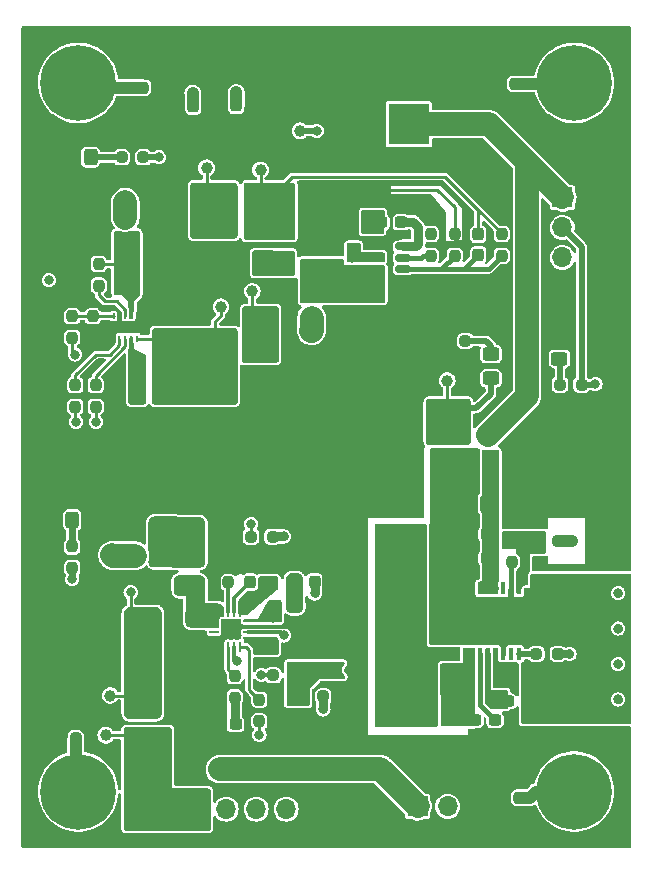
<source format=gbr>
%TF.GenerationSoftware,KiCad,Pcbnew,7.0.2-0*%
%TF.CreationDate,2025-01-08T12:57:51-05:00*%
%TF.ProjectId,plaqchek_power,706c6171-6368-4656-9b5f-706f7765722e,rev?*%
%TF.SameCoordinates,Original*%
%TF.FileFunction,Copper,L1,Top*%
%TF.FilePolarity,Positive*%
%FSLAX46Y46*%
G04 Gerber Fmt 4.6, Leading zero omitted, Abs format (unit mm)*
G04 Created by KiCad (PCBNEW 7.0.2-0) date 2025-01-08 12:57:51*
%MOMM*%
%LPD*%
G01*
G04 APERTURE LIST*
G04 Aperture macros list*
%AMRoundRect*
0 Rectangle with rounded corners*
0 $1 Rounding radius*
0 $2 $3 $4 $5 $6 $7 $8 $9 X,Y pos of 4 corners*
0 Add a 4 corners polygon primitive as box body*
4,1,4,$2,$3,$4,$5,$6,$7,$8,$9,$2,$3,0*
0 Add four circle primitives for the rounded corners*
1,1,$1+$1,$2,$3*
1,1,$1+$1,$4,$5*
1,1,$1+$1,$6,$7*
1,1,$1+$1,$8,$9*
0 Add four rect primitives between the rounded corners*
20,1,$1+$1,$2,$3,$4,$5,0*
20,1,$1+$1,$4,$5,$6,$7,0*
20,1,$1+$1,$6,$7,$8,$9,0*
20,1,$1+$1,$8,$9,$2,$3,0*%
G04 Aperture macros list end*
%TA.AperFunction,ComponentPad*%
%ADD10R,3.500000X3.500000*%
%TD*%
%TA.AperFunction,ComponentPad*%
%ADD11RoundRect,0.750000X-1.000000X0.750000X-1.000000X-0.750000X1.000000X-0.750000X1.000000X0.750000X0*%
%TD*%
%TA.AperFunction,ComponentPad*%
%ADD12RoundRect,0.875000X-0.875000X0.875000X-0.875000X-0.875000X0.875000X-0.875000X0.875000X0.875000X0*%
%TD*%
%TA.AperFunction,ComponentPad*%
%ADD13R,1.700000X1.700000*%
%TD*%
%TA.AperFunction,ComponentPad*%
%ADD14O,1.700000X1.700000*%
%TD*%
%TA.AperFunction,SMDPad,CuDef*%
%ADD15C,1.000000*%
%TD*%
%TA.AperFunction,SMDPad,CuDef*%
%ADD16RoundRect,0.237500X0.300000X0.237500X-0.300000X0.237500X-0.300000X-0.237500X0.300000X-0.237500X0*%
%TD*%
%TA.AperFunction,SMDPad,CuDef*%
%ADD17RoundRect,0.250000X-0.475000X0.337500X-0.475000X-0.337500X0.475000X-0.337500X0.475000X0.337500X0*%
%TD*%
%TA.AperFunction,SMDPad,CuDef*%
%ADD18RoundRect,0.237500X0.250000X0.237500X-0.250000X0.237500X-0.250000X-0.237500X0.250000X-0.237500X0*%
%TD*%
%TA.AperFunction,SMDPad,CuDef*%
%ADD19RoundRect,0.237500X-0.237500X0.250000X-0.237500X-0.250000X0.237500X-0.250000X0.237500X0.250000X0*%
%TD*%
%TA.AperFunction,ComponentPad*%
%ADD20C,6.400000*%
%TD*%
%TA.AperFunction,SMDPad,CuDef*%
%ADD21RoundRect,0.237500X0.237500X-0.250000X0.237500X0.250000X-0.237500X0.250000X-0.237500X-0.250000X0*%
%TD*%
%TA.AperFunction,SMDPad,CuDef*%
%ADD22RoundRect,0.250000X-0.450000X0.325000X-0.450000X-0.325000X0.450000X-0.325000X0.450000X0.325000X0*%
%TD*%
%TA.AperFunction,SMDPad,CuDef*%
%ADD23RoundRect,0.237500X-0.250000X-0.237500X0.250000X-0.237500X0.250000X0.237500X-0.250000X0.237500X0*%
%TD*%
%TA.AperFunction,SMDPad,CuDef*%
%ADD24RoundRect,0.250000X0.337500X0.475000X-0.337500X0.475000X-0.337500X-0.475000X0.337500X-0.475000X0*%
%TD*%
%TA.AperFunction,SMDPad,CuDef*%
%ADD25RoundRect,0.237500X-0.237500X0.300000X-0.237500X-0.300000X0.237500X-0.300000X0.237500X0.300000X0*%
%TD*%
%TA.AperFunction,SMDPad,CuDef*%
%ADD26RoundRect,0.237500X0.237500X-0.300000X0.237500X0.300000X-0.237500X0.300000X-0.237500X-0.300000X0*%
%TD*%
%TA.AperFunction,SMDPad,CuDef*%
%ADD27RoundRect,0.237500X-0.300000X-0.237500X0.300000X-0.237500X0.300000X0.237500X-0.300000X0.237500X0*%
%TD*%
%TA.AperFunction,SMDPad,CuDef*%
%ADD28RoundRect,0.250001X-0.849999X0.462499X-0.849999X-0.462499X0.849999X-0.462499X0.849999X0.462499X0*%
%TD*%
%TA.AperFunction,SMDPad,CuDef*%
%ADD29RoundRect,0.225000X-0.225000X-0.375000X0.225000X-0.375000X0.225000X0.375000X-0.225000X0.375000X0*%
%TD*%
%TA.AperFunction,SMDPad,CuDef*%
%ADD30R,1.300000X3.400000*%
%TD*%
%TA.AperFunction,SMDPad,CuDef*%
%ADD31R,3.200000X1.000000*%
%TD*%
%TA.AperFunction,SMDPad,CuDef*%
%ADD32RoundRect,0.062500X0.062500X-0.355000X0.062500X0.355000X-0.062500X0.355000X-0.062500X-0.355000X0*%
%TD*%
%TA.AperFunction,SMDPad,CuDef*%
%ADD33RoundRect,0.062500X0.355000X-0.062500X0.355000X0.062500X-0.355000X0.062500X-0.355000X-0.062500X0*%
%TD*%
%TA.AperFunction,SMDPad,CuDef*%
%ADD34R,1.680000X1.680000*%
%TD*%
%TA.AperFunction,SMDPad,CuDef*%
%ADD35RoundRect,0.250000X-0.412500X-0.650000X0.412500X-0.650000X0.412500X0.650000X-0.412500X0.650000X0*%
%TD*%
%TA.AperFunction,SMDPad,CuDef*%
%ADD36R,0.450000X1.050000*%
%TD*%
%TA.AperFunction,SMDPad,CuDef*%
%ADD37R,5.000000X3.400000*%
%TD*%
%TA.AperFunction,SMDPad,CuDef*%
%ADD38RoundRect,0.250000X-0.325000X-0.450000X0.325000X-0.450000X0.325000X0.450000X-0.325000X0.450000X0*%
%TD*%
%TA.AperFunction,SMDPad,CuDef*%
%ADD39RoundRect,0.250000X0.450000X-0.325000X0.450000X0.325000X-0.450000X0.325000X-0.450000X-0.325000X0*%
%TD*%
%TA.AperFunction,SMDPad,CuDef*%
%ADD40RoundRect,0.250001X0.462499X1.074999X-0.462499X1.074999X-0.462499X-1.074999X0.462499X-1.074999X0*%
%TD*%
%TA.AperFunction,SMDPad,CuDef*%
%ADD41R,0.250000X0.500000*%
%TD*%
%TA.AperFunction,SMDPad,CuDef*%
%ADD42R,2.400000X0.840000*%
%TD*%
%TA.AperFunction,SMDPad,CuDef*%
%ADD43RoundRect,0.150000X-0.512500X-0.150000X0.512500X-0.150000X0.512500X0.150000X-0.512500X0.150000X0*%
%TD*%
%TA.AperFunction,SMDPad,CuDef*%
%ADD44RoundRect,0.250000X0.475000X-0.337500X0.475000X0.337500X-0.475000X0.337500X-0.475000X-0.337500X0*%
%TD*%
%TA.AperFunction,SMDPad,CuDef*%
%ADD45RoundRect,0.250000X-0.337500X-0.475000X0.337500X-0.475000X0.337500X0.475000X-0.337500X0.475000X0*%
%TD*%
%TA.AperFunction,ViaPad*%
%ADD46C,0.800000*%
%TD*%
%TA.AperFunction,Conductor*%
%ADD47C,0.300000*%
%TD*%
%TA.AperFunction,Conductor*%
%ADD48C,0.800000*%
%TD*%
%TA.AperFunction,Conductor*%
%ADD49C,0.250000*%
%TD*%
%TA.AperFunction,Conductor*%
%ADD50C,1.000000*%
%TD*%
%TA.AperFunction,Conductor*%
%ADD51C,0.500000*%
%TD*%
%TA.AperFunction,Conductor*%
%ADD52C,0.400000*%
%TD*%
%TA.AperFunction,Conductor*%
%ADD53C,2.000000*%
%TD*%
%TA.AperFunction,Conductor*%
%ADD54C,0.600000*%
%TD*%
G04 APERTURE END LIST*
D10*
%TO.P,J3,1*%
%TO.N,+12V*%
X154275000Y-64300000D03*
D11*
%TO.P,J3,2*%
%TO.N,GND*%
X154275000Y-58300000D03*
D12*
%TO.P,J3,3*%
X149575000Y-61300000D03*
%TD*%
D13*
%TO.P,J1,1,Pin_1*%
%TO.N,SIPM_BIAS_OUT*%
X136275000Y-122300000D03*
D14*
%TO.P,J1,2,Pin_2*%
%TO.N,+6V*%
X138815000Y-122300000D03*
%TO.P,J1,3,Pin_3*%
%TO.N,+3V3*%
X141355000Y-122300000D03*
%TO.P,J1,4,Pin_4*%
%TO.N,-6V5*%
X143895000Y-122300000D03*
%TO.P,J1,5,Pin_5*%
%TO.N,GND*%
X146435000Y-122300000D03*
%TD*%
D15*
%TO.P,TP10,1,1*%
%TO.N,GND*%
X158925000Y-79800000D03*
%TD*%
D16*
%TO.P,C5,1*%
%TO.N,Net-(C5-Pad1)*%
X144612500Y-105075000D03*
%TO.P,C5,2*%
%TO.N,/SIPM Bias/COMP_SIPM*%
X142887500Y-105075000D03*
%TD*%
D17*
%TO.P,C35,1*%
%TO.N,GND*%
X133775000Y-80300000D03*
%TO.P,C35,2*%
%TO.N,/main_pwr/VOUT_6V*%
X133775000Y-82375000D03*
%TD*%
D15*
%TO.P,TP8,1,1*%
%TO.N,SIPM_BIAS_OUT*%
X128620000Y-116035837D03*
%TD*%
D18*
%TO.P,R27,1*%
%TO.N,/SIPM Bias/VB_SIPM*%
X132925000Y-100825000D03*
%TO.P,R27,2*%
%TO.N,+12V*%
X131100000Y-100825000D03*
%TD*%
D19*
%TO.P,R22,1*%
%TO.N,Net-(U8-VIN)*%
X146034321Y-78851000D03*
%TO.P,R22,2*%
%TO.N,+12V*%
X146034321Y-80676000D03*
%TD*%
D15*
%TO.P,TP7,1,1*%
%TO.N,/SIPM Bias/VOUT_SIPM*%
X129000000Y-112675000D03*
%TD*%
D16*
%TO.P,C26,1*%
%TO.N,/main_pwr/VIN_-6V5*%
X160903000Y-98986000D03*
%TO.P,C26,2*%
%TO.N,/main_pwr/VOUT_-6V5*%
X159178000Y-98986000D03*
%TD*%
D15*
%TO.P,TP5,1,1*%
%TO.N,/main_pwr/OUT_3V3*%
X141721000Y-68168000D03*
%TD*%
D20*
%TO.P,H2,1,1*%
%TO.N,Net-(H2-Pad1)*%
X126275000Y-120800000D03*
%TD*%
D16*
%TO.P,C7,1*%
%TO.N,GND*%
X134312500Y-111775000D03*
%TO.P,C7,2*%
%TO.N,/SIPM Bias/VOUT_SIPM*%
X132587500Y-111775000D03*
%TD*%
D19*
%TO.P,R7,1*%
%TO.N,/SIPM Bias/PD_BOOST_PG*%
X141625000Y-113025000D03*
%TO.P,R7,2*%
%TO.N,/SIPM Bias/VOUT_SIPM*%
X141625000Y-114850000D03*
%TD*%
%TO.P,R16,1*%
%TO.N,/main_pwr/FB_6V*%
X127525000Y-80550000D03*
%TO.P,R16,2*%
%TO.N,GND*%
X127525000Y-82375000D03*
%TD*%
D15*
%TO.P,TP14,1,1*%
%TO.N,GND*%
X124875000Y-111050000D03*
%TD*%
D17*
%TO.P,C9,1*%
%TO.N,GND*%
X136275000Y-80225000D03*
%TO.P,C9,2*%
%TO.N,/main_pwr/VOUT_6V*%
X136275000Y-82300000D03*
%TD*%
D15*
%TO.P,TP9,1,1*%
%TO.N,+12V*%
X145075000Y-64850000D03*
%TD*%
D19*
%TO.P,R19,1*%
%TO.N,/main_pwr/~{SLP_6V}*%
X127775000Y-86387500D03*
%TO.P,R19,2*%
%TO.N,+6V*%
X127775000Y-88212500D03*
%TD*%
D16*
%TO.P,C30,1*%
%TO.N,/main_pwr/VOUT_-6V5*%
X164387500Y-113150000D03*
%TO.P,C30,2*%
%TO.N,/main_pwr/VCC_-6V5*%
X162662500Y-113150000D03*
%TD*%
D20*
%TO.P,H4,1,1*%
%TO.N,Net-(H4-Pad1)*%
X168275000Y-120800000D03*
%TD*%
D18*
%TO.P,R3,1*%
%TO.N,GND*%
X144575000Y-108675000D03*
%TO.P,R3,2*%
%TO.N,/SIPM Bias/RT_SIPM*%
X142750000Y-108675000D03*
%TD*%
D21*
%TO.P,R10,1*%
%TO.N,/main_pwr/EN_3V3*%
X156150000Y-75425000D03*
%TO.P,R10,2*%
%TO.N,unconnected-(R10-Pad2)*%
X156150000Y-73600000D03*
%TD*%
D22*
%TO.P,D4,1,K*%
%TO.N,GND*%
X167025000Y-82100000D03*
%TO.P,D4,2,A*%
%TO.N,Net-(D4-A)*%
X167025000Y-84150000D03*
%TD*%
D23*
%TO.P,R17,1*%
%TO.N,/main_pwr/FB_-6V5*%
X165062500Y-99550000D03*
%TO.P,R17,2*%
%TO.N,GND*%
X166887500Y-99550000D03*
%TD*%
D21*
%TO.P,R29,1*%
%TO.N,Net-(H1-Pad1)*%
X131775000Y-61212500D03*
%TO.P,R29,2*%
%TO.N,GND*%
X131775000Y-59387500D03*
%TD*%
D15*
%TO.P,TP6,1,1*%
%TO.N,+3V3*%
X137149000Y-67985837D03*
%TD*%
D24*
%TO.P,C23,1*%
%TO.N,/main_pwr/VIN_-6V5*%
X160903000Y-96446000D03*
%TO.P,C23,2*%
%TO.N,/main_pwr/VOUT_-6V5*%
X158828000Y-96446000D03*
%TD*%
D15*
%TO.P,TP16,1,1*%
%TO.N,GND*%
X142775000Y-60900000D03*
%TD*%
D21*
%TO.P,R21,1*%
%TO.N,/main_pwr/VIN_6V*%
X130275000Y-74037500D03*
%TO.P,R21,2*%
%TO.N,+12V*%
X130275000Y-72212500D03*
%TD*%
D18*
%TO.P,R35,1*%
%TO.N,Net-(H2-Pad1)*%
X126075000Y-116300000D03*
%TO.P,R35,2*%
%TO.N,GND*%
X124250000Y-116300000D03*
%TD*%
D25*
%TO.P,C2,1*%
%TO.N,GND*%
X140860000Y-101345837D03*
%TO.P,C2,2*%
%TO.N,/SIPM Bias/SS_SIPM*%
X140860000Y-103070837D03*
%TD*%
D26*
%TO.P,C27,1*%
%TO.N,Net-(U8-VIN)*%
X145996501Y-76636191D03*
%TO.P,C27,2*%
%TO.N,GND*%
X145996501Y-74911191D03*
%TD*%
D21*
%TO.P,R9,1*%
%TO.N,/SIPM Bias/FB_SIPM_OUT*%
X142650000Y-103115837D03*
%TO.P,R9,2*%
%TO.N,GND*%
X142650000Y-101290837D03*
%TD*%
D27*
%TO.P,C29,1*%
%TO.N,/main_pwr/SW_3V3*%
X151925000Y-72600000D03*
%TO.P,C29,2*%
%TO.N,/main_pwr/BOOT_3V3*%
X153650000Y-72600000D03*
%TD*%
D21*
%TO.P,R6,1*%
%TO.N,/SIPM Bias/MODE_SIPM*%
X139005000Y-103093337D03*
%TO.P,R6,2*%
%TO.N,GND*%
X139005000Y-101268337D03*
%TD*%
D19*
%TO.P,R30,1*%
%TO.N,/main_pwr/VIN_6V*%
X128025000Y-76137500D03*
%TO.P,R30,2*%
%TO.N,/main_pwr/EN_6V*%
X128025000Y-77962500D03*
%TD*%
D21*
%TO.P,R18,1*%
%TO.N,/main_pwr/VOUT_-6V5*%
X162975000Y-101350000D03*
%TO.P,R18,2*%
%TO.N,/main_pwr/FB_-6V5*%
X162975000Y-99525000D03*
%TD*%
D25*
%TO.P,C4,1*%
%TO.N,GND*%
X136250000Y-96600000D03*
%TO.P,C4,2*%
%TO.N,/SIPM Bias/VB_SIPM*%
X136250000Y-98325000D03*
%TD*%
D28*
%TO.P,L1,1,1*%
%TO.N,/SIPM Bias/VB_SIPM*%
X135650000Y-101050000D03*
%TO.P,L1,2,2*%
%TO.N,Net-(D1-A)*%
X135650000Y-103375000D03*
%TD*%
D25*
%TO.P,C13,1*%
%TO.N,+12V*%
X136015000Y-62750000D03*
%TO.P,C13,2*%
%TO.N,GND*%
X136015000Y-64475000D03*
%TD*%
D18*
%TO.P,R33,1*%
%TO.N,+3V3*%
X168900000Y-86350000D03*
%TO.P,R33,2*%
%TO.N,Net-(D4-A)*%
X167075000Y-86350000D03*
%TD*%
D29*
%TO.P,D1,1,K*%
%TO.N,/SIPM Bias/VOUT_SIPM*%
X132750000Y-106175000D03*
%TO.P,D1,2,A*%
%TO.N,Net-(D1-A)*%
X136050000Y-106175000D03*
%TD*%
D18*
%TO.P,R24,1*%
%TO.N,+6V*%
X140937500Y-82300000D03*
%TO.P,R24,2*%
%TO.N,/main_pwr/VOUT_6V*%
X139112500Y-82300000D03*
%TD*%
D23*
%TO.P,R25,1*%
%TO.N,+3V3*%
X139030500Y-70962000D03*
%TO.P,R25,2*%
%TO.N,/main_pwr/OUT_3V3*%
X140855500Y-70962000D03*
%TD*%
D25*
%TO.P,C14,1*%
%TO.N,+12V*%
X139675000Y-62700000D03*
%TO.P,C14,2*%
%TO.N,GND*%
X139675000Y-64425000D03*
%TD*%
D15*
%TO.P,TP4,1,1*%
%TO.N,-6V5*%
X157525000Y-86000000D03*
%TD*%
D16*
%TO.P,C10,1*%
%TO.N,GND*%
X132500000Y-78300000D03*
%TO.P,C10,2*%
%TO.N,/main_pwr/VIN_6V*%
X130775000Y-78300000D03*
%TD*%
D15*
%TO.P,TP2,1,1*%
%TO.N,+6V*%
X141025000Y-78450000D03*
%TD*%
D21*
%TO.P,R11,1*%
%TO.N,+6V*%
X126025000Y-88212500D03*
%TO.P,R11,2*%
%TO.N,/main_pwr/PG_6V*%
X126025000Y-86387500D03*
%TD*%
D15*
%TO.P,TP17,1,1*%
%TO.N,GND*%
X138125000Y-75950000D03*
%TD*%
D30*
%TO.P,L5,1,1*%
%TO.N,/main_pwr/SW_6V*%
X131275000Y-86050000D03*
%TO.P,L5,2,2*%
%TO.N,/main_pwr/VOUT_6V*%
X133375000Y-86050000D03*
%TD*%
D15*
%TO.P,TP15,1,1*%
%TO.N,GND*%
X140125000Y-95250000D03*
%TD*%
D23*
%TO.P,R8,1*%
%TO.N,/SIPM Bias/VOUT_SIPM*%
X140907500Y-99235837D03*
%TO.P,R8,2*%
%TO.N,/SIPM Bias/FB_SIPM_OUT*%
X142732500Y-99235837D03*
%TD*%
D19*
%TO.P,R23,1*%
%TO.N,-6V5*%
X158275000Y-90725000D03*
%TO.P,R23,2*%
%TO.N,/main_pwr/VOUT_-6V5*%
X158275000Y-92550000D03*
%TD*%
D31*
%TO.P,L4,1,1*%
%TO.N,/main_pwr/SW_3V3*%
X142850000Y-75550000D03*
%TO.P,L4,2,2*%
%TO.N,/main_pwr/OUT_3V3*%
X142850000Y-73350000D03*
%TD*%
D32*
%TO.P,U1,1,PGND*%
%TO.N,GND*%
X138485000Y-108535000D03*
%TO.P,U1,2,VCC*%
%TO.N,/SIPM Bias/VCC_SIPM*%
X138985000Y-108535000D03*
%TO.P,U1,3,BIAS*%
%TO.N,/SIPM Bias/VB_SIPM*%
X139485000Y-108535000D03*
%TO.P,U1,4,PGOOD*%
%TO.N,/SIPM Bias/PD_BOOST_PG*%
X139985000Y-108535000D03*
D33*
%TO.P,U1,5,RT*%
%TO.N,/SIPM Bias/RT_SIPM*%
X140692500Y-107827500D03*
%TO.P,U1,6,EN/UVLO/SYNC*%
%TO.N,/SIPM Bias/EN_SIPM_R*%
X140692500Y-107327500D03*
%TO.P,U1,7,AGND*%
%TO.N,GND*%
X140692500Y-106827500D03*
%TO.P,U1,8,COMP*%
%TO.N,/SIPM Bias/COMP_SIPM*%
X140692500Y-106327500D03*
D32*
%TO.P,U1,9,FB*%
%TO.N,/SIPM Bias/FB_SIPM_OUT*%
X139985000Y-105620000D03*
%TO.P,U1,10,SS*%
%TO.N,/SIPM Bias/SS_SIPM*%
X139485000Y-105620000D03*
%TO.P,U1,11,MODE*%
%TO.N,/SIPM Bias/MODE_SIPM*%
X138985000Y-105620000D03*
%TO.P,U1,12,SW*%
%TO.N,Net-(D1-A)*%
X138485000Y-105620000D03*
D33*
%TO.P,U1,13,SW*%
X137777500Y-106327500D03*
%TO.P,U1,14,SW*%
X137777500Y-106827500D03*
%TO.P,U1,15,NC*%
%TO.N,unconnected-(U1-NC-Pad15)*%
X137777500Y-107327500D03*
%TO.P,U1,16,PGND*%
%TO.N,GND*%
X137777500Y-107827500D03*
D34*
%TO.P,U1,17,EP*%
X139235000Y-107077500D03*
%TD*%
D13*
%TO.P,J2,1,Pin_1*%
%TO.N,+12V*%
X167275000Y-70500000D03*
D14*
%TO.P,J2,2,Pin_2*%
%TO.N,+3V3*%
X167275000Y-73040000D03*
%TO.P,J2,3,Pin_3*%
%TO.N,PD_EN*%
X167275000Y-75580000D03*
%TO.P,J2,4,Pin_4*%
%TO.N,GND*%
X167275000Y-78120000D03*
%TD*%
D21*
%TO.P,R37,1*%
%TO.N,Net-(H4-Pad1)*%
X163625000Y-121312500D03*
%TO.P,R37,2*%
%TO.N,GND*%
X163625000Y-119487500D03*
%TD*%
D19*
%TO.P,R2,1*%
%TO.N,GND*%
X146487500Y-108675000D03*
%TO.P,R2,2*%
%TO.N,PD_EN*%
X146487500Y-110500000D03*
%TD*%
D35*
%TO.P,C37,1*%
%TO.N,GND*%
X153850000Y-103800000D03*
%TO.P,C37,2*%
%TO.N,/main_pwr/VOUT_-6V5*%
X156975000Y-103800000D03*
%TD*%
D15*
%TO.P,TP1,1,1*%
%TO.N,/main_pwr/VOUT_6V*%
X138375000Y-79750000D03*
%TD*%
D36*
%TO.P,U2,1,SW*%
%TO.N,/main_pwr/SW_-6V5*%
X159035000Y-109146000D03*
%TO.P,U2,2,SW*%
X159685000Y-109146000D03*
%TO.P,U2,3,CBOOT*%
%TO.N,Net-(U2-CBOOT)*%
X160335000Y-109146000D03*
%TO.P,U2,4,VCC*%
%TO.N,/main_pwr/VCC_-6V5*%
X160985000Y-109146000D03*
%TO.P,U2,5,BIAS*%
%TO.N,GND*%
X161635000Y-109146000D03*
%TO.P,U2,6,SYNC*%
%TO.N,/main_pwr/VOUT_-6V5*%
X162285000Y-109146000D03*
%TO.P,U2,7,RT*%
%TO.N,unconnected-(U2-RT-Pad7)*%
X162935000Y-109146000D03*
%TO.P,U2,8,PGOOD*%
%TO.N,/main_pwr/PG_-6V5*%
X163585000Y-109146000D03*
%TO.P,U2,9,FB*%
%TO.N,/main_pwr/FB_-6V5*%
X163585000Y-103596000D03*
%TO.P,U2,10,AGND*%
%TO.N,/main_pwr/VOUT_-6V5*%
X162935000Y-103596000D03*
%TO.P,U2,11,SS/TRK*%
%TO.N,unconnected-(U2-SS{slash}TRK-Pad11)*%
X162285000Y-103596000D03*
%TO.P,U2,12,EN*%
%TO.N,/main_pwr/VIN_-6V5*%
X161635000Y-103596000D03*
%TO.P,U2,13,VIN*%
X160985000Y-103596000D03*
%TO.P,U2,14,VIN*%
X160335000Y-103596000D03*
%TO.P,U2,15,PGND*%
%TO.N,/main_pwr/VOUT_-6V5*%
X159685000Y-103596000D03*
%TO.P,U2,16,PGND*%
X159035000Y-103596000D03*
D37*
%TO.P,U2,17,PAD*%
X161310000Y-106371000D03*
%TD*%
D38*
%TO.P,D3,1,K*%
%TO.N,GND*%
X123725000Y-97800000D03*
%TO.P,D3,2,A*%
%TO.N,Net-(D3-A)*%
X125775000Y-97800000D03*
%TD*%
D26*
%TO.P,C25,1*%
%TO.N,Net-(U8-VIN)*%
X148000000Y-76600000D03*
%TO.P,C25,2*%
%TO.N,GND*%
X148000000Y-74875000D03*
%TD*%
D35*
%TO.P,C33,1*%
%TO.N,/main_pwr/OUT_3V3*%
X143301000Y-70770000D03*
%TO.P,C33,2*%
%TO.N,GND*%
X146426000Y-70770000D03*
%TD*%
D39*
%TO.P,D5,1,K*%
%TO.N,-6V5*%
X161225000Y-85800000D03*
%TO.P,D5,2,A*%
%TO.N,Net-(D5-A)*%
X161225000Y-83750000D03*
%TD*%
D21*
%TO.P,R20,1*%
%TO.N,/main_pwr/VIN_-6V5*%
X160975000Y-92450000D03*
%TO.P,R20,2*%
%TO.N,+12V*%
X160975000Y-90625000D03*
%TD*%
D18*
%TO.P,R31,1*%
%TO.N,+6V*%
X131787500Y-67100000D03*
%TO.P,R31,2*%
%TO.N,Net-(D2-A)*%
X129962500Y-67100000D03*
%TD*%
D38*
%TO.P,D2,1,K*%
%TO.N,GND*%
X125275000Y-67100000D03*
%TO.P,D2,2,A*%
%TO.N,Net-(D2-A)*%
X127325000Y-67100000D03*
%TD*%
D40*
%TO.P,L6,1,1*%
%TO.N,/main_pwr/SW_-6V5*%
X157975000Y-112500000D03*
%TO.P,L6,2,2*%
%TO.N,GND*%
X155000000Y-112500000D03*
%TD*%
D19*
%TO.P,R13,1*%
%TO.N,/main_pwr/OUT_3V3*%
X162150000Y-73600000D03*
%TO.P,R13,2*%
%TO.N,/main_pwr/FB_3V3*%
X162150000Y-75425000D03*
%TD*%
D15*
%TO.P,TP3,1,1*%
%TO.N,/main_pwr/VOUT_-6V5*%
X156825000Y-94450000D03*
%TD*%
D21*
%TO.P,R5,1*%
%TO.N,Net-(C6-Pad1)*%
X139530000Y-112837500D03*
%TO.P,R5,2*%
%TO.N,/SIPM Bias/VCC_SIPM*%
X139530000Y-111012500D03*
%TD*%
D15*
%TO.P,TP12,1,1*%
%TO.N,GND*%
X169700000Y-96200000D03*
%TD*%
%TO.P,TP13,1,1*%
%TO.N,GND*%
X166550000Y-115900000D03*
%TD*%
D20*
%TO.P,H3,1,1*%
%TO.N,Net-(H3-Pad1)*%
X168275000Y-60800000D03*
%TD*%
D21*
%TO.P,R32,1*%
%TO.N,SIPM_BIAS_OUT*%
X125775000Y-101875000D03*
%TO.P,R32,2*%
%TO.N,Net-(D3-A)*%
X125775000Y-100050000D03*
%TD*%
D41*
%TO.P,U9,1,PGND*%
%TO.N,GND*%
X131275000Y-80550000D03*
%TO.P,U9,2,VIN*%
%TO.N,/main_pwr/VIN_6V*%
X130775000Y-80550000D03*
%TO.P,U9,3,EN*%
%TO.N,/main_pwr/EN_6V*%
X130275000Y-80550000D03*
%TO.P,U9,4,NC*%
%TO.N,GND*%
X129775000Y-80550000D03*
%TO.P,U9,5,FB*%
%TO.N,/main_pwr/FB_6V*%
X129275000Y-80550000D03*
%TO.P,U9,6,AGND*%
%TO.N,GND*%
X129275000Y-82450000D03*
%TO.P,U9,7,PG*%
%TO.N,/main_pwr/PG_6V*%
X129775000Y-82450000D03*
%TO.P,U9,8,~{SLEEP}*%
%TO.N,/main_pwr/~{SLP_6V}*%
X130275000Y-82450000D03*
%TO.P,U9,9,SW*%
%TO.N,/main_pwr/SW_6V*%
X130775000Y-82450000D03*
%TO.P,U9,10,VOS*%
%TO.N,/main_pwr/VOUT_6V*%
X131275000Y-82450000D03*
D42*
%TO.P,U9,11,PAD*%
%TO.N,GND*%
X130275000Y-81500000D03*
%TD*%
D43*
%TO.P,U8,1,GND*%
%TO.N,GND*%
X151512500Y-74650000D03*
%TO.P,U8,2,SW*%
%TO.N,/main_pwr/SW_3V3*%
X151512500Y-75600000D03*
%TO.P,U8,3,VIN*%
%TO.N,Net-(U8-VIN)*%
X151512500Y-76550000D03*
%TO.P,U8,4,FB*%
%TO.N,/main_pwr/FB_3V3*%
X153787500Y-76550000D03*
%TO.P,U8,5,EN*%
%TO.N,/main_pwr/EN_3V3*%
X153787500Y-75600000D03*
%TO.P,U8,6,BOOT*%
%TO.N,/main_pwr/BOOT_3V3*%
X153787500Y-74650000D03*
%TD*%
D16*
%TO.P,C6,1*%
%TO.N,Net-(C6-Pad1)*%
X139602500Y-115105000D03*
%TO.P,C6,2*%
%TO.N,GND*%
X137877500Y-115105000D03*
%TD*%
%TO.P,C8,1*%
%TO.N,GND*%
X134300000Y-109325000D03*
%TO.P,C8,2*%
%TO.N,/SIPM Bias/VOUT_SIPM*%
X132575000Y-109325000D03*
%TD*%
D23*
%TO.P,R28,1*%
%TO.N,/SIPM Bias/EN_SIPM_R*%
X142787500Y-110950000D03*
%TO.P,R28,2*%
%TO.N,PD_EN*%
X144612500Y-110950000D03*
%TD*%
%TO.P,R1,1*%
%TO.N,PD_EN*%
X145212500Y-112750000D03*
%TO.P,R1,2*%
%TO.N,/SIPM Bias/VB_SIPM*%
X147037500Y-112750000D03*
%TD*%
D16*
%TO.P,C28,1*%
%TO.N,/main_pwr/VIN_-6V5*%
X160903000Y-101018000D03*
%TO.P,C28,2*%
%TO.N,/main_pwr/VOUT_-6V5*%
X159178000Y-101018000D03*
%TD*%
D21*
%TO.P,R15,1*%
%TO.N,/main_pwr/VOUT_6V*%
X125775000Y-82375000D03*
%TO.P,R15,2*%
%TO.N,/main_pwr/FB_6V*%
X125775000Y-80550000D03*
%TD*%
%TO.P,R36,1*%
%TO.N,Net-(H3-Pad1)*%
X163275000Y-60875000D03*
%TO.P,R36,2*%
%TO.N,GND*%
X163275000Y-59050000D03*
%TD*%
D44*
%TO.P,C1,1*%
%TO.N,/SIPM Bias/VB_SIPM*%
X133975000Y-98337500D03*
%TO.P,C1,2*%
%TO.N,GND*%
X133975000Y-96262500D03*
%TD*%
D25*
%TO.P,C32,1*%
%TO.N,/main_pwr/OUT_3V3*%
X160150000Y-73624371D03*
%TO.P,C32,2*%
%TO.N,/main_pwr/FB_3V3*%
X160150000Y-75349371D03*
%TD*%
D13*
%TO.P,J4,1,Pin_1*%
%TO.N,+6V*%
X155025000Y-122050000D03*
D14*
%TO.P,J4,2,Pin_2*%
%TO.N,-6V5*%
X157565000Y-122050000D03*
%TO.P,J4,3,Pin_3*%
%TO.N,GND*%
X160105000Y-122050000D03*
%TD*%
D18*
%TO.P,R12,1*%
%TO.N,GND*%
X166900000Y-109150000D03*
%TO.P,R12,2*%
%TO.N,/main_pwr/PG_-6V5*%
X165075000Y-109150000D03*
%TD*%
D21*
%TO.P,R14,1*%
%TO.N,/main_pwr/FB_3V3*%
X158150000Y-75425000D03*
%TO.P,R14,2*%
%TO.N,GND*%
X158150000Y-73600000D03*
%TD*%
D20*
%TO.P,H1,1,1*%
%TO.N,Net-(H1-Pad1)*%
X126275000Y-60800000D03*
%TD*%
D15*
%TO.P,TP11,1,1*%
%TO.N,GND*%
X153675000Y-92250000D03*
%TD*%
D26*
%TO.P,C3,1*%
%TO.N,/SIPM Bias/COMP_SIPM*%
X146288500Y-103032337D03*
%TO.P,C3,2*%
%TO.N,GND*%
X146288500Y-101307337D03*
%TD*%
D16*
%TO.P,C24,1*%
%TO.N,GND*%
X132500000Y-76050000D03*
%TO.P,C24,2*%
%TO.N,/main_pwr/VIN_6V*%
X130775000Y-76050000D03*
%TD*%
%TO.P,C31,1*%
%TO.N,Net-(U2-CBOOT)*%
X161587500Y-114750000D03*
%TO.P,C31,2*%
%TO.N,/main_pwr/SW_-6V5*%
X159862500Y-114750000D03*
%TD*%
D45*
%TO.P,C34,1*%
%TO.N,GND*%
X162862500Y-111180000D03*
%TO.P,C34,2*%
%TO.N,/main_pwr/VOUT_-6V5*%
X164937500Y-111180000D03*
%TD*%
D23*
%TO.P,R34,1*%
%TO.N,GND*%
X157225000Y-82650000D03*
%TO.P,R34,2*%
%TO.N,Net-(D5-A)*%
X159050000Y-82650000D03*
%TD*%
D19*
%TO.P,R4,1*%
%TO.N,GND*%
X144534000Y-101257337D03*
%TO.P,R4,2*%
%TO.N,Net-(C5-Pad1)*%
X144534000Y-103082337D03*
%TD*%
D21*
%TO.P,R26,1*%
%TO.N,SIPM_BIAS_OUT*%
X132750000Y-115887500D03*
%TO.P,R26,2*%
%TO.N,/SIPM Bias/VOUT_SIPM*%
X132750000Y-114062500D03*
%TD*%
D46*
%TO.N,/SIPM Bias/VB_SIPM*%
X139709500Y-109775000D03*
X147025000Y-113850000D03*
X136525000Y-99575000D03*
%TO.N,GND*%
X122000000Y-112000000D03*
X172000000Y-92000000D03*
X171625000Y-56750000D03*
X140900000Y-96900000D03*
X132166372Y-79892857D03*
X147800000Y-70700000D03*
X152600000Y-74100000D03*
X150800000Y-70900000D03*
X168200000Y-115950000D03*
X172000000Y-80000000D03*
X135600000Y-111025000D03*
X147625000Y-56750000D03*
X122000000Y-97000000D03*
X123625000Y-56750000D03*
X152575000Y-99100000D03*
X155000000Y-110700000D03*
X148900000Y-73600000D03*
X123775000Y-99050000D03*
X122000000Y-70000000D03*
X153700000Y-113500000D03*
X133100000Y-66000000D03*
X169000000Y-125000000D03*
X156625000Y-56750000D03*
X122000000Y-67000000D03*
X136650000Y-115500000D03*
X153000000Y-81000000D03*
X159625000Y-56750000D03*
X122525000Y-97800000D03*
X135625000Y-56750000D03*
X122000000Y-91000000D03*
X170000000Y-90000000D03*
X122000000Y-109000000D03*
X166000000Y-125000000D03*
X162625000Y-56750000D03*
X126000000Y-70000000D03*
X135000000Y-75000000D03*
X172000000Y-104000000D03*
X125400000Y-84800000D03*
X163000000Y-125000000D03*
X141625000Y-56750000D03*
X148000000Y-125000000D03*
X126625000Y-56750000D03*
X135600000Y-108525000D03*
X165625000Y-56750000D03*
X143000000Y-87000000D03*
X134000000Y-70000000D03*
X167500000Y-95000000D03*
X124175000Y-67050000D03*
X165000000Y-92500000D03*
X122000000Y-82000000D03*
X134925000Y-93650000D03*
X139000000Y-125000000D03*
X151000000Y-83000000D03*
X162100000Y-58900000D03*
X164900000Y-116000000D03*
X150625000Y-56750000D03*
X153700000Y-111500000D03*
X154975000Y-100300000D03*
X172000000Y-95000000D03*
X135600000Y-109725000D03*
X145000000Y-89000000D03*
X172000000Y-113000000D03*
X141000000Y-89000000D03*
X129625000Y-56750000D03*
X139700000Y-65500000D03*
X157000000Y-125000000D03*
X144620000Y-100035837D03*
X134000000Y-73000000D03*
X143600000Y-98000000D03*
X172000000Y-71000000D03*
X145900000Y-73600000D03*
X153700000Y-112500000D03*
X130000000Y-125000000D03*
X136100000Y-65600000D03*
X152575000Y-100300000D03*
X172000000Y-65000000D03*
X122000000Y-103000000D03*
X172000000Y-59000000D03*
X122000000Y-76000000D03*
X122000000Y-106000000D03*
X136650000Y-114200000D03*
X140875000Y-100500000D03*
X133725000Y-93650000D03*
X136650000Y-113000000D03*
X153775000Y-100300000D03*
X122000000Y-121000000D03*
X131900000Y-71000000D03*
X153775000Y-102000000D03*
X126100000Y-90600000D03*
X122000000Y-79000000D03*
X124000000Y-125000000D03*
X136000000Y-125000000D03*
X154000000Y-125000000D03*
X122000000Y-88000000D03*
X141600000Y-109900000D03*
X147100000Y-114900000D03*
X172000000Y-74000000D03*
X147000000Y-87000000D03*
X122000000Y-85000000D03*
X124150000Y-115100000D03*
X142700000Y-116000000D03*
X172000000Y-116000000D03*
X149000000Y-85000000D03*
X125225000Y-65750000D03*
X122000000Y-64000000D03*
X154975000Y-99100000D03*
X131775000Y-58050000D03*
X146420000Y-100135837D03*
X136225000Y-93650000D03*
X172000000Y-83000000D03*
X149200000Y-110500000D03*
X125500000Y-77500000D03*
X122000000Y-124000000D03*
X151000000Y-125000000D03*
X161850000Y-111480000D03*
X135600000Y-114200000D03*
X136200000Y-79000000D03*
X127000000Y-125000000D03*
X122000000Y-94000000D03*
X138975000Y-99800000D03*
X172000000Y-125000000D03*
X122000000Y-118000000D03*
X133600000Y-78400000D03*
X167075000Y-81000000D03*
X172000000Y-107000000D03*
X136650000Y-108525000D03*
X172000000Y-62000000D03*
X168625000Y-56750000D03*
X172000000Y-77000000D03*
X136225000Y-94700000D03*
X133000000Y-125000000D03*
X157300000Y-83600000D03*
X147800000Y-71700000D03*
X172000000Y-86000000D03*
X136650000Y-111025000D03*
X147900000Y-73600000D03*
X133600000Y-76000000D03*
X155000000Y-79000000D03*
X134800000Y-61600000D03*
X153800000Y-105400000D03*
X172000000Y-101000000D03*
X122000000Y-100000000D03*
X160000000Y-125000000D03*
X155000000Y-114500000D03*
X172000000Y-119000000D03*
X127800000Y-90600000D03*
X145000000Y-125000000D03*
X167875000Y-109150000D03*
X138625000Y-56750000D03*
X122000000Y-73000000D03*
X132625000Y-56750000D03*
X135600000Y-115500000D03*
X145000000Y-85000000D03*
X126900000Y-102800000D03*
X138500000Y-61600000D03*
X155500000Y-71200000D03*
X142000000Y-125000000D03*
X172000000Y-110000000D03*
X136650000Y-109725000D03*
X172000000Y-89000000D03*
X122000000Y-115000000D03*
X168075000Y-99550000D03*
X133725000Y-94700000D03*
X134925000Y-94700000D03*
X135600000Y-113000000D03*
X172000000Y-68000000D03*
X144800000Y-107600000D03*
X122000000Y-61000000D03*
X128500000Y-82500000D03*
X172000000Y-122000000D03*
X129600000Y-103900000D03*
X144625000Y-56750000D03*
X153775000Y-99100000D03*
X146500000Y-107700000D03*
X172000000Y-98000000D03*
X163675000Y-118150000D03*
X143000000Y-91000000D03*
X152500000Y-103800000D03*
X133800000Y-79300000D03*
X151000000Y-91000000D03*
X147000000Y-91000000D03*
%TO.N,/SIPM Bias/COMP_SIPM*%
X142750000Y-106075000D03*
X146295837Y-104026878D03*
%TO.N,/SIPM Bias/VOUT_SIPM*%
X130720000Y-103935837D03*
X140920000Y-98135837D03*
X141620000Y-116000000D03*
X130710000Y-114070000D03*
%TO.N,+12V*%
X135975000Y-61650000D03*
X146025000Y-81800000D03*
X139675000Y-61600000D03*
X129175000Y-100800000D03*
X123800000Y-77500000D03*
X146475000Y-64850000D03*
X130275000Y-70900000D03*
%TO.N,/main_pwr/SW_3V3*%
X142870000Y-76630000D03*
X149440000Y-74780000D03*
X141780000Y-76590000D03*
X149460000Y-75640000D03*
X144010000Y-76650000D03*
X150730000Y-72580000D03*
%TO.N,+6V*%
X126100000Y-89500000D03*
X142575000Y-83900000D03*
X142625000Y-80250000D03*
X138325000Y-118450000D03*
X138375000Y-119400000D03*
X133125000Y-67100000D03*
X127800000Y-89500000D03*
X139575000Y-119400000D03*
X139575000Y-118400000D03*
X140975000Y-83900000D03*
X142475000Y-82500000D03*
%TO.N,-6V5*%
X158720000Y-88335837D03*
X156420000Y-89635837D03*
X156420000Y-90835837D03*
X156420000Y-88335837D03*
X157520000Y-88335837D03*
%TO.N,SIPM_BIAS_OUT*%
X133775000Y-117800000D03*
X125775000Y-102800000D03*
%TO.N,+3V3*%
X139025000Y-73050000D03*
X136525000Y-70800000D03*
X170075000Y-86300000D03*
X137525000Y-72050000D03*
%TO.N,PD_EN*%
X148075000Y-110500000D03*
%TO.N,/main_pwr/VOUT_6V*%
X139100000Y-83800000D03*
X126000000Y-83800000D03*
%TO.N,/SIPM Bias/FB_SIPM_OUT*%
X140770837Y-104351878D03*
X143679435Y-99201878D03*
%TO.N,/SIPM Bias/EN_SIPM_R*%
X141800000Y-110950000D03*
X143725000Y-107577000D03*
%TD*%
D47*
%TO.N,/SIPM Bias/VB_SIPM*%
X139485000Y-108535000D02*
X139485000Y-109550500D01*
X139485000Y-109550500D02*
X139709500Y-109775000D01*
D48*
X147037500Y-113837500D02*
X147025000Y-113850000D01*
X147037500Y-112750000D02*
X147037500Y-113837500D01*
D49*
%TO.N,GND*%
X139485000Y-106827500D02*
X139235000Y-107077500D01*
X158150000Y-71350000D02*
X156700000Y-69900000D01*
X138485000Y-107827500D02*
X139235000Y-107077500D01*
X136685000Y-107827500D02*
X136415000Y-108097500D01*
X151950000Y-69900000D02*
X151650000Y-69600000D01*
D47*
X140692500Y-106827500D02*
X139485000Y-106827500D01*
D50*
X166887500Y-99550000D02*
X168075000Y-99550000D01*
D47*
X146772500Y-106827500D02*
X146800000Y-106800000D01*
D49*
X138485000Y-110127500D02*
X138415000Y-110197500D01*
X138485000Y-108535000D02*
X138485000Y-110127500D01*
D51*
X166900000Y-109150000D02*
X167875000Y-109150000D01*
D49*
X138485000Y-108535000D02*
X138485000Y-107827500D01*
X137777500Y-107827500D02*
X136685000Y-107827500D01*
X156700000Y-69900000D02*
X151950000Y-69900000D01*
X158150000Y-73600000D02*
X158150000Y-71350000D01*
D47*
X140692500Y-106827500D02*
X146772500Y-106827500D01*
D49*
X137777500Y-107827500D02*
X138485000Y-107827500D01*
X139235000Y-107077500D02*
X137615000Y-108697500D01*
D47*
%TO.N,/SIPM Bias/SS_SIPM*%
X139485000Y-105620000D02*
X139485000Y-104445837D01*
X139485000Y-104445837D02*
X140860000Y-103070837D01*
D48*
%TO.N,/SIPM Bias/COMP_SIPM*%
X146288500Y-103032337D02*
X146288500Y-104019541D01*
X146288500Y-104019541D02*
X146295837Y-104026878D01*
%TO.N,Net-(C6-Pad1)*%
X139520000Y-112847500D02*
X139520000Y-115082500D01*
X139530000Y-112837500D02*
X139520000Y-112847500D01*
D49*
%TO.N,/SIPM Bias/VOUT_SIPM*%
X130720000Y-103935837D02*
X130720000Y-105835837D01*
X140907500Y-98148337D02*
X140920000Y-98135837D01*
X140907500Y-99235837D02*
X140907500Y-98148337D01*
X130759163Y-112675000D02*
X130820000Y-112735837D01*
X129000000Y-112675000D02*
X130759163Y-112675000D01*
X141625000Y-115995000D02*
X141620000Y-116000000D01*
X141625000Y-114850000D02*
X141625000Y-115995000D01*
D52*
%TO.N,/main_pwr/VOUT_-6V5*%
X162935000Y-101390000D02*
X162975000Y-101350000D01*
D49*
X162285000Y-107346000D02*
X161310000Y-106371000D01*
D52*
X162285000Y-109146000D02*
X162285000Y-107346000D01*
X162935000Y-103596000D02*
X162935000Y-101390000D01*
D49*
%TO.N,/main_pwr/VIN_6V*%
X130775000Y-80550000D02*
X130775000Y-76050000D01*
X129437500Y-76137500D02*
X129525000Y-76050000D01*
X128025000Y-76137500D02*
X129437500Y-76137500D01*
D50*
%TO.N,+12V*%
X136015000Y-61690000D02*
X135975000Y-61650000D01*
D53*
X161075000Y-64300000D02*
X164025000Y-67250000D01*
X164275000Y-67500000D02*
X164025000Y-67250000D01*
D50*
X139675000Y-62700000D02*
X139675000Y-61600000D01*
X136015000Y-62750000D02*
X136015000Y-61690000D01*
D53*
X164275000Y-87325000D02*
X164275000Y-67500000D01*
X131100000Y-100825000D02*
X129200000Y-100825000D01*
X146034321Y-80676000D02*
X146034321Y-81790679D01*
X154275000Y-64300000D02*
X161075000Y-64300000D01*
X146034321Y-81790679D02*
X146025000Y-81800000D01*
X129200000Y-100825000D02*
X129175000Y-100800000D01*
D51*
X145075000Y-64850000D02*
X146475000Y-64850000D01*
D53*
X164025000Y-67250000D02*
X167275000Y-70500000D01*
X160975000Y-90625000D02*
X164275000Y-87325000D01*
X130275000Y-70900000D02*
X130275000Y-72212500D01*
X130275000Y-71050000D02*
X130275000Y-70900000D01*
D48*
%TO.N,/main_pwr/BOOT_3V3*%
X154650000Y-72600000D02*
X155075000Y-73025000D01*
X155075000Y-73025000D02*
X155075000Y-74425000D01*
X155075000Y-74425000D02*
X154850000Y-74650000D01*
X153650000Y-72600000D02*
X154650000Y-72600000D01*
X154850000Y-74650000D02*
X153787500Y-74650000D01*
D52*
%TO.N,/main_pwr/VCC_-6V5*%
X160985000Y-112510000D02*
X161625000Y-113150000D01*
X160985000Y-109146000D02*
X160985000Y-112510000D01*
X161625000Y-113150000D02*
X162662500Y-113150000D01*
%TO.N,Net-(U2-CBOOT)*%
X160335000Y-109146000D02*
X160335000Y-113497500D01*
X160335000Y-113497500D02*
X161587500Y-114750000D01*
D49*
%TO.N,/main_pwr/OUT_3V3*%
X162150000Y-73600000D02*
X162150000Y-73532000D01*
X160150000Y-73624371D02*
X160150000Y-71540000D01*
X162150000Y-73532000D02*
X160150000Y-71532000D01*
X160150000Y-71540000D02*
X157348000Y-68738000D01*
X144394000Y-68738000D02*
X143301000Y-69831000D01*
X141721000Y-68168000D02*
X141721000Y-69946000D01*
X143301000Y-69831000D02*
X143301000Y-70770000D01*
X157348000Y-68738000D02*
X144394000Y-68738000D01*
X141721000Y-69946000D02*
X142229000Y-70454000D01*
D52*
%TO.N,/main_pwr/FB_3V3*%
X157025000Y-76550000D02*
X158949371Y-76550000D01*
X161025000Y-76550000D02*
X158949371Y-76550000D01*
X153787500Y-76550000D02*
X157025000Y-76550000D01*
X157025000Y-76550000D02*
X158150000Y-75425000D01*
X162150000Y-75425000D02*
X161025000Y-76550000D01*
X158949371Y-76550000D02*
X160150000Y-75349371D01*
D51*
%TO.N,+6V*%
X131787500Y-67100000D02*
X133125000Y-67100000D01*
D49*
X127775000Y-88212500D02*
X127775000Y-89475000D01*
D53*
X138275000Y-118900000D02*
X151875000Y-118900000D01*
X151875000Y-118900000D02*
X155025000Y-122050000D01*
D49*
X126025000Y-88212500D02*
X126025000Y-89425000D01*
X126025000Y-89425000D02*
X126100000Y-89500000D01*
X141025000Y-78450000D02*
X141025000Y-80300000D01*
X127775000Y-89475000D02*
X127800000Y-89500000D01*
X141025000Y-80300000D02*
X140975000Y-80350000D01*
D51*
%TO.N,Net-(D2-A)*%
X127325000Y-67100000D02*
X129962500Y-67100000D01*
D54*
%TO.N,Net-(D3-A)*%
X125775000Y-100050000D02*
X125775000Y-97800000D01*
D51*
%TO.N,Net-(D4-A)*%
X167075000Y-84200000D02*
X167025000Y-84150000D01*
X167075000Y-86350000D02*
X167075000Y-84200000D01*
%TO.N,-6V5*%
X159989163Y-88335837D02*
X161225000Y-87100000D01*
D49*
X157525000Y-88330837D02*
X157520000Y-88335837D01*
D51*
X158720000Y-88335837D02*
X159989163Y-88335837D01*
D49*
X157525000Y-86000000D02*
X157525000Y-88330837D01*
D51*
X161225000Y-87100000D02*
X161225000Y-85800000D01*
%TO.N,Net-(D5-A)*%
X160825000Y-82650000D02*
X159050000Y-82650000D01*
X161225000Y-83050000D02*
X160825000Y-82650000D01*
X161225000Y-83750000D02*
X161225000Y-83050000D01*
D54*
%TO.N,SIPM_BIAS_OUT*%
X125775000Y-101875000D02*
X125775000Y-102800000D01*
D49*
X128620000Y-116035837D02*
X130720000Y-116035837D01*
D51*
%TO.N,+3V3*%
X168900000Y-86350000D02*
X168900000Y-74665000D01*
D49*
X137149000Y-69924000D02*
X137275000Y-70050000D01*
D51*
X170025000Y-86350000D02*
X170075000Y-86300000D01*
D49*
X137149000Y-67985837D02*
X137149000Y-69924000D01*
D51*
X168900000Y-74665000D02*
X167275000Y-73040000D01*
X168900000Y-86350000D02*
X170025000Y-86350000D01*
D49*
%TO.N,/main_pwr/VOUT_6V*%
X131275000Y-82450000D02*
X133700000Y-82450000D01*
X125775000Y-83575000D02*
X126000000Y-83800000D01*
X138375000Y-80500000D02*
X137875000Y-81000000D01*
X138375000Y-79750000D02*
X138375000Y-80500000D01*
X137875000Y-81000000D02*
X137875000Y-82250000D01*
X133700000Y-82450000D02*
X133775000Y-82375000D01*
X125775000Y-82375000D02*
X125775000Y-83575000D01*
%TO.N,/main_pwr/SW_6V*%
X130775000Y-85550000D02*
X131275000Y-86050000D01*
X130775000Y-82450000D02*
X130775000Y-85550000D01*
%TO.N,/SIPM Bias/VCC_SIPM*%
X138985000Y-110467500D02*
X139530000Y-111012500D01*
X138985000Y-108535000D02*
X138985000Y-110467500D01*
D47*
%TO.N,/SIPM Bias/MODE_SIPM*%
X138985000Y-105620000D02*
X138985000Y-103192296D01*
X139005837Y-103094174D02*
X139005000Y-103093337D01*
D49*
%TO.N,/SIPM Bias/PD_BOOST_PG*%
X140760000Y-112160000D02*
X141625000Y-113025000D01*
X140000000Y-108520000D02*
X140460000Y-108520000D01*
X140760000Y-108820000D02*
X140760000Y-112160000D01*
X139985000Y-108535000D02*
X140000000Y-108520000D01*
X140460000Y-108520000D02*
X140760000Y-108820000D01*
D48*
%TO.N,/SIPM Bias/FB_SIPM_OUT*%
X143679435Y-99201878D02*
X142766459Y-99201878D01*
X142766459Y-99201878D02*
X142732500Y-99235837D01*
D52*
%TO.N,/main_pwr/EN_3V3*%
X155312000Y-75600000D02*
X155487000Y-75425000D01*
X155487000Y-75425000D02*
X156150000Y-75425000D01*
X153787500Y-75600000D02*
X155312000Y-75600000D01*
D49*
%TO.N,/main_pwr/PG_6V*%
X129775000Y-82975000D02*
X128950000Y-83800000D01*
X128950000Y-83800000D02*
X127775000Y-83800000D01*
X126025000Y-85550000D02*
X126025000Y-86387500D01*
X127775000Y-83800000D02*
X126025000Y-85550000D01*
X129775000Y-82450000D02*
X129775000Y-82975000D01*
D51*
%TO.N,/main_pwr/PG_-6V5*%
X163610000Y-109150000D02*
X163610000Y-109146000D01*
X165075000Y-109150000D02*
X163610000Y-109150000D01*
D49*
%TO.N,/main_pwr/FB_6V*%
X127525000Y-80550000D02*
X125775000Y-80550000D01*
X129275000Y-80550000D02*
X127525000Y-80550000D01*
%TO.N,/main_pwr/~{SLP_6V}*%
X127775000Y-85611396D02*
X130275000Y-83111396D01*
X127775000Y-86387500D02*
X127775000Y-85611396D01*
X130275000Y-83111396D02*
X130275000Y-82450000D01*
D47*
%TO.N,/SIPM Bias/EN_SIPM_R*%
X140692500Y-107327500D02*
X143475500Y-107327500D01*
X141800000Y-110950000D02*
X142787500Y-110950000D01*
X143475500Y-107327500D02*
X143725000Y-107577000D01*
D49*
%TO.N,/main_pwr/EN_6V*%
X129550000Y-79300000D02*
X128525000Y-79300000D01*
X130275000Y-80550000D02*
X130275000Y-80025000D01*
X128525000Y-79300000D02*
X128025000Y-78800000D01*
X128025000Y-78800000D02*
X128025000Y-77962500D01*
X130275000Y-80025000D02*
X129550000Y-79300000D01*
D52*
%TO.N,/main_pwr/VIN_-6V5*%
X160903000Y-101018000D02*
X160903000Y-98986000D01*
X160985000Y-103596000D02*
X160985000Y-101100000D01*
X160985000Y-101100000D02*
X160903000Y-101018000D01*
X160903000Y-92522000D02*
X160903000Y-96446000D01*
X160903000Y-98986000D02*
X160903000Y-96446000D01*
X160335000Y-103596000D02*
X161635000Y-103596000D01*
X160975000Y-92450000D02*
X160903000Y-92522000D01*
D50*
%TO.N,Net-(H1-Pad1)*%
X126687500Y-61212500D02*
X126275000Y-60800000D01*
X131775000Y-61212500D02*
X126687500Y-61212500D01*
%TO.N,Net-(H2-Pad1)*%
X126075000Y-116300000D02*
X126075000Y-120600000D01*
X126075000Y-120600000D02*
X126275000Y-120800000D01*
%TO.N,Net-(H3-Pad1)*%
X168200000Y-60875000D02*
X168275000Y-60800000D01*
X163275000Y-60875000D02*
X168200000Y-60875000D01*
%TO.N,Net-(H4-Pad1)*%
X164512500Y-121312500D02*
X165025000Y-120800000D01*
X163625000Y-121312500D02*
X164512500Y-121312500D01*
X165025000Y-120800000D02*
X168275000Y-120800000D01*
%TD*%
%TA.AperFunction,Conductor*%
%TO.N,+3V3*%
G36*
X139531980Y-69238220D02*
G01*
X139591480Y-69250055D01*
X139636175Y-69268567D01*
X139676272Y-69295359D01*
X139710477Y-69329564D01*
X139737267Y-69369659D01*
X139755781Y-69414354D01*
X139759542Y-69433264D01*
X139767617Y-69473856D01*
X139770000Y-69498047D01*
X139770000Y-73723626D01*
X139767617Y-73747819D01*
X139755781Y-73807319D01*
X139737267Y-73852016D01*
X139710481Y-73892105D01*
X139676269Y-73926316D01*
X139641975Y-73949231D01*
X139636179Y-73953104D01*
X139591482Y-73971618D01*
X139557857Y-73978306D01*
X139531978Y-73983454D01*
X139507789Y-73985837D01*
X136032211Y-73985837D01*
X136008020Y-73983454D01*
X135993189Y-73980504D01*
X135948518Y-73971618D01*
X135903822Y-73953104D01*
X135863727Y-73926314D01*
X135829522Y-73892109D01*
X135802730Y-73852012D01*
X135784218Y-73807317D01*
X135772383Y-73747817D01*
X135770000Y-73723626D01*
X135770000Y-69498047D01*
X135772383Y-69473856D01*
X135784218Y-69414354D01*
X135802729Y-69369663D01*
X135829524Y-69329561D01*
X135863724Y-69295361D01*
X135903826Y-69268566D01*
X135948514Y-69250056D01*
X136008028Y-69238218D01*
X136032211Y-69235837D01*
X139507789Y-69235837D01*
X139531980Y-69238220D01*
G37*
%TD.AperFunction*%
%TD*%
%TA.AperFunction,Conductor*%
%TO.N,/main_pwr/VIN_-6V5*%
G36*
X161860701Y-91870430D02*
G01*
X161907127Y-91922645D01*
X161919000Y-91975594D01*
X161919000Y-102883516D01*
X161899315Y-102950555D01*
X161898102Y-102952407D01*
X161871133Y-102992768D01*
X161859500Y-103051251D01*
X161859500Y-103992000D01*
X161839815Y-104059039D01*
X161787011Y-104104794D01*
X161735500Y-104116000D01*
X161422711Y-104116000D01*
X161398521Y-104113618D01*
X161377261Y-104109389D01*
X161377250Y-104109387D01*
X161374277Y-104108796D01*
X161371259Y-104108498D01*
X161371247Y-104108497D01*
X161337223Y-104105147D01*
X161334187Y-104104848D01*
X161285813Y-104104848D01*
X161282795Y-104105145D01*
X161282780Y-104105146D01*
X161248751Y-104108498D01*
X161248738Y-104108499D01*
X161245722Y-104108797D01*
X161242732Y-104109391D01*
X161242730Y-104109392D01*
X161221490Y-104113617D01*
X161197299Y-104116000D01*
X160983307Y-104116000D01*
X160976713Y-104115825D01*
X160957647Y-104114809D01*
X160232406Y-104076191D01*
X160166508Y-104052969D01*
X160123626Y-103997807D01*
X160115000Y-103952366D01*
X160115000Y-103188562D01*
X160134685Y-103121523D01*
X160187489Y-103075768D01*
X160212643Y-103067396D01*
X160246197Y-103060097D01*
X160247732Y-103059732D01*
X160256350Y-103057621D01*
X160256368Y-103057611D01*
X160256373Y-103057610D01*
X160337085Y-103014600D01*
X160362279Y-102992769D01*
X160388441Y-102970100D01*
X160388446Y-102970095D01*
X160389889Y-102968845D01*
X160407843Y-102951254D01*
X160452490Y-102871437D01*
X160472175Y-102804398D01*
X160480500Y-102746500D01*
X160480500Y-101589474D01*
X160480390Y-101582598D01*
X160480137Y-101574837D01*
X160476028Y-101553621D01*
X160467767Y-101510960D01*
X160443795Y-101445333D01*
X160416114Y-101393811D01*
X160416112Y-101393807D01*
X160406218Y-101380401D01*
X160388947Y-101347722D01*
X160377458Y-101314887D01*
X160370500Y-101273934D01*
X160370500Y-100762061D01*
X160377458Y-100721108D01*
X160388949Y-100688270D01*
X160406218Y-100655595D01*
X160416116Y-100642185D01*
X160419976Y-100636774D01*
X160420111Y-100636585D01*
X160424514Y-100630192D01*
X160424517Y-100630184D01*
X160424520Y-100630181D01*
X160452490Y-100571460D01*
X160472175Y-100504421D01*
X160480500Y-100446523D01*
X160480500Y-99557474D01*
X160480390Y-99550598D01*
X160480137Y-99542837D01*
X160476028Y-99521621D01*
X160467767Y-99478960D01*
X160443795Y-99413333D01*
X160416114Y-99361811D01*
X160416112Y-99361807D01*
X160406218Y-99348401D01*
X160388947Y-99315722D01*
X160377458Y-99282887D01*
X160370500Y-99241934D01*
X160370500Y-98730061D01*
X160377458Y-98689108D01*
X160388949Y-98656270D01*
X160406218Y-98623595D01*
X160416116Y-98610185D01*
X160419976Y-98604774D01*
X160420111Y-98604585D01*
X160424514Y-98598192D01*
X160424517Y-98598184D01*
X160424520Y-98598181D01*
X160452490Y-98539460D01*
X160472175Y-98472421D01*
X160480500Y-98414523D01*
X160480500Y-97326837D01*
X160480390Y-97319961D01*
X160480137Y-97312201D01*
X160467768Y-97248331D01*
X160467768Y-97248329D01*
X160443797Y-97182700D01*
X160416115Y-97131173D01*
X160357542Y-97051810D01*
X160340270Y-97019128D01*
X160327458Y-96982511D01*
X160320500Y-96941559D01*
X160320500Y-95950438D01*
X160327457Y-95909487D01*
X160340272Y-95872861D01*
X160357538Y-95840193D01*
X160416115Y-95760826D01*
X160419979Y-95755408D01*
X160420116Y-95755216D01*
X160424516Y-95748827D01*
X160424519Y-95748819D01*
X160424524Y-95748813D01*
X160452490Y-95690099D01*
X160472175Y-95623060D01*
X160480500Y-95565162D01*
X160480500Y-91990808D01*
X160500185Y-91923769D01*
X160552989Y-91878014D01*
X160602910Y-91866819D01*
X161793418Y-91851604D01*
X161860701Y-91870430D01*
G37*
%TD.AperFunction*%
%TD*%
%TA.AperFunction,Conductor*%
%TO.N,/SIPM Bias/RT_SIPM*%
G36*
X143110156Y-107719685D02*
G01*
X143155911Y-107772489D01*
X143157678Y-107776547D01*
X143200464Y-107879841D01*
X143224376Y-107911004D01*
X143249570Y-107976170D01*
X143250000Y-107986489D01*
X143250000Y-109076000D01*
X143230315Y-109143039D01*
X143177511Y-109188794D01*
X143126000Y-109200000D01*
X141209500Y-109200000D01*
X141142461Y-109180315D01*
X141096706Y-109127511D01*
X141085500Y-109076000D01*
X141085500Y-108839626D01*
X141085972Y-108828818D01*
X141089264Y-108791192D01*
X141079487Y-108754706D01*
X141077145Y-108744143D01*
X141070400Y-108705891D01*
X141060171Y-108681198D01*
X141059554Y-108680317D01*
X141059554Y-108680316D01*
X141037892Y-108649379D01*
X141032080Y-108640256D01*
X141013194Y-108607544D01*
X140984255Y-108583262D01*
X140976280Y-108575954D01*
X140704043Y-108303717D01*
X140696734Y-108295741D01*
X140672454Y-108266805D01*
X140639736Y-108247915D01*
X140630627Y-108242112D01*
X140599684Y-108220446D01*
X140598803Y-108219829D01*
X140574107Y-108209599D01*
X140535852Y-108202853D01*
X140525296Y-108200512D01*
X140488807Y-108190735D01*
X140451180Y-108194028D01*
X140440372Y-108194500D01*
X140424000Y-108194500D01*
X140356961Y-108174815D01*
X140311206Y-108122011D01*
X140300000Y-108070500D01*
X140300000Y-107824000D01*
X140319685Y-107756961D01*
X140372489Y-107711206D01*
X140424000Y-107700000D01*
X143043117Y-107700000D01*
X143110156Y-107719685D01*
G37*
%TD.AperFunction*%
%TD*%
%TA.AperFunction,Conductor*%
%TO.N,/main_pwr/SW_6V*%
G36*
X130846481Y-82314218D02*
G01*
X130891179Y-82332733D01*
X130894394Y-82334881D01*
X130939197Y-82388494D01*
X130949500Y-82437981D01*
X130949500Y-82719748D01*
X130961132Y-82778229D01*
X130961132Y-82778230D01*
X130961133Y-82778231D01*
X131004102Y-82842539D01*
X131024980Y-82909214D01*
X131025000Y-82911428D01*
X131025000Y-83300000D01*
X131524999Y-83550000D01*
X131876544Y-83725772D01*
X131876545Y-83725773D01*
X131895946Y-83737826D01*
X131941487Y-83772315D01*
X131972103Y-83805974D01*
X131995999Y-83844638D01*
X132012414Y-83887076D01*
X132022895Y-83943232D01*
X132025000Y-83965980D01*
X132025000Y-87787789D01*
X132022617Y-87811982D01*
X132010781Y-87871482D01*
X131992267Y-87916179D01*
X131965481Y-87956268D01*
X131931269Y-87990479D01*
X131896975Y-88013394D01*
X131891179Y-88017267D01*
X131846482Y-88035781D01*
X131812857Y-88042469D01*
X131786978Y-88047617D01*
X131762789Y-88050000D01*
X130787211Y-88050000D01*
X130763020Y-88047617D01*
X130748189Y-88044667D01*
X130703518Y-88035781D01*
X130658822Y-88017267D01*
X130618727Y-87990477D01*
X130584522Y-87956272D01*
X130557730Y-87916175D01*
X130539219Y-87871484D01*
X130527380Y-87811968D01*
X130525000Y-87787799D01*
X130525000Y-83362608D01*
X130541609Y-83300614D01*
X130547089Y-83291123D01*
X130552887Y-83282021D01*
X130574554Y-83251080D01*
X130574554Y-83251078D01*
X130575173Y-83250195D01*
X130585399Y-83225508D01*
X130585586Y-83224443D01*
X130585588Y-83224441D01*
X130592149Y-83187226D01*
X130594478Y-83176720D01*
X130604264Y-83140203D01*
X130600972Y-83102576D01*
X130600500Y-83091768D01*
X130600500Y-82437980D01*
X130620185Y-82370941D01*
X130655602Y-82334883D01*
X130658821Y-82332732D01*
X130703513Y-82314219D01*
X130750813Y-82304811D01*
X130799187Y-82304811D01*
X130846481Y-82314218D01*
G37*
%TD.AperFunction*%
%TD*%
%TA.AperFunction,Conductor*%
%TO.N,/main_pwr/OUT_3V3*%
G36*
X144591039Y-69265685D02*
G01*
X144636794Y-69318489D01*
X144648000Y-69370000D01*
X144648000Y-73948000D01*
X144628315Y-74015039D01*
X144575511Y-74060794D01*
X144524000Y-74072000D01*
X140454000Y-74072000D01*
X140386961Y-74052315D01*
X140341206Y-73999511D01*
X140330000Y-73948000D01*
X140330000Y-69370000D01*
X140349685Y-69302961D01*
X140402489Y-69257206D01*
X140454000Y-69246000D01*
X144524000Y-69246000D01*
X144591039Y-69265685D01*
G37*
%TD.AperFunction*%
%TD*%
%TA.AperFunction,Conductor*%
%TO.N,Net-(C5-Pad1)*%
G36*
X144805890Y-102310411D02*
G01*
X144824961Y-102312203D01*
X144948288Y-102333512D01*
X144984486Y-102345741D01*
X145079197Y-102395111D01*
X145086833Y-102399091D01*
X145117592Y-102421765D01*
X145198830Y-102503740D01*
X145221226Y-102534704D01*
X145273647Y-102637527D01*
X145285550Y-102673840D01*
X145305740Y-102797335D01*
X145307362Y-102816430D01*
X145324876Y-105198325D01*
X145323903Y-105214761D01*
X145310425Y-105321571D01*
X145302029Y-105353338D01*
X145264144Y-105445167D01*
X145247700Y-105473612D01*
X145187024Y-105552272D01*
X145163685Y-105575400D01*
X145084487Y-105635357D01*
X145055895Y-105651544D01*
X144963725Y-105688598D01*
X144931883Y-105696707D01*
X144824943Y-105709220D01*
X144808500Y-105710043D01*
X144383371Y-105703074D01*
X144364291Y-105701281D01*
X144240972Y-105679974D01*
X144204767Y-105667742D01*
X144102424Y-105614394D01*
X144071665Y-105591720D01*
X143990427Y-105509745D01*
X143968031Y-105478781D01*
X143950894Y-105445167D01*
X143915609Y-105375955D01*
X143903708Y-105339648D01*
X143883516Y-105216145D01*
X143881895Y-105197055D01*
X143864381Y-102815150D01*
X143865353Y-102798735D01*
X143878833Y-102691907D01*
X143887225Y-102660157D01*
X143925116Y-102568312D01*
X143941554Y-102539876D01*
X144002236Y-102461209D01*
X144025567Y-102438089D01*
X144104775Y-102378125D01*
X144133355Y-102361944D01*
X144225541Y-102324884D01*
X144257368Y-102316779D01*
X144364317Y-102304264D01*
X144380752Y-102303442D01*
X144805890Y-102310411D01*
G37*
%TD.AperFunction*%
%TD*%
%TA.AperFunction,Conductor*%
%TO.N,/main_pwr/SW_3V3*%
G36*
X152138274Y-71598084D02*
G01*
X152205013Y-71618756D01*
X152249983Y-71672229D01*
X152260218Y-71729507D01*
X152156981Y-73447802D01*
X152133311Y-73513540D01*
X152077858Y-73556046D01*
X152033593Y-73564364D01*
X150360389Y-73569610D01*
X150293288Y-73550136D01*
X150247368Y-73497476D01*
X150236000Y-73445611D01*
X150236000Y-71695843D01*
X150255685Y-71628804D01*
X150308489Y-71583049D01*
X150361827Y-71571857D01*
X152138274Y-71598084D01*
G37*
%TD.AperFunction*%
%TD*%
%TA.AperFunction,Conductor*%
%TO.N,/main_pwr/VOUT_-6V5*%
G36*
X160218039Y-91769685D02*
G01*
X160263794Y-91822489D01*
X160275000Y-91874000D01*
X160275000Y-95565162D01*
X160255315Y-95632201D01*
X160250770Y-95638796D01*
X160162707Y-95758117D01*
X160117853Y-95886303D01*
X160115270Y-95913848D01*
X160115269Y-95913861D01*
X160115000Y-95916734D01*
X160115000Y-96975266D01*
X160115269Y-96978139D01*
X160115270Y-96978151D01*
X160117853Y-97005696D01*
X160117853Y-97005698D01*
X160117854Y-97005699D01*
X160162707Y-97133882D01*
X160243350Y-97243150D01*
X160243351Y-97243150D01*
X160250770Y-97253203D01*
X160274741Y-97318832D01*
X160275000Y-97326837D01*
X160275000Y-98414523D01*
X160255315Y-98481562D01*
X160250771Y-98488155D01*
X160211383Y-98541524D01*
X160167774Y-98666150D01*
X160165270Y-98692856D01*
X160165269Y-98692873D01*
X160165000Y-98695744D01*
X160165000Y-99276256D01*
X160165269Y-99279127D01*
X160165270Y-99279143D01*
X160167774Y-99305845D01*
X160211384Y-99430476D01*
X160228650Y-99453870D01*
X160250769Y-99483841D01*
X160274741Y-99549468D01*
X160275000Y-99557474D01*
X160275000Y-100446523D01*
X160255315Y-100513562D01*
X160250771Y-100520155D01*
X160211383Y-100573524D01*
X160167774Y-100698150D01*
X160165270Y-100724856D01*
X160165269Y-100724873D01*
X160165000Y-100727744D01*
X160165000Y-101308256D01*
X160165269Y-101311127D01*
X160165270Y-101311143D01*
X160167774Y-101337845D01*
X160211384Y-101462476D01*
X160228650Y-101485870D01*
X160250769Y-101515841D01*
X160274741Y-101581468D01*
X160275000Y-101589474D01*
X160275000Y-102746500D01*
X160255315Y-102813539D01*
X160202511Y-102859294D01*
X160151000Y-102870500D01*
X160090251Y-102870500D01*
X160031769Y-102882132D01*
X159965447Y-102926447D01*
X159921132Y-102992769D01*
X159909500Y-103051251D01*
X159909500Y-104140748D01*
X159921132Y-104199230D01*
X159965447Y-104265552D01*
X160031769Y-104309867D01*
X160090251Y-104321500D01*
X160090252Y-104321500D01*
X160579747Y-104321500D01*
X160579748Y-104321500D01*
X160635813Y-104310348D01*
X160684187Y-104310348D01*
X160740252Y-104321500D01*
X160740253Y-104321500D01*
X161229747Y-104321500D01*
X161229748Y-104321500D01*
X161285813Y-104310348D01*
X161334187Y-104310348D01*
X161390252Y-104321500D01*
X161390253Y-104321500D01*
X161879747Y-104321500D01*
X161879748Y-104321500D01*
X161935813Y-104310348D01*
X161984187Y-104310348D01*
X162040252Y-104321500D01*
X162040253Y-104321500D01*
X162529749Y-104321500D01*
X162558989Y-104315683D01*
X162588231Y-104309867D01*
X162654552Y-104265552D01*
X162698867Y-104199231D01*
X162710500Y-104140748D01*
X162710500Y-103674000D01*
X162730185Y-103606961D01*
X162782989Y-103561206D01*
X162834500Y-103550000D01*
X163035500Y-103550000D01*
X163102539Y-103569685D01*
X163148294Y-103622489D01*
X163159500Y-103674000D01*
X163159500Y-104140748D01*
X163171132Y-104199230D01*
X163215447Y-104265552D01*
X163281769Y-104309867D01*
X163340251Y-104321500D01*
X163340252Y-104321500D01*
X163829749Y-104321500D01*
X163858989Y-104315683D01*
X163888231Y-104309867D01*
X163954552Y-104265552D01*
X163998867Y-104199231D01*
X164010500Y-104140748D01*
X164010500Y-104000000D01*
X171394317Y-104000000D01*
X171414956Y-104156762D01*
X171475463Y-104302840D01*
X171571717Y-104428282D01*
X171697159Y-104524535D01*
X171697159Y-104524536D01*
X171843238Y-104585044D01*
X172000000Y-104605682D01*
X172156762Y-104585044D01*
X172302841Y-104524536D01*
X172428282Y-104428282D01*
X172524536Y-104302841D01*
X172585044Y-104156762D01*
X172605682Y-104000000D01*
X172585044Y-103843238D01*
X172524536Y-103697159D01*
X172455325Y-103606961D01*
X172428282Y-103571717D01*
X172302840Y-103475463D01*
X172156762Y-103414956D01*
X172000000Y-103394317D01*
X171843237Y-103414956D01*
X171697159Y-103475463D01*
X171571717Y-103571717D01*
X171475463Y-103697159D01*
X171414956Y-103843237D01*
X171394317Y-104000000D01*
X164010500Y-104000000D01*
X164010500Y-103674000D01*
X164030185Y-103606961D01*
X164082989Y-103561206D01*
X164134500Y-103550000D01*
X164525000Y-103550000D01*
X164558746Y-102470123D01*
X164580514Y-102403735D01*
X164634722Y-102359652D01*
X164682685Y-102350000D01*
X172950500Y-102350000D01*
X173017539Y-102369685D01*
X173063294Y-102422489D01*
X173074500Y-102474000D01*
X173074500Y-114926000D01*
X173054815Y-114993039D01*
X173002011Y-115038794D01*
X172950500Y-115050000D01*
X163899000Y-115050000D01*
X163831961Y-115030315D01*
X163786206Y-114977511D01*
X163775000Y-114926000D01*
X163775000Y-113000000D01*
X171394317Y-113000000D01*
X171414956Y-113156762D01*
X171475463Y-113302840D01*
X171571717Y-113428282D01*
X171625889Y-113469849D01*
X171697159Y-113524536D01*
X171843238Y-113585044D01*
X172000000Y-113605682D01*
X172156762Y-113585044D01*
X172302841Y-113524536D01*
X172428282Y-113428282D01*
X172524536Y-113302841D01*
X172585044Y-113156762D01*
X172605682Y-113000000D01*
X172585044Y-112843238D01*
X172524536Y-112697159D01*
X172524535Y-112697158D01*
X172428282Y-112571717D01*
X172302840Y-112475463D01*
X172156762Y-112414956D01*
X172000000Y-112394317D01*
X171843237Y-112414956D01*
X171697159Y-112475463D01*
X171571717Y-112571717D01*
X171475463Y-112697159D01*
X171414956Y-112843237D01*
X171394317Y-113000000D01*
X163775000Y-113000000D01*
X163775000Y-110000000D01*
X171394317Y-110000000D01*
X171414956Y-110156762D01*
X171475463Y-110302840D01*
X171571717Y-110428282D01*
X171654911Y-110492118D01*
X171697159Y-110524536D01*
X171843238Y-110585044D01*
X172000000Y-110605682D01*
X172156762Y-110585044D01*
X172302841Y-110524536D01*
X172428282Y-110428282D01*
X172524536Y-110302841D01*
X172585044Y-110156762D01*
X172605682Y-110000000D01*
X172585044Y-109843238D01*
X172524536Y-109697159D01*
X172519617Y-109690748D01*
X172428282Y-109571717D01*
X172302840Y-109475463D01*
X172156762Y-109414956D01*
X172000000Y-109394317D01*
X171843237Y-109414956D01*
X171697159Y-109475463D01*
X171571717Y-109571717D01*
X171475463Y-109697159D01*
X171414956Y-109843237D01*
X171394317Y-110000000D01*
X163775000Y-110000000D01*
X163775000Y-109984154D01*
X163794685Y-109917115D01*
X163847489Y-109871360D01*
X163874808Y-109862537D01*
X163888231Y-109859867D01*
X163954552Y-109815552D01*
X163998867Y-109749231D01*
X164008518Y-109700713D01*
X164008599Y-109700308D01*
X164040985Y-109638397D01*
X164101701Y-109603823D01*
X164130216Y-109600500D01*
X164375232Y-109600500D01*
X164442271Y-109620185D01*
X164475003Y-109650867D01*
X164511790Y-109700713D01*
X164618021Y-109779114D01*
X164618023Y-109779114D01*
X164618025Y-109779116D01*
X164742651Y-109822725D01*
X164772244Y-109825500D01*
X164775138Y-109825500D01*
X165374862Y-109825500D01*
X165377756Y-109825500D01*
X165407349Y-109822725D01*
X165531975Y-109779116D01*
X165572470Y-109749230D01*
X165638211Y-109700711D01*
X165716614Y-109594478D01*
X165716614Y-109594477D01*
X165716616Y-109594475D01*
X165760225Y-109469849D01*
X165763000Y-109440256D01*
X166212000Y-109440256D01*
X166212269Y-109443127D01*
X166212270Y-109443143D01*
X166214774Y-109469845D01*
X166214774Y-109469847D01*
X166214775Y-109469849D01*
X166216740Y-109475464D01*
X166258385Y-109594478D01*
X166336788Y-109700711D01*
X166443021Y-109779114D01*
X166443023Y-109779114D01*
X166443025Y-109779116D01*
X166567651Y-109822725D01*
X166597244Y-109825500D01*
X166600138Y-109825500D01*
X167199862Y-109825500D01*
X167202756Y-109825500D01*
X167232349Y-109822725D01*
X167356975Y-109779116D01*
X167463211Y-109700711D01*
X167463213Y-109700707D01*
X167468726Y-109696639D01*
X167534354Y-109672668D01*
X167589810Y-109681847D01*
X167718238Y-109735044D01*
X167796618Y-109745363D01*
X167874999Y-109755682D01*
X167874999Y-109755681D01*
X167875000Y-109755682D01*
X168031762Y-109735044D01*
X168177841Y-109674536D01*
X168303282Y-109578282D01*
X168399536Y-109452841D01*
X168460044Y-109306762D01*
X168480682Y-109150000D01*
X168460044Y-108993238D01*
X168399536Y-108847159D01*
X168386485Y-108830151D01*
X168303282Y-108721717D01*
X168177840Y-108625463D01*
X168031762Y-108564956D01*
X167874999Y-108544317D01*
X167718237Y-108564956D01*
X167589813Y-108618150D01*
X167520343Y-108625619D01*
X167468728Y-108603360D01*
X167356976Y-108520884D01*
X167282689Y-108494890D01*
X167232349Y-108477275D01*
X167232347Y-108477274D01*
X167232345Y-108477274D01*
X167205643Y-108474770D01*
X167205627Y-108474769D01*
X167202756Y-108474500D01*
X166597244Y-108474500D01*
X166594373Y-108474769D01*
X166594356Y-108474770D01*
X166567654Y-108477274D01*
X166443021Y-108520885D01*
X166336788Y-108599288D01*
X166258385Y-108705521D01*
X166214774Y-108830154D01*
X166212270Y-108856856D01*
X166212269Y-108856873D01*
X166212000Y-108859744D01*
X166212000Y-109440256D01*
X165763000Y-109440256D01*
X165763000Y-108859744D01*
X165760225Y-108830151D01*
X165716616Y-108705525D01*
X165716614Y-108705523D01*
X165716614Y-108705521D01*
X165638211Y-108599288D01*
X165531978Y-108520885D01*
X165457689Y-108494890D01*
X165407349Y-108477275D01*
X165407347Y-108477274D01*
X165407345Y-108477274D01*
X165380643Y-108474770D01*
X165380627Y-108474769D01*
X165377756Y-108474500D01*
X164772244Y-108474500D01*
X164769373Y-108474769D01*
X164769356Y-108474770D01*
X164742654Y-108477274D01*
X164618021Y-108520885D01*
X164511790Y-108599286D01*
X164475003Y-108649133D01*
X164419356Y-108691384D01*
X164375232Y-108699500D01*
X164131807Y-108699500D01*
X164064768Y-108679815D01*
X164019013Y-108627011D01*
X164010190Y-108599692D01*
X163998867Y-108542769D01*
X163954552Y-108476447D01*
X163888230Y-108432132D01*
X163829749Y-108420500D01*
X163829748Y-108420500D01*
X163340252Y-108420500D01*
X163322600Y-108424011D01*
X163284190Y-108431651D01*
X163235810Y-108431651D01*
X163197399Y-108424011D01*
X163179748Y-108420500D01*
X162690252Y-108420500D01*
X162690251Y-108420500D01*
X162631769Y-108432132D01*
X162565448Y-108476447D01*
X162564895Y-108477275D01*
X162553124Y-108494891D01*
X162499513Y-108539696D01*
X162450023Y-108550000D01*
X162119977Y-108550000D01*
X162052938Y-108530315D01*
X162016876Y-108494892D01*
X162004552Y-108476448D01*
X161941388Y-108434242D01*
X161938230Y-108432132D01*
X161879749Y-108420500D01*
X161879748Y-108420500D01*
X161390252Y-108420500D01*
X161334188Y-108431651D01*
X161285809Y-108431651D01*
X161255511Y-108425624D01*
X161229748Y-108420500D01*
X160740252Y-108420500D01*
X160722600Y-108424011D01*
X160684190Y-108431651D01*
X160635810Y-108431651D01*
X160597399Y-108424011D01*
X160579748Y-108420500D01*
X160090252Y-108420500D01*
X160072600Y-108424011D01*
X160034190Y-108431651D01*
X159985810Y-108431651D01*
X159947399Y-108424011D01*
X159929748Y-108420500D01*
X159440252Y-108420500D01*
X159436122Y-108420500D01*
X159412638Y-108422250D01*
X158968348Y-108401093D01*
X158968345Y-108401093D01*
X158964670Y-108400918D01*
X158961010Y-108401179D01*
X158960994Y-108401180D01*
X158919674Y-108404136D01*
X158919658Y-108404138D01*
X158915997Y-108404400D01*
X158912384Y-108405096D01*
X158912372Y-108405098D01*
X158858591Y-108415466D01*
X158856310Y-108415972D01*
X158850694Y-108417296D01*
X158822690Y-108420500D01*
X158790247Y-108420500D01*
X158784857Y-108421572D01*
X158730816Y-108416734D01*
X158730121Y-108419568D01*
X158613814Y-108391009D01*
X156102467Y-108349840D01*
X156035760Y-108329060D01*
X155990876Y-108275513D01*
X155980500Y-108225857D01*
X155980500Y-107000000D01*
X171394317Y-107000000D01*
X171414956Y-107156762D01*
X171475463Y-107302840D01*
X171571717Y-107428282D01*
X171697159Y-107524535D01*
X171697159Y-107524536D01*
X171843238Y-107585044D01*
X172000000Y-107605682D01*
X172156762Y-107585044D01*
X172302841Y-107524536D01*
X172428282Y-107428282D01*
X172524536Y-107302841D01*
X172585044Y-107156762D01*
X172605682Y-107000000D01*
X172585044Y-106843238D01*
X172524536Y-106697159D01*
X172524535Y-106697158D01*
X172428282Y-106571717D01*
X172302840Y-106475463D01*
X172156762Y-106414956D01*
X172000000Y-106394317D01*
X171843237Y-106414956D01*
X171697159Y-106475463D01*
X171571717Y-106571717D01*
X171475463Y-106697159D01*
X171414956Y-106843237D01*
X171394317Y-107000000D01*
X155980500Y-107000000D01*
X155980500Y-98255410D01*
X156000185Y-98188371D01*
X156016732Y-98167815D01*
X156030653Y-98153865D01*
X156030656Y-98153865D01*
X156025109Y-91874107D01*
X156044734Y-91807053D01*
X156097498Y-91761251D01*
X156149109Y-91750000D01*
X160151000Y-91750000D01*
X160218039Y-91769685D01*
G37*
%TD.AperFunction*%
%TD*%
%TA.AperFunction,Conductor*%
%TO.N,+6V*%
G36*
X143036980Y-79702383D02*
G01*
X143096480Y-79714218D01*
X143141175Y-79732730D01*
X143181272Y-79759522D01*
X143215477Y-79793727D01*
X143242267Y-79833822D01*
X143260781Y-79878517D01*
X143264542Y-79897427D01*
X143272617Y-79938019D01*
X143275000Y-79962210D01*
X143275000Y-84237789D01*
X143272617Y-84261982D01*
X143260781Y-84321482D01*
X143242267Y-84366179D01*
X143215481Y-84406268D01*
X143181269Y-84440479D01*
X143167021Y-84450000D01*
X143141179Y-84467267D01*
X143096482Y-84485781D01*
X143066139Y-84491817D01*
X143036978Y-84497617D01*
X143012789Y-84500000D01*
X140357923Y-84500000D01*
X140333731Y-84497617D01*
X140304574Y-84491817D01*
X140259874Y-84473301D01*
X140245507Y-84463701D01*
X140211298Y-84429492D01*
X140201698Y-84415125D01*
X140183182Y-84370425D01*
X140177381Y-84341263D01*
X140175000Y-84317076D01*
X140175000Y-79962210D01*
X140177383Y-79938019D01*
X140189218Y-79878517D01*
X140207729Y-79833826D01*
X140234524Y-79793724D01*
X140268724Y-79759524D01*
X140308826Y-79732729D01*
X140353514Y-79714219D01*
X140413028Y-79702381D01*
X140437211Y-79700000D01*
X143012789Y-79700000D01*
X143036980Y-79702383D01*
G37*
%TD.AperFunction*%
%TD*%
%TA.AperFunction,Conductor*%
%TO.N,/SIPM Bias/COMP_SIPM*%
G36*
X143377836Y-104593761D02*
G01*
X143444576Y-104614435D01*
X143489544Y-104667910D01*
X143500000Y-104717747D01*
X143500000Y-106351000D01*
X143480315Y-106418039D01*
X143427511Y-106463794D01*
X143376000Y-106475000D01*
X140399500Y-106475000D01*
X140332461Y-106455315D01*
X140286706Y-106402511D01*
X140275500Y-106351000D01*
X140275500Y-106321801D01*
X140295185Y-106254762D01*
X140347989Y-106209007D01*
X140399500Y-106197801D01*
X141499999Y-106197801D01*
X141500000Y-106197801D01*
X142384138Y-104643357D01*
X142434392Y-104594818D01*
X142493755Y-104580679D01*
X143377836Y-104593761D01*
G37*
%TD.AperFunction*%
%TD*%
%TA.AperFunction,Conductor*%
%TO.N,/main_pwr/SW_3V3*%
G36*
X144476695Y-74999309D02*
G01*
X144543623Y-75019369D01*
X144589081Y-75072428D01*
X144600000Y-75123307D01*
X144600000Y-77025303D01*
X144580315Y-77092342D01*
X144527511Y-77138097D01*
X144475305Y-77149301D01*
X141153305Y-77130690D01*
X141086377Y-77110630D01*
X141040919Y-77057571D01*
X141030000Y-77006692D01*
X141030000Y-75104696D01*
X141049685Y-75037657D01*
X141102489Y-74991902D01*
X141154692Y-74980698D01*
X144476695Y-74999309D01*
G37*
%TD.AperFunction*%
%TD*%
%TA.AperFunction,Conductor*%
%TO.N,/main_pwr/VOUT_6V*%
G36*
X139536980Y-81552383D02*
G01*
X139596480Y-81564218D01*
X139641175Y-81582730D01*
X139681272Y-81609522D01*
X139715477Y-81643727D01*
X139742267Y-81683822D01*
X139760781Y-81728517D01*
X139764542Y-81747427D01*
X139772617Y-81788019D01*
X139775000Y-81812210D01*
X139775000Y-87787789D01*
X139772617Y-87811982D01*
X139760781Y-87871482D01*
X139742267Y-87916179D01*
X139715481Y-87956268D01*
X139681269Y-87990479D01*
X139646975Y-88013394D01*
X139641179Y-88017267D01*
X139596482Y-88035781D01*
X139562857Y-88042469D01*
X139536978Y-88047617D01*
X139512789Y-88050000D01*
X132787211Y-88050000D01*
X132763020Y-88047617D01*
X132748189Y-88044667D01*
X132703518Y-88035781D01*
X132658822Y-88017267D01*
X132618727Y-87990477D01*
X132584522Y-87956272D01*
X132557730Y-87916175D01*
X132539218Y-87871480D01*
X132527383Y-87811980D01*
X132525000Y-87787789D01*
X132525000Y-81812210D01*
X132527383Y-81788019D01*
X132539218Y-81728517D01*
X132557729Y-81683826D01*
X132584524Y-81643724D01*
X132618724Y-81609524D01*
X132658826Y-81582729D01*
X132703514Y-81564219D01*
X132763028Y-81552381D01*
X132787211Y-81550000D01*
X139512789Y-81550000D01*
X139536980Y-81552383D01*
G37*
%TD.AperFunction*%
%TD*%
%TA.AperFunction,Conductor*%
%TO.N,GND*%
G36*
X148525000Y-109225000D02*
G01*
X144025000Y-109225000D01*
X144025000Y-108102712D01*
X144027841Y-108101536D01*
X144153282Y-108005282D01*
X144249536Y-107879841D01*
X144310044Y-107733762D01*
X144330682Y-107577000D01*
X144310044Y-107420238D01*
X144249536Y-107274159D01*
X144153282Y-107148717D01*
X144027841Y-107052464D01*
X144025000Y-107051287D01*
X144025000Y-106700000D01*
X147100000Y-104425000D01*
X147120837Y-102074963D01*
X138290500Y-102067500D01*
X138319915Y-100701459D01*
X148519915Y-100675000D01*
X148525000Y-109225000D01*
G37*
%TD.AperFunction*%
%TD*%
%TA.AperFunction,Conductor*%
%TO.N,/main_pwr/FB_-6V5*%
G36*
X165818039Y-98769685D02*
G01*
X165863794Y-98822489D01*
X165875000Y-98874000D01*
X165875000Y-100526000D01*
X165855315Y-100593039D01*
X165802511Y-100638794D01*
X165751000Y-100650000D01*
X164525000Y-100650000D01*
X164525000Y-102125019D01*
X164505315Y-102192058D01*
X164479237Y-102221221D01*
X164450858Y-102244300D01*
X164449475Y-102245572D01*
X164449447Y-102245597D01*
X164432360Y-102261322D01*
X164385243Y-102339705D01*
X164363474Y-102406096D01*
X164353345Y-102463708D01*
X164329575Y-103224373D01*
X164307807Y-103290765D01*
X164253599Y-103334848D01*
X164205636Y-103344500D01*
X164134500Y-103344500D01*
X164131203Y-103344854D01*
X164131193Y-103344855D01*
X164094127Y-103348840D01*
X164094108Y-103348842D01*
X164090816Y-103349197D01*
X164087569Y-103349903D01*
X164087565Y-103349904D01*
X164039305Y-103360403D01*
X164037768Y-103360768D01*
X164029149Y-103362878D01*
X163948414Y-103405899D01*
X163897058Y-103450399D01*
X163897018Y-103450435D01*
X163895611Y-103451655D01*
X163894269Y-103452970D01*
X163877656Y-103469247D01*
X163833009Y-103549064D01*
X163813326Y-103616098D01*
X163805000Y-103674003D01*
X163805000Y-103926000D01*
X163785315Y-103993039D01*
X163732511Y-104038794D01*
X163681000Y-104050000D01*
X163499000Y-104050000D01*
X163431961Y-104030315D01*
X163386206Y-103977511D01*
X163375000Y-103926000D01*
X163375000Y-102087038D01*
X163394685Y-102019999D01*
X163425365Y-101987268D01*
X163525711Y-101913211D01*
X163525711Y-101913209D01*
X163525713Y-101913209D01*
X163604114Y-101806978D01*
X163604114Y-101806977D01*
X163604116Y-101806975D01*
X163647725Y-101682349D01*
X163650500Y-101652756D01*
X163650500Y-101047244D01*
X163647725Y-101017651D01*
X163604116Y-100893025D01*
X163604114Y-100893023D01*
X163604114Y-100893021D01*
X163525713Y-100786790D01*
X163463660Y-100740994D01*
X163425366Y-100712731D01*
X163383116Y-100657086D01*
X163375000Y-100612962D01*
X163375000Y-100250000D01*
X162299000Y-100250000D01*
X162231961Y-100230315D01*
X162186206Y-100177511D01*
X162175000Y-100126000D01*
X162175000Y-98874000D01*
X162194685Y-98806961D01*
X162247489Y-98761206D01*
X162299000Y-98750000D01*
X165751000Y-98750000D01*
X165818039Y-98769685D01*
G37*
%TD.AperFunction*%
%TD*%
%TA.AperFunction,Conductor*%
%TO.N,Net-(D1-A)*%
G36*
X136558059Y-102476061D02*
G01*
X136663223Y-102489906D01*
X136694491Y-102498284D01*
X136784918Y-102535740D01*
X136812952Y-102551925D01*
X136890602Y-102611509D01*
X136913491Y-102634398D01*
X136973074Y-102712048D01*
X136989259Y-102740081D01*
X137026715Y-102830508D01*
X137035093Y-102861775D01*
X137048939Y-102966939D01*
X137050000Y-102983124D01*
X137050000Y-104875000D01*
X137590976Y-104872633D01*
X138006884Y-104870814D01*
X138103478Y-104870392D01*
X138119588Y-104871373D01*
X138224384Y-104884645D01*
X138255565Y-104892817D01*
X138345848Y-104929578D01*
X138373858Y-104945505D01*
X138451613Y-105004293D01*
X138474578Y-105026909D01*
X138534551Y-105103752D01*
X138550913Y-105131526D01*
X138589050Y-105221224D01*
X138597700Y-105252278D01*
X138612577Y-105356855D01*
X138613806Y-105372959D01*
X138619713Y-105911640D01*
X138600764Y-105978892D01*
X138548465Y-106025223D01*
X138495720Y-106037000D01*
X138375251Y-106037000D01*
X138316769Y-106048632D01*
X138250447Y-106092947D01*
X138206132Y-106159269D01*
X138194500Y-106217751D01*
X138194500Y-106834658D01*
X138174815Y-106901697D01*
X138122011Y-106947452D01*
X138068967Y-106958648D01*
X135861374Y-106931327D01*
X135845138Y-106930057D01*
X135739730Y-106914793D01*
X135708451Y-106905959D01*
X135647572Y-106879737D01*
X135618193Y-106867083D01*
X135590286Y-106850425D01*
X135513226Y-106789428D01*
X135490603Y-106766088D01*
X135432041Y-106687159D01*
X135416266Y-106658748D01*
X135380226Y-106567313D01*
X135372376Y-106535782D01*
X135360409Y-106429931D01*
X135359647Y-106413689D01*
X135390568Y-104774911D01*
X135390567Y-104774908D01*
X135400000Y-104275000D01*
X134900000Y-104275000D01*
X134895898Y-104275000D01*
X134892755Y-104275000D01*
X134873777Y-104273539D01*
X134844648Y-104269027D01*
X134750931Y-104254512D01*
X134714752Y-104243029D01*
X134612070Y-104192029D01*
X134581057Y-104170138D01*
X134498613Y-104090461D01*
X134475683Y-104060223D01*
X134421203Y-103959338D01*
X134408493Y-103923574D01*
X134385283Y-103801455D01*
X134383174Y-103782536D01*
X134356450Y-103000364D01*
X134356993Y-102983810D01*
X134367768Y-102875985D01*
X134375414Y-102843812D01*
X134380530Y-102830508D01*
X134411299Y-102750486D01*
X134427169Y-102721494D01*
X134486450Y-102640965D01*
X134509424Y-102617194D01*
X134587872Y-102555205D01*
X134616319Y-102538345D01*
X134708360Y-102499297D01*
X134740250Y-102490557D01*
X134847648Y-102476107D01*
X134864184Y-102475000D01*
X136541874Y-102475000D01*
X136558059Y-102476061D01*
G37*
%TD.AperFunction*%
%TD*%
%TA.AperFunction,Conductor*%
%TO.N,SIPM_BIAS_OUT*%
G36*
X133981980Y-115338220D02*
G01*
X134041480Y-115350055D01*
X134086175Y-115368567D01*
X134126272Y-115395359D01*
X134160477Y-115429564D01*
X134187267Y-115469659D01*
X134205781Y-115514354D01*
X134217617Y-115573854D01*
X134220000Y-115598046D01*
X134220000Y-120535837D01*
X137257789Y-120535837D01*
X137281980Y-120538220D01*
X137341480Y-120550055D01*
X137386175Y-120568567D01*
X137426272Y-120595359D01*
X137460477Y-120629564D01*
X137487267Y-120669659D01*
X137505781Y-120714354D01*
X137517617Y-120773859D01*
X137520000Y-120798047D01*
X137520000Y-123873626D01*
X137517617Y-123897819D01*
X137505781Y-123957319D01*
X137487267Y-124002016D01*
X137460481Y-124042105D01*
X137426269Y-124076316D01*
X137391975Y-124099231D01*
X137386179Y-124103104D01*
X137341482Y-124121618D01*
X137307857Y-124128306D01*
X137281978Y-124133454D01*
X137257789Y-124135837D01*
X130382211Y-124135837D01*
X130358020Y-124133454D01*
X130343189Y-124130504D01*
X130298518Y-124121618D01*
X130253822Y-124103104D01*
X130213727Y-124076314D01*
X130179522Y-124042109D01*
X130152730Y-124002012D01*
X130134219Y-123957321D01*
X130122380Y-123897805D01*
X130120000Y-123873636D01*
X130120000Y-115598036D01*
X130122380Y-115573869D01*
X130134219Y-115514350D01*
X130152729Y-115469663D01*
X130179524Y-115429561D01*
X130213724Y-115395361D01*
X130253826Y-115368566D01*
X130298514Y-115350056D01*
X130358028Y-115338218D01*
X130382211Y-115335837D01*
X133957789Y-115335837D01*
X133981980Y-115338220D01*
G37*
%TD.AperFunction*%
%TD*%
%TA.AperFunction,Conductor*%
%TO.N,/SIPM Bias/VOUT_SIPM*%
G36*
X132858059Y-105176061D02*
G01*
X132963223Y-105189906D01*
X132994491Y-105198284D01*
X133084918Y-105235740D01*
X133112952Y-105251925D01*
X133190602Y-105311509D01*
X133213491Y-105334398D01*
X133273074Y-105412048D01*
X133289259Y-105440081D01*
X133326715Y-105530508D01*
X133335093Y-105561775D01*
X133348939Y-105666939D01*
X133350000Y-105683125D01*
X133350000Y-114166874D01*
X133348939Y-114183060D01*
X133335093Y-114288224D01*
X133326715Y-114319491D01*
X133289259Y-114409918D01*
X133273074Y-114437951D01*
X133213491Y-114515601D01*
X133190601Y-114538491D01*
X133112951Y-114598074D01*
X133084918Y-114614259D01*
X132994491Y-114651715D01*
X132963224Y-114660093D01*
X132869398Y-114672446D01*
X132858058Y-114673939D01*
X132841874Y-114675000D01*
X130658126Y-114675000D01*
X130641941Y-114673939D01*
X130628917Y-114672224D01*
X130536775Y-114660093D01*
X130505508Y-114651715D01*
X130415081Y-114614259D01*
X130387048Y-114598074D01*
X130309398Y-114538491D01*
X130286508Y-114515601D01*
X130226925Y-114437951D01*
X130210740Y-114409918D01*
X130173284Y-114319491D01*
X130164906Y-114288223D01*
X130151061Y-114183059D01*
X130150000Y-114166874D01*
X130150000Y-105683125D01*
X130151061Y-105666940D01*
X130164906Y-105561776D01*
X130173284Y-105530508D01*
X130210740Y-105440081D01*
X130226923Y-105412050D01*
X130286513Y-105334392D01*
X130309392Y-105311513D01*
X130387050Y-105251923D01*
X130415079Y-105235740D01*
X130505509Y-105198283D01*
X130536775Y-105189906D01*
X130641940Y-105176061D01*
X130658126Y-105175000D01*
X132841874Y-105175000D01*
X132858059Y-105176061D01*
G37*
%TD.AperFunction*%
%TD*%
%TA.AperFunction,Conductor*%
%TO.N,GND*%
G36*
X173017539Y-56020185D02*
G01*
X173063294Y-56072989D01*
X173074500Y-56124500D01*
X173074500Y-102020500D01*
X173054815Y-102087539D01*
X173002011Y-102133294D01*
X172950500Y-102144500D01*
X164854500Y-102144500D01*
X164787461Y-102124815D01*
X164741706Y-102072011D01*
X164730500Y-102020500D01*
X164730500Y-100979500D01*
X164750185Y-100912461D01*
X164802989Y-100866706D01*
X164854500Y-100855500D01*
X165747678Y-100855500D01*
X165751000Y-100855500D01*
X165794684Y-100850803D01*
X165846195Y-100839597D01*
X165847732Y-100839232D01*
X165856348Y-100837122D01*
X165856368Y-100837111D01*
X165856373Y-100837110D01*
X165892687Y-100817758D01*
X165961106Y-100803603D01*
X166026318Y-100828686D01*
X166067617Y-100885043D01*
X166075000Y-100927191D01*
X166075000Y-101550000D01*
X169175000Y-101550000D01*
X169175000Y-97650000D01*
X166075000Y-97650000D01*
X166075000Y-98472416D01*
X166055315Y-98539455D01*
X166002511Y-98585210D01*
X165933353Y-98595154D01*
X165890467Y-98580637D01*
X165875937Y-98572509D01*
X165808901Y-98552826D01*
X165808898Y-98552825D01*
X165751000Y-98544500D01*
X162299000Y-98544500D01*
X162261753Y-98548504D01*
X162192995Y-98536099D01*
X162141858Y-98488488D01*
X162124500Y-98425215D01*
X162124500Y-91979018D01*
X162124500Y-91975594D01*
X162119521Y-91930630D01*
X162107648Y-91877681D01*
X162107219Y-91875944D01*
X162104753Y-91866283D01*
X162104739Y-91866258D01*
X162104738Y-91866253D01*
X162060701Y-91786097D01*
X162014275Y-91733882D01*
X161996455Y-91716154D01*
X161916074Y-91672531D01*
X161916073Y-91672530D01*
X161916070Y-91672529D01*
X161893039Y-91666085D01*
X161833783Y-91629064D01*
X161803949Y-91565884D01*
X161813009Y-91496605D01*
X161838768Y-91458994D01*
X165102251Y-88195510D01*
X165106373Y-88191575D01*
X165108569Y-88189573D01*
X165165981Y-88137236D01*
X165214591Y-88072863D01*
X165218095Y-88068439D01*
X165269653Y-88006353D01*
X165279048Y-87989483D01*
X165288422Y-87975095D01*
X165300058Y-87959689D01*
X165336001Y-87887503D01*
X165338669Y-87882444D01*
X165365861Y-87833625D01*
X165377915Y-87811985D01*
X165384053Y-87793669D01*
X165390624Y-87777807D01*
X165399229Y-87760528D01*
X165421306Y-87682932D01*
X165422981Y-87677523D01*
X165448619Y-87601032D01*
X165451286Y-87581904D01*
X165454829Y-87565112D01*
X165460115Y-87546536D01*
X165467558Y-87466201D01*
X165468208Y-87460593D01*
X165479356Y-87380681D01*
X165475632Y-87300129D01*
X165475500Y-87294403D01*
X165475500Y-84529266D01*
X166124500Y-84529266D01*
X166124769Y-84532139D01*
X166124770Y-84532151D01*
X166127353Y-84559696D01*
X166172207Y-84687884D01*
X166252849Y-84797150D01*
X166362115Y-84877792D01*
X166362118Y-84877793D01*
X166490301Y-84922646D01*
X166512076Y-84924688D01*
X166576985Y-84950545D01*
X166617611Y-85007390D01*
X166624500Y-85048146D01*
X166624500Y-85653506D01*
X166604815Y-85720545D01*
X166574133Y-85753276D01*
X166511788Y-85799288D01*
X166433385Y-85905521D01*
X166389774Y-86030154D01*
X166387270Y-86056856D01*
X166387269Y-86056873D01*
X166387000Y-86059744D01*
X166387000Y-86640256D01*
X166387269Y-86643127D01*
X166387270Y-86643143D01*
X166389774Y-86669845D01*
X166389774Y-86669847D01*
X166389775Y-86669849D01*
X166395903Y-86687361D01*
X166433385Y-86794478D01*
X166511788Y-86900711D01*
X166618021Y-86979114D01*
X166618023Y-86979114D01*
X166618025Y-86979116D01*
X166742651Y-87022725D01*
X166772244Y-87025500D01*
X166775138Y-87025500D01*
X167374862Y-87025500D01*
X167377756Y-87025500D01*
X167407349Y-87022725D01*
X167531975Y-86979116D01*
X167638211Y-86900711D01*
X167674997Y-86850867D01*
X167716614Y-86794478D01*
X167716614Y-86794477D01*
X167716616Y-86794475D01*
X167760225Y-86669849D01*
X167763000Y-86640256D01*
X167763000Y-86059744D01*
X167760225Y-86030151D01*
X167716616Y-85905525D01*
X167716614Y-85905523D01*
X167716614Y-85905521D01*
X167638211Y-85799288D01*
X167575867Y-85753276D01*
X167533616Y-85697629D01*
X167525500Y-85653506D01*
X167525500Y-85022595D01*
X167545185Y-84955556D01*
X167597989Y-84909801D01*
X167608539Y-84905556D01*
X167687882Y-84877793D01*
X167687882Y-84877792D01*
X167687884Y-84877792D01*
X167797150Y-84797150D01*
X167877792Y-84687884D01*
X167879657Y-84682555D01*
X167922646Y-84559699D01*
X167925500Y-84529266D01*
X167925500Y-83770734D01*
X167922646Y-83740301D01*
X167877793Y-83612118D01*
X167877792Y-83612115D01*
X167797150Y-83502849D01*
X167687884Y-83422207D01*
X167559696Y-83377353D01*
X167532151Y-83374770D01*
X167532139Y-83374769D01*
X167529266Y-83374500D01*
X166520734Y-83374500D01*
X166517861Y-83374769D01*
X166517848Y-83374770D01*
X166490303Y-83377353D01*
X166362115Y-83422207D01*
X166252849Y-83502849D01*
X166172207Y-83612115D01*
X166127353Y-83740303D01*
X166124770Y-83767848D01*
X166124769Y-83767861D01*
X166124500Y-83770734D01*
X166124500Y-84529266D01*
X165475500Y-84529266D01*
X165475500Y-75580000D01*
X166219417Y-75580000D01*
X166239699Y-75785932D01*
X166261059Y-75856346D01*
X166299768Y-75983954D01*
X166397315Y-76166450D01*
X166448609Y-76228952D01*
X166528589Y-76326410D01*
X166586860Y-76374231D01*
X166688550Y-76457685D01*
X166871046Y-76555232D01*
X167069066Y-76615300D01*
X167275000Y-76635583D01*
X167480934Y-76615300D01*
X167678954Y-76555232D01*
X167861450Y-76457685D01*
X168021410Y-76326410D01*
X168152685Y-76166450D01*
X168216142Y-76047730D01*
X168265104Y-75997886D01*
X168333242Y-75982426D01*
X168398922Y-76006258D01*
X168441290Y-76061815D01*
X168449500Y-76106184D01*
X168449500Y-85653506D01*
X168429815Y-85720545D01*
X168399133Y-85753276D01*
X168336788Y-85799288D01*
X168258385Y-85905521D01*
X168214774Y-86030154D01*
X168212270Y-86056856D01*
X168212269Y-86056873D01*
X168212000Y-86059744D01*
X168212000Y-86640256D01*
X168212269Y-86643127D01*
X168212270Y-86643143D01*
X168214774Y-86669845D01*
X168214774Y-86669847D01*
X168214775Y-86669849D01*
X168220903Y-86687361D01*
X168258385Y-86794478D01*
X168336788Y-86900711D01*
X168443021Y-86979114D01*
X168443023Y-86979114D01*
X168443025Y-86979116D01*
X168567651Y-87022725D01*
X168597244Y-87025500D01*
X168600138Y-87025500D01*
X169199862Y-87025500D01*
X169202756Y-87025500D01*
X169232349Y-87022725D01*
X169356975Y-86979116D01*
X169396811Y-86949716D01*
X169463209Y-86900713D01*
X169463209Y-86900711D01*
X169463211Y-86900711D01*
X169499997Y-86850866D01*
X169555644Y-86808616D01*
X169599768Y-86800500D01*
X169698742Y-86800500D01*
X169765781Y-86820185D01*
X169771699Y-86824346D01*
X169841889Y-86853419D01*
X169918238Y-86885044D01*
X170054360Y-86902964D01*
X170074999Y-86905682D01*
X170074999Y-86905681D01*
X170075000Y-86905682D01*
X170231762Y-86885044D01*
X170377841Y-86824536D01*
X170503282Y-86728282D01*
X170599536Y-86602841D01*
X170660044Y-86456762D01*
X170680682Y-86300000D01*
X170660044Y-86143238D01*
X170599536Y-85997159D01*
X170548403Y-85930521D01*
X170503282Y-85871717D01*
X170377840Y-85775463D01*
X170231762Y-85714956D01*
X170075000Y-85694317D01*
X169918237Y-85714956D01*
X169772159Y-85775463D01*
X169663919Y-85858518D01*
X169598750Y-85883712D01*
X169530305Y-85869673D01*
X169488662Y-85833774D01*
X169463210Y-85799287D01*
X169400867Y-85753276D01*
X169358616Y-85697629D01*
X169350500Y-85653506D01*
X169350500Y-74697261D01*
X169351280Y-74683377D01*
X169355270Y-74647966D01*
X169355270Y-74647965D01*
X169344635Y-74591761D01*
X169343864Y-74587220D01*
X169343064Y-74581909D01*
X169335348Y-74530713D01*
X169335347Y-74530711D01*
X169334448Y-74524746D01*
X169332842Y-74519864D01*
X169330023Y-74514531D01*
X169330023Y-74514528D01*
X169303282Y-74463933D01*
X169301220Y-74459847D01*
X169273814Y-74402936D01*
X169270818Y-74398714D01*
X169226152Y-74354048D01*
X169222934Y-74350708D01*
X169179958Y-74304391D01*
X169165070Y-74292966D01*
X168318106Y-73446002D01*
X168284621Y-73384679D01*
X168287127Y-73322325D01*
X168295611Y-73294356D01*
X168310300Y-73245934D01*
X168330583Y-73040000D01*
X168310300Y-72834066D01*
X168250232Y-72636046D01*
X168152685Y-72453550D01*
X168041300Y-72317826D01*
X168021410Y-72293589D01*
X167903431Y-72196768D01*
X167861450Y-72162315D01*
X167678954Y-72064768D01*
X167579944Y-72034733D01*
X167480932Y-72004699D01*
X167275000Y-71984417D01*
X167069067Y-72004699D01*
X166871043Y-72064769D01*
X166688551Y-72162314D01*
X166528589Y-72293589D01*
X166397314Y-72453551D01*
X166299769Y-72636043D01*
X166239699Y-72834067D01*
X166219417Y-73039999D01*
X166239699Y-73245932D01*
X166265275Y-73330245D01*
X166299253Y-73442257D01*
X166299769Y-73443956D01*
X166327818Y-73496431D01*
X166397315Y-73626450D01*
X166424975Y-73660154D01*
X166528589Y-73786410D01*
X166602922Y-73847412D01*
X166688550Y-73917685D01*
X166871046Y-74015232D01*
X167069066Y-74075300D01*
X167275000Y-74095583D01*
X167480934Y-74075300D01*
X167557324Y-74052127D01*
X167627192Y-74051503D01*
X167681002Y-74083106D01*
X168413181Y-74815284D01*
X168446666Y-74876607D01*
X168449500Y-74902965D01*
X168449500Y-75053815D01*
X168429815Y-75120854D01*
X168377011Y-75166609D01*
X168307853Y-75176553D01*
X168244297Y-75147528D01*
X168216142Y-75112269D01*
X168208858Y-75098642D01*
X168152685Y-74993550D01*
X168112990Y-74945181D01*
X168021410Y-74833589D01*
X167902689Y-74736159D01*
X167861450Y-74702315D01*
X167678954Y-74604768D01*
X167579944Y-74574733D01*
X167480932Y-74544699D01*
X167297497Y-74526632D01*
X167275000Y-74524417D01*
X167274999Y-74524417D01*
X167069067Y-74544699D01*
X166871043Y-74604769D01*
X166688551Y-74702314D01*
X166528589Y-74833589D01*
X166397314Y-74993551D01*
X166299769Y-75176043D01*
X166239699Y-75374067D01*
X166219417Y-75580000D01*
X165475500Y-75580000D01*
X165475500Y-70697624D01*
X165495185Y-70630585D01*
X165547989Y-70584830D01*
X165617147Y-70574886D01*
X165680703Y-70603911D01*
X165687166Y-70609929D01*
X165960380Y-70883143D01*
X166188181Y-71110944D01*
X166221666Y-71172267D01*
X166224500Y-71198625D01*
X166224500Y-71369748D01*
X166236132Y-71428230D01*
X166280447Y-71494552D01*
X166346769Y-71538867D01*
X166405251Y-71550500D01*
X166405252Y-71550500D01*
X166661709Y-71550500D01*
X166722047Y-71566170D01*
X166788015Y-71602915D01*
X166998967Y-71673618D01*
X167219319Y-71704356D01*
X167441567Y-71694081D01*
X167658143Y-71643143D01*
X167844032Y-71561065D01*
X167894119Y-71550500D01*
X168144749Y-71550500D01*
X168173989Y-71544683D01*
X168203231Y-71538867D01*
X168269552Y-71494552D01*
X168313867Y-71428231D01*
X168325500Y-71369748D01*
X168325500Y-71119117D01*
X168336066Y-71069032D01*
X168418143Y-70883144D01*
X168469080Y-70666570D01*
X168469081Y-70666567D01*
X168479356Y-70444319D01*
X168448618Y-70223967D01*
X168377915Y-70013015D01*
X168341171Y-69947046D01*
X168325500Y-69886707D01*
X168325500Y-69630251D01*
X168313867Y-69571769D01*
X168269552Y-69505447D01*
X168203230Y-69461132D01*
X168144749Y-69449500D01*
X168144748Y-69449500D01*
X167973625Y-69449500D01*
X167906586Y-69429815D01*
X167885944Y-69413181D01*
X165188891Y-66716128D01*
X165177617Y-66703173D01*
X165165979Y-66687761D01*
X165106383Y-66633433D01*
X165102240Y-66629477D01*
X161945521Y-63472758D01*
X161941565Y-63468615D01*
X161887235Y-63409017D01*
X161822885Y-63360423D01*
X161818394Y-63356866D01*
X161756354Y-63305349D01*
X161756353Y-63305348D01*
X161739480Y-63295949D01*
X161725099Y-63286579D01*
X161709687Y-63274940D01*
X161637506Y-63238998D01*
X161632440Y-63236328D01*
X161614032Y-63226075D01*
X161561985Y-63197085D01*
X161561981Y-63197083D01*
X161561980Y-63197083D01*
X161543667Y-63190944D01*
X161527807Y-63184375D01*
X161510525Y-63175769D01*
X161432950Y-63153697D01*
X161427481Y-63152004D01*
X161404390Y-63144265D01*
X161351033Y-63126382D01*
X161351029Y-63126381D01*
X161351028Y-63126381D01*
X161331913Y-63123714D01*
X161315118Y-63120171D01*
X161296538Y-63114885D01*
X161216220Y-63107442D01*
X161210532Y-63106782D01*
X161130682Y-63095644D01*
X161130681Y-63095644D01*
X161060662Y-63098881D01*
X161050131Y-63099368D01*
X161044405Y-63099500D01*
X156349500Y-63099500D01*
X156282461Y-63079815D01*
X156236706Y-63027011D01*
X156225500Y-62975500D01*
X156225500Y-62530251D01*
X156213867Y-62471769D01*
X156169552Y-62405447D01*
X156103230Y-62361132D01*
X156044749Y-62349500D01*
X156044748Y-62349500D01*
X152505252Y-62349500D01*
X152505251Y-62349500D01*
X152446769Y-62361132D01*
X152380447Y-62405447D01*
X152336132Y-62471769D01*
X152324500Y-62530251D01*
X152324500Y-66069748D01*
X152336132Y-66128230D01*
X152380447Y-66194552D01*
X152446769Y-66238867D01*
X152505251Y-66250500D01*
X152505252Y-66250500D01*
X156044749Y-66250500D01*
X156073989Y-66244683D01*
X156103231Y-66238867D01*
X156169552Y-66194552D01*
X156213867Y-66128231D01*
X156225500Y-66069748D01*
X156225500Y-65624499D01*
X156245185Y-65557461D01*
X156297989Y-65511706D01*
X156349500Y-65500500D01*
X160526375Y-65500500D01*
X160593414Y-65520185D01*
X160614056Y-65536819D01*
X163038181Y-67960944D01*
X163071666Y-68022267D01*
X163074500Y-68048625D01*
X163074500Y-86776375D01*
X163054815Y-86843414D01*
X163038181Y-86864056D01*
X160088909Y-89813327D01*
X160088898Y-89813338D01*
X160086872Y-89815365D01*
X160085040Y-89817570D01*
X160085031Y-89817581D01*
X159980349Y-89943644D01*
X159957829Y-89984076D01*
X159908010Y-90033064D01*
X159839614Y-90047341D01*
X159774357Y-90022375D01*
X159732958Y-89966091D01*
X159725500Y-89923736D01*
X159725500Y-88910337D01*
X159745185Y-88843298D01*
X159797989Y-88797543D01*
X159849500Y-88786337D01*
X159956901Y-88786337D01*
X159970785Y-88787117D01*
X160006196Y-88791107D01*
X160006196Y-88791106D01*
X160006198Y-88791107D01*
X160062391Y-88780473D01*
X160066889Y-88779709D01*
X160123450Y-88771185D01*
X160123451Y-88771184D01*
X160129431Y-88770283D01*
X160134291Y-88768683D01*
X160139630Y-88765860D01*
X160139635Y-88765860D01*
X160190208Y-88739129D01*
X160194299Y-88737064D01*
X160245805Y-88712262D01*
X160245807Y-88712259D01*
X160251241Y-88709643D01*
X160255434Y-88706668D01*
X160259696Y-88702405D01*
X160259701Y-88702403D01*
X160300165Y-88661937D01*
X160303423Y-88658799D01*
X160345357Y-88619892D01*
X160345358Y-88619890D01*
X160349776Y-88615791D01*
X160361196Y-88600906D01*
X161520749Y-87441353D01*
X161531098Y-87432105D01*
X161558970Y-87409879D01*
X161591191Y-87362618D01*
X161593852Y-87358869D01*
X161627792Y-87312883D01*
X161627792Y-87312881D01*
X161631376Y-87308026D01*
X161633695Y-87303431D01*
X161635470Y-87297675D01*
X161635472Y-87297673D01*
X161652328Y-87243025D01*
X161653758Y-87238675D01*
X161672646Y-87184700D01*
X161672646Y-87184695D01*
X161674637Y-87179006D01*
X161675500Y-87173932D01*
X161675500Y-87110738D01*
X161675587Y-87106101D01*
X161677949Y-87042968D01*
X161675500Y-87024364D01*
X161675500Y-86690091D01*
X161695185Y-86623052D01*
X161747989Y-86577297D01*
X161758546Y-86573049D01*
X161759697Y-86572646D01*
X161759699Y-86572646D01*
X161887882Y-86527793D01*
X161887882Y-86527792D01*
X161887884Y-86527792D01*
X161997150Y-86447150D01*
X162077792Y-86337884D01*
X162091048Y-86300000D01*
X162122646Y-86209699D01*
X162125500Y-86179266D01*
X162125500Y-85420734D01*
X162122646Y-85390301D01*
X162077793Y-85262118D01*
X162077792Y-85262115D01*
X161997150Y-85152849D01*
X161887884Y-85072207D01*
X161759696Y-85027353D01*
X161732151Y-85024770D01*
X161732139Y-85024769D01*
X161729266Y-85024500D01*
X160720734Y-85024500D01*
X160717861Y-85024769D01*
X160717848Y-85024770D01*
X160690303Y-85027353D01*
X160562115Y-85072207D01*
X160452849Y-85152849D01*
X160372207Y-85262115D01*
X160327353Y-85390303D01*
X160324770Y-85417848D01*
X160324769Y-85417861D01*
X160324500Y-85420734D01*
X160324500Y-86179266D01*
X160324769Y-86182139D01*
X160324770Y-86182151D01*
X160327353Y-86209696D01*
X160372207Y-86337884D01*
X160452849Y-86447150D01*
X160562115Y-86527792D01*
X160562118Y-86527793D01*
X160690301Y-86572646D01*
X160690302Y-86572646D01*
X160691454Y-86573049D01*
X160748230Y-86613771D01*
X160773978Y-86678723D01*
X160774500Y-86690091D01*
X160774500Y-86862035D01*
X160754815Y-86929074D01*
X160738181Y-86949716D01*
X159922190Y-87765706D01*
X159860867Y-87799191D01*
X159791175Y-87794207D01*
X159735242Y-87752335D01*
X159712893Y-87702218D01*
X159707332Y-87674262D01*
X159695637Y-87635710D01*
X159677123Y-87591015D01*
X159658135Y-87555491D01*
X159631345Y-87515396D01*
X159605787Y-87484254D01*
X159571582Y-87450049D01*
X159569236Y-87448124D01*
X159569231Y-87448119D01*
X159542798Y-87426426D01*
X159540442Y-87424492D01*
X159518572Y-87409879D01*
X159502884Y-87399396D01*
X159502876Y-87399391D01*
X159500345Y-87397700D01*
X159497655Y-87396262D01*
X159497648Y-87396258D01*
X159467501Y-87380145D01*
X159467497Y-87380143D01*
X159464812Y-87378708D01*
X159462007Y-87377546D01*
X159461996Y-87377541D01*
X159422920Y-87361357D01*
X159420117Y-87360196D01*
X159417222Y-87359317D01*
X159417217Y-87359316D01*
X159384484Y-87349387D01*
X159384485Y-87349387D01*
X159381570Y-87348503D01*
X159378580Y-87347908D01*
X159378575Y-87347907D01*
X159323573Y-87336966D01*
X159323535Y-87336959D01*
X159322070Y-87336668D01*
X159320574Y-87336446D01*
X159320556Y-87336443D01*
X159303631Y-87333933D01*
X159303622Y-87333931D01*
X159302126Y-87333710D01*
X159300655Y-87333565D01*
X159300622Y-87333561D01*
X159279450Y-87331476D01*
X159279440Y-87331475D01*
X159277935Y-87331327D01*
X159276430Y-87331253D01*
X159276416Y-87331252D01*
X159259301Y-87330411D01*
X159259288Y-87330410D01*
X159257789Y-87330337D01*
X159256265Y-87330337D01*
X157974500Y-87330337D01*
X157907461Y-87310652D01*
X157861706Y-87257848D01*
X157850500Y-87206337D01*
X157850500Y-86695241D01*
X157870185Y-86628202D01*
X157916873Y-86585446D01*
X157925852Y-86580734D01*
X158053183Y-86467929D01*
X158149818Y-86327930D01*
X158210140Y-86168872D01*
X158230645Y-86000000D01*
X158210140Y-85831128D01*
X158149818Y-85672070D01*
X158078084Y-85568146D01*
X158053184Y-85532072D01*
X158040902Y-85521191D01*
X157925852Y-85419266D01*
X157908799Y-85410316D01*
X157775224Y-85340209D01*
X157636257Y-85305958D01*
X157610056Y-85299500D01*
X157439944Y-85299500D01*
X157413743Y-85305958D01*
X157274775Y-85340209D01*
X157124149Y-85419265D01*
X156996815Y-85532072D01*
X156900182Y-85672069D01*
X156839860Y-85831127D01*
X156819354Y-85999999D01*
X156839860Y-86168872D01*
X156900182Y-86327930D01*
X156996815Y-86467927D01*
X156996816Y-86467928D01*
X156996817Y-86467929D01*
X157124148Y-86580734D01*
X157133126Y-86585446D01*
X157183337Y-86634027D01*
X157199500Y-86695241D01*
X157199500Y-87206337D01*
X157179815Y-87273376D01*
X157127011Y-87319131D01*
X157075500Y-87330337D01*
X155982211Y-87330337D01*
X155980715Y-87330410D01*
X155980693Y-87330411D01*
X155963577Y-87331252D01*
X155963567Y-87331252D01*
X155962075Y-87331326D01*
X155960589Y-87331472D01*
X155960566Y-87331474D01*
X155939434Y-87333555D01*
X155939426Y-87333555D01*
X155937892Y-87333707D01*
X155936380Y-87333931D01*
X155936366Y-87333933D01*
X155919449Y-87336442D01*
X155919420Y-87336446D01*
X155917937Y-87336667D01*
X155916473Y-87336958D01*
X155916428Y-87336966D01*
X155861405Y-87347911D01*
X155861388Y-87347915D01*
X155858423Y-87348505D01*
X155855521Y-87349385D01*
X155855514Y-87349387D01*
X155822794Y-87359312D01*
X155822788Y-87359313D01*
X155819874Y-87360198D01*
X155817055Y-87361365D01*
X155817054Y-87361366D01*
X155813945Y-87362654D01*
X155775186Y-87378708D01*
X155772510Y-87380138D01*
X155772500Y-87380143D01*
X155742348Y-87396259D01*
X155742337Y-87396265D01*
X155739657Y-87397698D01*
X155737136Y-87399381D01*
X155737120Y-87399392D01*
X155702084Y-87422802D01*
X155702067Y-87422814D01*
X155699555Y-87424493D01*
X155697216Y-87426412D01*
X155697198Y-87426426D01*
X155670768Y-87448118D01*
X155670755Y-87448128D01*
X155668414Y-87450051D01*
X155666270Y-87452194D01*
X155666260Y-87452204D01*
X155636367Y-87482097D01*
X155636357Y-87482107D01*
X155634214Y-87484251D01*
X155632294Y-87486591D01*
X155632281Y-87486605D01*
X155610589Y-87513035D01*
X155610581Y-87513046D01*
X155608656Y-87515392D01*
X155606977Y-87517904D01*
X155606965Y-87517921D01*
X155583554Y-87552959D01*
X155583551Y-87552964D01*
X155581861Y-87555494D01*
X155580430Y-87558170D01*
X155580423Y-87558183D01*
X155564304Y-87588342D01*
X155562871Y-87591024D01*
X155561714Y-87593816D01*
X155561707Y-87593832D01*
X155545525Y-87632900D01*
X155545518Y-87632917D01*
X155544360Y-87635715D01*
X155543479Y-87638616D01*
X155543475Y-87638630D01*
X155540242Y-87649289D01*
X155532666Y-87674265D01*
X155532075Y-87677234D01*
X155532072Y-87677248D01*
X155521122Y-87732299D01*
X155521115Y-87732337D01*
X155520831Y-87733767D01*
X155520611Y-87735250D01*
X155520610Y-87735256D01*
X155518093Y-87752223D01*
X155518090Y-87752245D01*
X155517873Y-87753710D01*
X155517728Y-87755176D01*
X155517726Y-87755197D01*
X155517694Y-87755525D01*
X155515490Y-87777901D01*
X155515416Y-87779402D01*
X155515415Y-87779419D01*
X155514574Y-87796534D01*
X155514500Y-87798047D01*
X155514500Y-91173626D01*
X155515490Y-91193772D01*
X155515638Y-91195277D01*
X155515639Y-91195287D01*
X155517724Y-91216459D01*
X155517728Y-91216492D01*
X155517873Y-91217963D01*
X155520831Y-91237907D01*
X155521122Y-91239372D01*
X155521129Y-91239410D01*
X155532070Y-91294412D01*
X155532666Y-91297407D01*
X155544359Y-91335954D01*
X155545520Y-91338757D01*
X155561704Y-91377833D01*
X155561709Y-91377844D01*
X155562871Y-91380649D01*
X155564306Y-91383334D01*
X155564308Y-91383338D01*
X155570659Y-91395221D01*
X155581863Y-91416182D01*
X155583554Y-91418713D01*
X155583559Y-91418721D01*
X155601166Y-91445071D01*
X155608655Y-91456279D01*
X155610881Y-91458991D01*
X155632282Y-91485068D01*
X155632287Y-91485073D01*
X155634212Y-91487419D01*
X155636367Y-91489574D01*
X155641404Y-91494611D01*
X155674889Y-91555934D01*
X155669905Y-91625626D01*
X155645861Y-91662623D01*
X155597509Y-91749064D01*
X155577826Y-91816098D01*
X155569500Y-91874003D01*
X155569500Y-97526000D01*
X155549815Y-97593039D01*
X155497011Y-97638794D01*
X155445500Y-97650000D01*
X150775000Y-97650000D01*
X150775000Y-116050000D01*
X159275000Y-116050000D01*
X159275000Y-115599500D01*
X159294685Y-115532461D01*
X159347489Y-115486706D01*
X159399000Y-115475500D01*
X159786879Y-115475500D01*
X159790248Y-115475500D01*
X159834537Y-115470671D01*
X159886729Y-115459152D01*
X159888351Y-115458759D01*
X159897472Y-115456481D01*
X159897494Y-115456468D01*
X159897498Y-115456468D01*
X159927178Y-115440421D01*
X159986152Y-115425500D01*
X160212362Y-115425500D01*
X160215256Y-115425500D01*
X160244849Y-115422725D01*
X160369475Y-115379116D01*
X160373634Y-115376047D01*
X160475711Y-115300711D01*
X160554114Y-115194478D01*
X160554114Y-115194477D01*
X160554116Y-115194475D01*
X160597725Y-115069849D01*
X160600500Y-115040256D01*
X160600500Y-114628753D01*
X160620185Y-114561715D01*
X160672989Y-114515960D01*
X160742147Y-114506016D01*
X160805703Y-114535041D01*
X160812136Y-114541028D01*
X160813138Y-114542030D01*
X160846653Y-114603334D01*
X160849500Y-114629752D01*
X160849500Y-115040256D01*
X160849769Y-115043127D01*
X160849770Y-115043143D01*
X160852274Y-115069845D01*
X160852274Y-115069847D01*
X160852275Y-115069849D01*
X160879798Y-115148503D01*
X160895885Y-115194478D01*
X160974288Y-115300711D01*
X161080521Y-115379114D01*
X161080523Y-115379114D01*
X161080525Y-115379116D01*
X161205151Y-115422725D01*
X161234744Y-115425500D01*
X161237638Y-115425500D01*
X161937362Y-115425500D01*
X161940256Y-115425500D01*
X161969849Y-115422725D01*
X162094475Y-115379116D01*
X162098634Y-115376047D01*
X162200711Y-115300711D01*
X162279114Y-115194478D01*
X162279114Y-115194477D01*
X162279116Y-115194475D01*
X162322725Y-115069849D01*
X162325500Y-115040256D01*
X162325500Y-114459744D01*
X162322725Y-114430151D01*
X162279116Y-114305525D01*
X162279114Y-114305523D01*
X162279114Y-114305521D01*
X162203549Y-114203133D01*
X162179578Y-114137504D01*
X162194894Y-114069334D01*
X162244634Y-114020266D01*
X162303319Y-114005500D01*
X162547678Y-114005500D01*
X162551000Y-114005500D01*
X162594684Y-114000803D01*
X162646195Y-113989597D01*
X162647732Y-113989232D01*
X162656350Y-113987121D01*
X162656368Y-113987111D01*
X162656373Y-113987110D01*
X162737085Y-113944100D01*
X162789889Y-113898345D01*
X162807843Y-113880754D01*
X162807844Y-113880752D01*
X162820577Y-113868277D01*
X162822432Y-113870170D01*
X162853154Y-113840068D01*
X162911469Y-113825500D01*
X163012362Y-113825500D01*
X163015256Y-113825500D01*
X163044849Y-113822725D01*
X163169475Y-113779116D01*
X163201474Y-113755500D01*
X163275709Y-113700713D01*
X163275709Y-113700711D01*
X163275711Y-113700711D01*
X163345729Y-113605838D01*
X163401377Y-113563588D01*
X163471033Y-113558129D01*
X163532582Y-113591196D01*
X163566484Y-113652290D01*
X163569500Y-113679472D01*
X163569500Y-114926000D01*
X163569854Y-114929297D01*
X163569855Y-114929306D01*
X163573840Y-114966372D01*
X163573842Y-114966388D01*
X163574197Y-114969684D01*
X163574903Y-114972933D01*
X163574904Y-114972934D01*
X163585403Y-115021195D01*
X163585768Y-115022732D01*
X163587878Y-115031350D01*
X163630899Y-115112085D01*
X163675399Y-115163441D01*
X163675420Y-115163464D01*
X163676655Y-115164889D01*
X163694246Y-115182843D01*
X163774063Y-115227490D01*
X163841102Y-115247175D01*
X163899000Y-115255500D01*
X163899004Y-115255500D01*
X172950500Y-115255500D01*
X173017539Y-115275185D01*
X173063294Y-115327989D01*
X173074500Y-115379500D01*
X173074500Y-125475500D01*
X173054815Y-125542539D01*
X173002011Y-125588294D01*
X172950500Y-125599500D01*
X121599500Y-125599500D01*
X121532461Y-125579815D01*
X121486706Y-125527011D01*
X121475500Y-125475500D01*
X121475500Y-120800000D01*
X122869506Y-120800000D01*
X122869688Y-120803356D01*
X122889286Y-121164835D01*
X122889287Y-121164846D01*
X122889469Y-121168199D01*
X122890013Y-121171520D01*
X122890014Y-121171525D01*
X122946167Y-121514042D01*
X122949125Y-121532081D01*
X122950026Y-121535326D01*
X123044884Y-121876976D01*
X123047773Y-121887379D01*
X123049015Y-121890496D01*
X123049018Y-121890505D01*
X123178933Y-122216568D01*
X123184257Y-122229930D01*
X123185827Y-122232892D01*
X123185832Y-122232902D01*
X123291994Y-122433143D01*
X123356978Y-122555716D01*
X123563910Y-122860917D01*
X123566083Y-122863475D01*
X123771730Y-123105582D01*
X123802627Y-123141956D01*
X123805058Y-123144259D01*
X123805064Y-123144265D01*
X124028149Y-123355582D01*
X124070330Y-123395538D01*
X124073006Y-123397572D01*
X124361202Y-123616654D01*
X124361208Y-123616658D01*
X124363881Y-123618690D01*
X124679838Y-123808795D01*
X125014497Y-123963625D01*
X125363934Y-124081364D01*
X125724052Y-124160632D01*
X126090630Y-124200500D01*
X126093988Y-124200500D01*
X126456012Y-124200500D01*
X126459370Y-124200500D01*
X126825948Y-124160632D01*
X127186066Y-124081364D01*
X127535503Y-123963625D01*
X127870162Y-123808795D01*
X128186119Y-123618690D01*
X128479670Y-123395538D01*
X128747373Y-123141956D01*
X128986090Y-122860917D01*
X129193022Y-122555716D01*
X129365743Y-122229930D01*
X129502227Y-121887379D01*
X129505116Y-121876976D01*
X129550490Y-121713550D01*
X129600875Y-121532081D01*
X129660531Y-121168199D01*
X129666682Y-121054746D01*
X129689965Y-120988874D01*
X129745169Y-120946045D01*
X129814764Y-120939859D01*
X129876655Y-120972282D01*
X129911193Y-121033019D01*
X129914499Y-121061462D01*
X129914499Y-123872109D01*
X129914500Y-123872149D01*
X129914500Y-123873636D01*
X129914573Y-123875130D01*
X129914574Y-123875155D01*
X129915413Y-123892246D01*
X129915415Y-123892282D01*
X129915489Y-123893775D01*
X129915635Y-123895256D01*
X129915639Y-123895304D01*
X129917720Y-123916439D01*
X129917723Y-123916471D01*
X129917869Y-123917944D01*
X129918084Y-123919397D01*
X129918089Y-123919433D01*
X129920605Y-123936392D01*
X129920608Y-123936411D01*
X129920829Y-123937898D01*
X129921124Y-123939382D01*
X129921127Y-123939398D01*
X129926160Y-123964698D01*
X129932668Y-123997414D01*
X129933550Y-124000321D01*
X129933552Y-124000328D01*
X129943474Y-124033038D01*
X129943477Y-124033049D01*
X129944361Y-124035960D01*
X129945527Y-124038775D01*
X129961708Y-124077842D01*
X129961712Y-124077850D01*
X129962872Y-124080651D01*
X129981863Y-124116182D01*
X129983554Y-124118713D01*
X129983559Y-124118721D01*
X130001166Y-124145071D01*
X130008655Y-124156279D01*
X130021433Y-124171848D01*
X130032282Y-124185068D01*
X130032287Y-124185073D01*
X130034212Y-124187419D01*
X130068417Y-124221624D01*
X130099559Y-124247182D01*
X130102085Y-124248869D01*
X130102088Y-124248872D01*
X130111985Y-124255484D01*
X130139654Y-124273972D01*
X130175179Y-124292961D01*
X130219875Y-124311475D01*
X130222787Y-124312358D01*
X130222789Y-124312359D01*
X130236068Y-124316387D01*
X130258426Y-124323169D01*
X130317928Y-124335005D01*
X130337874Y-124337964D01*
X130362065Y-124340347D01*
X130382211Y-124341337D01*
X130383735Y-124341337D01*
X137256265Y-124341337D01*
X137257789Y-124341337D01*
X137277936Y-124340347D01*
X137302125Y-124337964D01*
X137322069Y-124335005D01*
X137381573Y-124323169D01*
X137420123Y-124311475D01*
X137464820Y-124292961D01*
X137500351Y-124273970D01*
X137540441Y-124247182D01*
X137571577Y-124221629D01*
X137605789Y-124187418D01*
X137631349Y-124156273D01*
X137658135Y-124116184D01*
X137677124Y-124080657D01*
X137695638Y-124035960D01*
X137707332Y-123997412D01*
X137719168Y-123937912D01*
X137722127Y-123917963D01*
X137724510Y-123893770D01*
X137725500Y-123873626D01*
X137725500Y-122974908D01*
X137745185Y-122907870D01*
X137797989Y-122862115D01*
X137867147Y-122852171D01*
X137930703Y-122881196D01*
X137945350Y-122896241D01*
X137986375Y-122946231D01*
X138068589Y-123046410D01*
X138120324Y-123088867D01*
X138228550Y-123177685D01*
X138411046Y-123275232D01*
X138609066Y-123335300D01*
X138815000Y-123355583D01*
X139020934Y-123335300D01*
X139218954Y-123275232D01*
X139401450Y-123177685D01*
X139561410Y-123046410D01*
X139692685Y-122886450D01*
X139790232Y-122703954D01*
X139850300Y-122505934D01*
X139870583Y-122300000D01*
X140299417Y-122300000D01*
X140319699Y-122505932D01*
X140334801Y-122555716D01*
X140379768Y-122703954D01*
X140477315Y-122886450D01*
X140528609Y-122948952D01*
X140608589Y-123046410D01*
X140660324Y-123088867D01*
X140768550Y-123177685D01*
X140951046Y-123275232D01*
X141149066Y-123335300D01*
X141355000Y-123355583D01*
X141560934Y-123335300D01*
X141758954Y-123275232D01*
X141941450Y-123177685D01*
X142101410Y-123046410D01*
X142232685Y-122886450D01*
X142330232Y-122703954D01*
X142390300Y-122505934D01*
X142410583Y-122300000D01*
X142839417Y-122300000D01*
X142859699Y-122505932D01*
X142874801Y-122555716D01*
X142919768Y-122703954D01*
X143017315Y-122886450D01*
X143068609Y-122948952D01*
X143148589Y-123046410D01*
X143200324Y-123088867D01*
X143308550Y-123177685D01*
X143491046Y-123275232D01*
X143689066Y-123335300D01*
X143895000Y-123355583D01*
X144100934Y-123335300D01*
X144298954Y-123275232D01*
X144481450Y-123177685D01*
X144641410Y-123046410D01*
X144772685Y-122886450D01*
X144870232Y-122703954D01*
X144930300Y-122505934D01*
X144950583Y-122300000D01*
X144930300Y-122094066D01*
X144870232Y-121896046D01*
X144772685Y-121713550D01*
X144689642Y-121612361D01*
X144641410Y-121553589D01*
X144538228Y-121468911D01*
X144481450Y-121422315D01*
X144298954Y-121324768D01*
X144199944Y-121294733D01*
X144100932Y-121264699D01*
X143917497Y-121246632D01*
X143895000Y-121244417D01*
X143894999Y-121244417D01*
X143689067Y-121264699D01*
X143491043Y-121324769D01*
X143308551Y-121422314D01*
X143148589Y-121553589D01*
X143017314Y-121713551D01*
X142919769Y-121896043D01*
X142859699Y-122094067D01*
X142839417Y-122300000D01*
X142410583Y-122300000D01*
X142390300Y-122094066D01*
X142330232Y-121896046D01*
X142232685Y-121713550D01*
X142149642Y-121612361D01*
X142101410Y-121553589D01*
X141998228Y-121468911D01*
X141941450Y-121422315D01*
X141758954Y-121324768D01*
X141659943Y-121294733D01*
X141560932Y-121264699D01*
X141377497Y-121246632D01*
X141355000Y-121244417D01*
X141354999Y-121244417D01*
X141149067Y-121264699D01*
X140951043Y-121324769D01*
X140768551Y-121422314D01*
X140608589Y-121553589D01*
X140477314Y-121713551D01*
X140379769Y-121896043D01*
X140319699Y-122094067D01*
X140299417Y-122300000D01*
X139870583Y-122300000D01*
X139850300Y-122094066D01*
X139790232Y-121896046D01*
X139692685Y-121713550D01*
X139609642Y-121612361D01*
X139561410Y-121553589D01*
X139458228Y-121468911D01*
X139401450Y-121422315D01*
X139218954Y-121324768D01*
X139119943Y-121294733D01*
X139020932Y-121264699D01*
X138815000Y-121244417D01*
X138609067Y-121264699D01*
X138411043Y-121324769D01*
X138228551Y-121422314D01*
X138068589Y-121553589D01*
X137945354Y-121703754D01*
X137887608Y-121743089D01*
X137817763Y-121744960D01*
X137757995Y-121708773D01*
X137727279Y-121646017D01*
X137725500Y-121625090D01*
X137725500Y-120799570D01*
X137725500Y-120798047D01*
X137724510Y-120777899D01*
X137722127Y-120753711D01*
X137719169Y-120733769D01*
X137707333Y-120674264D01*
X137695637Y-120635710D01*
X137677123Y-120591015D01*
X137658135Y-120555491D01*
X137631345Y-120515396D01*
X137605787Y-120484254D01*
X137571582Y-120450049D01*
X137569236Y-120448124D01*
X137569231Y-120448119D01*
X137553445Y-120435164D01*
X137540442Y-120424492D01*
X137529234Y-120417003D01*
X137502884Y-120399396D01*
X137502876Y-120399391D01*
X137500345Y-120397700D01*
X137497655Y-120396262D01*
X137497648Y-120396258D01*
X137467501Y-120380145D01*
X137467497Y-120380143D01*
X137464812Y-120378708D01*
X137462007Y-120377546D01*
X137461996Y-120377541D01*
X137422920Y-120361357D01*
X137420117Y-120360196D01*
X137417222Y-120359317D01*
X137417217Y-120359316D01*
X137384484Y-120349387D01*
X137384485Y-120349387D01*
X137381570Y-120348503D01*
X137378580Y-120347908D01*
X137378575Y-120347907D01*
X137323573Y-120336966D01*
X137323535Y-120336959D01*
X137322070Y-120336668D01*
X137320574Y-120336446D01*
X137320556Y-120336443D01*
X137303631Y-120333933D01*
X137303622Y-120333931D01*
X137302126Y-120333710D01*
X137300655Y-120333565D01*
X137300622Y-120333561D01*
X137279450Y-120331476D01*
X137279440Y-120331475D01*
X137277935Y-120331327D01*
X137276430Y-120331253D01*
X137276416Y-120331252D01*
X137259301Y-120330411D01*
X137259288Y-120330410D01*
X137257789Y-120330337D01*
X137256265Y-120330337D01*
X134549500Y-120330337D01*
X134482461Y-120310652D01*
X134436706Y-120257848D01*
X134425500Y-120206337D01*
X134425500Y-119011243D01*
X137074500Y-119011243D01*
X137115382Y-119229939D01*
X137195754Y-119437404D01*
X137312875Y-119626562D01*
X137462762Y-119790980D01*
X137640311Y-119925058D01*
X137839473Y-120024230D01*
X137973021Y-120062227D01*
X138053464Y-120085115D01*
X138219497Y-120100500D01*
X151326375Y-120100500D01*
X151393414Y-120120185D01*
X151414056Y-120136819D01*
X153938181Y-122660944D01*
X153971666Y-122722267D01*
X153974500Y-122748625D01*
X153974500Y-122919748D01*
X153986132Y-122978230D01*
X154030447Y-123044552D01*
X154096769Y-123088867D01*
X154155251Y-123100500D01*
X154155252Y-123100500D01*
X154411708Y-123100500D01*
X154472047Y-123116171D01*
X154513745Y-123139397D01*
X154538015Y-123152915D01*
X154748968Y-123223619D01*
X154969319Y-123254356D01*
X155191568Y-123244082D01*
X155408143Y-123193143D01*
X155594032Y-123111065D01*
X155644119Y-123100500D01*
X155894749Y-123100500D01*
X155923989Y-123094683D01*
X155953231Y-123088867D01*
X156019552Y-123044552D01*
X156063867Y-122978231D01*
X156075500Y-122919748D01*
X156075500Y-122669117D01*
X156086066Y-122619032D01*
X156168143Y-122433144D01*
X156190765Y-122336960D01*
X156219082Y-122216568D01*
X156226782Y-122050000D01*
X156509417Y-122050000D01*
X156529699Y-122255932D01*
X156529700Y-122255934D01*
X156589768Y-122453954D01*
X156687315Y-122636450D01*
X156690823Y-122640724D01*
X156818589Y-122796410D01*
X156886535Y-122852171D01*
X156978550Y-122927685D01*
X157161046Y-123025232D01*
X157359066Y-123085300D01*
X157565000Y-123105583D01*
X157770934Y-123085300D01*
X157968954Y-123025232D01*
X158151450Y-122927685D01*
X158311410Y-122796410D01*
X158442685Y-122636450D01*
X158540232Y-122453954D01*
X158600300Y-122255934D01*
X158620583Y-122050000D01*
X158600300Y-121844066D01*
X158540232Y-121646046D01*
X158442685Y-121463550D01*
X158388526Y-121397556D01*
X162924500Y-121397556D01*
X162934150Y-121436707D01*
X162945897Y-121484367D01*
X162949500Y-121514041D01*
X162949500Y-121615256D01*
X162949769Y-121618127D01*
X162949770Y-121618143D01*
X162952274Y-121644845D01*
X162995885Y-121769478D01*
X163074288Y-121875711D01*
X163180521Y-121954114D01*
X163180523Y-121954114D01*
X163180525Y-121954116D01*
X163305151Y-121997725D01*
X163334744Y-122000500D01*
X163472180Y-122000500D01*
X163487127Y-122001404D01*
X163582628Y-122013000D01*
X164487579Y-122013000D01*
X164495066Y-122013226D01*
X164498206Y-122013415D01*
X164555106Y-122016858D01*
X164614282Y-122006013D01*
X164621681Y-122004887D01*
X164681372Y-121997640D01*
X164690835Y-121994050D01*
X164712458Y-121988022D01*
X164722432Y-121986195D01*
X164777308Y-121961496D01*
X164784173Y-121958652D01*
X164840430Y-121937318D01*
X164848770Y-121931560D01*
X164868319Y-121920535D01*
X164877557Y-121916378D01*
X164885717Y-121909984D01*
X164950625Y-121884135D01*
X165019209Y-121897480D01*
X165069689Y-121945787D01*
X165077383Y-121961694D01*
X165099362Y-122016858D01*
X165130124Y-122094067D01*
X165184257Y-122229930D01*
X165185827Y-122232892D01*
X165185832Y-122232902D01*
X165291994Y-122433143D01*
X165356978Y-122555716D01*
X165563910Y-122860917D01*
X165566083Y-122863475D01*
X165771730Y-123105582D01*
X165802627Y-123141956D01*
X165805058Y-123144259D01*
X165805064Y-123144265D01*
X166028149Y-123355582D01*
X166070330Y-123395538D01*
X166073006Y-123397572D01*
X166361202Y-123616654D01*
X166361208Y-123616658D01*
X166363881Y-123618690D01*
X166679838Y-123808795D01*
X167014497Y-123963625D01*
X167363934Y-124081364D01*
X167724052Y-124160632D01*
X168090630Y-124200500D01*
X168093988Y-124200500D01*
X168456012Y-124200500D01*
X168459370Y-124200500D01*
X168825948Y-124160632D01*
X169186066Y-124081364D01*
X169535503Y-123963625D01*
X169870162Y-123808795D01*
X170186119Y-123618690D01*
X170479670Y-123395538D01*
X170747373Y-123141956D01*
X170986090Y-122860917D01*
X171193022Y-122555716D01*
X171365743Y-122229930D01*
X171502227Y-121887379D01*
X171505116Y-121876976D01*
X171550490Y-121713550D01*
X171600875Y-121532081D01*
X171660531Y-121168199D01*
X171680494Y-120800000D01*
X171660531Y-120431801D01*
X171600875Y-120067919D01*
X171502227Y-119712621D01*
X171365743Y-119370070D01*
X171193022Y-119044284D01*
X170986090Y-118739083D01*
X170747373Y-118458044D01*
X170744940Y-118455739D01*
X170744935Y-118455734D01*
X170482110Y-118206773D01*
X170482107Y-118206770D01*
X170479670Y-118204462D01*
X170306417Y-118072758D01*
X170188797Y-117983345D01*
X170188787Y-117983338D01*
X170186119Y-117981310D01*
X169870162Y-117791205D01*
X169855399Y-117784375D01*
X169538557Y-117637788D01*
X169538558Y-117637788D01*
X169535503Y-117636375D01*
X169445393Y-117606013D01*
X169189249Y-117519708D01*
X169189240Y-117519705D01*
X169186066Y-117518636D01*
X169182798Y-117517916D01*
X169182785Y-117517913D01*
X168829235Y-117440091D01*
X168829225Y-117440089D01*
X168825948Y-117439368D01*
X168459370Y-117399500D01*
X168090630Y-117399500D01*
X168087293Y-117399862D01*
X168087291Y-117399863D01*
X167727398Y-117439004D01*
X167727396Y-117439004D01*
X167724052Y-117439368D01*
X167720777Y-117440088D01*
X167720764Y-117440091D01*
X167367214Y-117517913D01*
X167367196Y-117517917D01*
X167363934Y-117518636D01*
X167360763Y-117519704D01*
X167360750Y-117519708D01*
X167017684Y-117635301D01*
X167017681Y-117635302D01*
X167014497Y-117636375D01*
X167011448Y-117637785D01*
X167011442Y-117637788D01*
X166682893Y-117789791D01*
X166682884Y-117789795D01*
X166679838Y-117791205D01*
X166676963Y-117792934D01*
X166676955Y-117792939D01*
X166366762Y-117979576D01*
X166366754Y-117979580D01*
X166363881Y-117981310D01*
X166361220Y-117983332D01*
X166361202Y-117983345D01*
X166073006Y-118202427D01*
X166072997Y-118202434D01*
X166070330Y-118204462D01*
X166067901Y-118206762D01*
X166067889Y-118206773D01*
X165805064Y-118455734D01*
X165805049Y-118455749D01*
X165802627Y-118458044D01*
X165800464Y-118460589D01*
X165800453Y-118460602D01*
X165566083Y-118736524D01*
X165566077Y-118736531D01*
X165563910Y-118739083D01*
X165562029Y-118741855D01*
X165562023Y-118741865D01*
X165379382Y-119011240D01*
X165356978Y-119044284D01*
X165355403Y-119047254D01*
X165355401Y-119047258D01*
X165185832Y-119367097D01*
X165185823Y-119367114D01*
X165184257Y-119370070D01*
X165183016Y-119373182D01*
X165183012Y-119373193D01*
X165049018Y-119709494D01*
X165049013Y-119709508D01*
X165047773Y-119712621D01*
X165046873Y-119715859D01*
X165046873Y-119715862D01*
X164961072Y-120024888D01*
X164924170Y-120084217D01*
X164861050Y-120114178D01*
X164856542Y-120114809D01*
X164856126Y-120114859D01*
X164846641Y-120118456D01*
X164825036Y-120124479D01*
X164815069Y-120126305D01*
X164760234Y-120150984D01*
X164753318Y-120153848D01*
X164697069Y-120175181D01*
X164688725Y-120180941D01*
X164669183Y-120191963D01*
X164659944Y-120196121D01*
X164612594Y-120233216D01*
X164606566Y-120237652D01*
X164557067Y-120271819D01*
X164517183Y-120316838D01*
X164512051Y-120322290D01*
X164258660Y-120575682D01*
X164197340Y-120609166D01*
X164170981Y-120612000D01*
X163582628Y-120612000D01*
X163578920Y-120612450D01*
X163578907Y-120612451D01*
X163487127Y-120623596D01*
X163472180Y-120624500D01*
X163334744Y-120624500D01*
X163331873Y-120624769D01*
X163331856Y-120624770D01*
X163305154Y-120627274D01*
X163180521Y-120670885D01*
X163074288Y-120749288D01*
X162995885Y-120855521D01*
X162952274Y-120980154D01*
X162949770Y-121006856D01*
X162949769Y-121006873D01*
X162949500Y-121009744D01*
X162949500Y-121012638D01*
X162949500Y-121110956D01*
X162945897Y-121140630D01*
X162924500Y-121227443D01*
X162924500Y-121227444D01*
X162924500Y-121397556D01*
X158388526Y-121397556D01*
X158377047Y-121383569D01*
X158311410Y-121303589D01*
X158161121Y-121180252D01*
X158151450Y-121172315D01*
X157968954Y-121074768D01*
X157869943Y-121044733D01*
X157770932Y-121014699D01*
X157565000Y-120994417D01*
X157359067Y-121014699D01*
X157161043Y-121074769D01*
X156978551Y-121172314D01*
X156818589Y-121303589D01*
X156687314Y-121463551D01*
X156589769Y-121646043D01*
X156529699Y-121844067D01*
X156509417Y-122050000D01*
X156226782Y-122050000D01*
X156229356Y-121994319D01*
X156198619Y-121773968D01*
X156188270Y-121743089D01*
X156127915Y-121563014D01*
X156091171Y-121497046D01*
X156075500Y-121436707D01*
X156075500Y-121180251D01*
X156063867Y-121121769D01*
X156019552Y-121055447D01*
X155953230Y-121011132D01*
X155894749Y-120999500D01*
X155894748Y-120999500D01*
X155723625Y-120999500D01*
X155656586Y-120979815D01*
X155635944Y-120963181D01*
X152745521Y-118072758D01*
X152741565Y-118068615D01*
X152687235Y-118009017D01*
X152622885Y-117960423D01*
X152618394Y-117956866D01*
X152556354Y-117905349D01*
X152556353Y-117905348D01*
X152539480Y-117895949D01*
X152525099Y-117886579D01*
X152509687Y-117874940D01*
X152437506Y-117838998D01*
X152432440Y-117836328D01*
X152414032Y-117826075D01*
X152361985Y-117797085D01*
X152361981Y-117797083D01*
X152361980Y-117797083D01*
X152343667Y-117790944D01*
X152327807Y-117784375D01*
X152310525Y-117775769D01*
X152232950Y-117753697D01*
X152227481Y-117752004D01*
X152222746Y-117750417D01*
X152151033Y-117726382D01*
X152151029Y-117726381D01*
X152151028Y-117726381D01*
X152131913Y-117723714D01*
X152115118Y-117720171D01*
X152096538Y-117714885D01*
X152016220Y-117707442D01*
X152010532Y-117706782D01*
X151930682Y-117695644D01*
X151930681Y-117695644D01*
X151860662Y-117698881D01*
X151850131Y-117699368D01*
X151844405Y-117699500D01*
X138219497Y-117699500D01*
X138216638Y-117699764D01*
X138216636Y-117699765D01*
X138053462Y-117714885D01*
X137839473Y-117775769D01*
X137640311Y-117874941D01*
X137462762Y-118009019D01*
X137312875Y-118173437D01*
X137195754Y-118362595D01*
X137159672Y-118455734D01*
X137115382Y-118570060D01*
X137074500Y-118788757D01*
X137074500Y-119011243D01*
X134425500Y-119011243D01*
X134425500Y-115599569D01*
X134425500Y-115599568D01*
X134425500Y-115598046D01*
X134424510Y-115577901D01*
X134422127Y-115553709D01*
X134419168Y-115533761D01*
X134407332Y-115474261D01*
X134395637Y-115435710D01*
X134377123Y-115391015D01*
X134358135Y-115355491D01*
X134331345Y-115315396D01*
X134305787Y-115284254D01*
X134271582Y-115250049D01*
X134269236Y-115248124D01*
X134269231Y-115248119D01*
X134255816Y-115237110D01*
X134240442Y-115224492D01*
X134229234Y-115217003D01*
X134202884Y-115199396D01*
X134202876Y-115199391D01*
X134200345Y-115197700D01*
X134197655Y-115196262D01*
X134197648Y-115196258D01*
X134167501Y-115180145D01*
X134167497Y-115180143D01*
X134164812Y-115178708D01*
X134162007Y-115177546D01*
X134161996Y-115177541D01*
X134122920Y-115161357D01*
X134120117Y-115160196D01*
X134117222Y-115159317D01*
X134117217Y-115159316D01*
X134084484Y-115149387D01*
X134084485Y-115149387D01*
X134081570Y-115148503D01*
X134078580Y-115147908D01*
X134078575Y-115147907D01*
X134023573Y-115136966D01*
X134023535Y-115136959D01*
X134022070Y-115136668D01*
X134020574Y-115136446D01*
X134020556Y-115136443D01*
X134003631Y-115133933D01*
X134003622Y-115133931D01*
X134002126Y-115133710D01*
X134000655Y-115133565D01*
X134000622Y-115133561D01*
X133979450Y-115131476D01*
X133979440Y-115131475D01*
X133977935Y-115131327D01*
X133976430Y-115131253D01*
X133976416Y-115131252D01*
X133959301Y-115130411D01*
X133959288Y-115130410D01*
X133957789Y-115130337D01*
X130382211Y-115130337D01*
X130380715Y-115130410D01*
X130380693Y-115130411D01*
X130363577Y-115131252D01*
X130363567Y-115131252D01*
X130362075Y-115131326D01*
X130360589Y-115131472D01*
X130360566Y-115131474D01*
X130339434Y-115133555D01*
X130339426Y-115133555D01*
X130337892Y-115133707D01*
X130336380Y-115133931D01*
X130336366Y-115133933D01*
X130319449Y-115136442D01*
X130319420Y-115136446D01*
X130317937Y-115136667D01*
X130316473Y-115136958D01*
X130316428Y-115136966D01*
X130261405Y-115147911D01*
X130261388Y-115147915D01*
X130258423Y-115148505D01*
X130255521Y-115149385D01*
X130255514Y-115149387D01*
X130222794Y-115159312D01*
X130222788Y-115159313D01*
X130219874Y-115160198D01*
X130217055Y-115161365D01*
X130217054Y-115161366D01*
X130208549Y-115164889D01*
X130175186Y-115178708D01*
X130172510Y-115180138D01*
X130172500Y-115180143D01*
X130142348Y-115196259D01*
X130142337Y-115196265D01*
X130139657Y-115197698D01*
X130137136Y-115199381D01*
X130137120Y-115199392D01*
X130102084Y-115222802D01*
X130102067Y-115222814D01*
X130099555Y-115224493D01*
X130097216Y-115226412D01*
X130097198Y-115226426D01*
X130070768Y-115248118D01*
X130070755Y-115248128D01*
X130068414Y-115250051D01*
X130066270Y-115252194D01*
X130066260Y-115252204D01*
X130036367Y-115282097D01*
X130036357Y-115282107D01*
X130034214Y-115284251D01*
X130032294Y-115286591D01*
X130032281Y-115286605D01*
X130010589Y-115313035D01*
X130010581Y-115313046D01*
X130008656Y-115315392D01*
X130006977Y-115317904D01*
X130006965Y-115317921D01*
X129983555Y-115352957D01*
X129983551Y-115352964D01*
X129981861Y-115355494D01*
X129980428Y-115358174D01*
X129980422Y-115358185D01*
X129964305Y-115388339D01*
X129964301Y-115388347D01*
X129962872Y-115391021D01*
X129961711Y-115393821D01*
X129961708Y-115393830D01*
X129945527Y-115432894D01*
X129945526Y-115432898D01*
X129944362Y-115435708D01*
X129943484Y-115438602D01*
X129943477Y-115438622D01*
X129933551Y-115471344D01*
X129933545Y-115471367D01*
X129932668Y-115474259D01*
X129920829Y-115533778D01*
X129920607Y-115535276D01*
X129920603Y-115535299D01*
X129918091Y-115552229D01*
X129918088Y-115552250D01*
X129917869Y-115553729D01*
X129917721Y-115555222D01*
X129917721Y-115555230D01*
X129916473Y-115567909D01*
X129915489Y-115577896D01*
X129915416Y-115579382D01*
X129915413Y-115579423D01*
X129914776Y-115592417D01*
X129891828Y-115658411D01*
X129836844Y-115701522D01*
X129790925Y-115710337D01*
X129311575Y-115710337D01*
X129244536Y-115690652D01*
X129209525Y-115656777D01*
X129148184Y-115567909D01*
X129132178Y-115553729D01*
X129020852Y-115455103D01*
X128992878Y-115440421D01*
X128870224Y-115376046D01*
X128745764Y-115345370D01*
X128705056Y-115335337D01*
X128534944Y-115335337D01*
X128502284Y-115343386D01*
X128369775Y-115376046D01*
X128219149Y-115455102D01*
X128091815Y-115567909D01*
X127995182Y-115707906D01*
X127934860Y-115866964D01*
X127914354Y-116035837D01*
X127934860Y-116204709D01*
X127995182Y-116363767D01*
X128091815Y-116503764D01*
X128091816Y-116503765D01*
X128091817Y-116503766D01*
X128219148Y-116616571D01*
X128369775Y-116695627D01*
X128534944Y-116736337D01*
X128534945Y-116736337D01*
X128705055Y-116736337D01*
X128705056Y-116736337D01*
X128870225Y-116695627D01*
X129020852Y-116616571D01*
X129148183Y-116503766D01*
X129209525Y-116414896D01*
X129263808Y-116370907D01*
X129311575Y-116361337D01*
X129790500Y-116361337D01*
X129857539Y-116381022D01*
X129903294Y-116433826D01*
X129914500Y-116485337D01*
X129914499Y-120538537D01*
X129894814Y-120605576D01*
X129842010Y-120651331D01*
X129772852Y-120661275D01*
X129709296Y-120632250D01*
X129671522Y-120573472D01*
X129666682Y-120545256D01*
X129660531Y-120431801D01*
X129600875Y-120067919D01*
X129502227Y-119712621D01*
X129365743Y-119370070D01*
X129193022Y-119044284D01*
X128986090Y-118739083D01*
X128747373Y-118458044D01*
X128744940Y-118455739D01*
X128744935Y-118455734D01*
X128482110Y-118206773D01*
X128482107Y-118206770D01*
X128479670Y-118204462D01*
X128306417Y-118072758D01*
X128188797Y-117983345D01*
X128188787Y-117983338D01*
X128186119Y-117981310D01*
X127870162Y-117791205D01*
X127855399Y-117784375D01*
X127538557Y-117637788D01*
X127538558Y-117637788D01*
X127535503Y-117636375D01*
X127445393Y-117606013D01*
X127189249Y-117519708D01*
X127189240Y-117519705D01*
X127186066Y-117518636D01*
X127182800Y-117517917D01*
X127182789Y-117517914D01*
X126872843Y-117449690D01*
X126811603Y-117416054D01*
X126778269Y-117354648D01*
X126775500Y-117328589D01*
X126775500Y-116261377D01*
X126775500Y-116261376D01*
X126775500Y-116257628D01*
X126763904Y-116162127D01*
X126763000Y-116147180D01*
X126763000Y-116012638D01*
X126763000Y-116012637D01*
X126763000Y-116009744D01*
X126760225Y-115980151D01*
X126716616Y-115855525D01*
X126716614Y-115855523D01*
X126716614Y-115855521D01*
X126638211Y-115749288D01*
X126531978Y-115670885D01*
X126518179Y-115666056D01*
X126407349Y-115627275D01*
X126407347Y-115627274D01*
X126407345Y-115627274D01*
X126380643Y-115624770D01*
X126380627Y-115624769D01*
X126377756Y-115624500D01*
X126374862Y-115624500D01*
X126276543Y-115624500D01*
X126246868Y-115620897D01*
X126239583Y-115619101D01*
X126160056Y-115599500D01*
X125989944Y-115599500D01*
X125910416Y-115619101D01*
X125903132Y-115620897D01*
X125873457Y-115624500D01*
X125772244Y-115624500D01*
X125769373Y-115624769D01*
X125769356Y-115624770D01*
X125742654Y-115627274D01*
X125618021Y-115670885D01*
X125511788Y-115749288D01*
X125433385Y-115855521D01*
X125389774Y-115980154D01*
X125387270Y-116006856D01*
X125387269Y-116006873D01*
X125387000Y-116009744D01*
X125387000Y-116012637D01*
X125387000Y-116012638D01*
X125387000Y-116147180D01*
X125386096Y-116162127D01*
X125374951Y-116253907D01*
X125374950Y-116253920D01*
X125374500Y-116257628D01*
X125374500Y-116261377D01*
X125374500Y-117426006D01*
X125354815Y-117493045D01*
X125302011Y-117538800D01*
X125290094Y-117543515D01*
X125070336Y-117617560D01*
X125014497Y-117636375D01*
X125011448Y-117637785D01*
X125011442Y-117637788D01*
X124682893Y-117789791D01*
X124682884Y-117789795D01*
X124679838Y-117791205D01*
X124676963Y-117792934D01*
X124676955Y-117792939D01*
X124366762Y-117979576D01*
X124366754Y-117979580D01*
X124363881Y-117981310D01*
X124361220Y-117983332D01*
X124361202Y-117983345D01*
X124073006Y-118202427D01*
X124072997Y-118202434D01*
X124070330Y-118204462D01*
X124067901Y-118206762D01*
X124067889Y-118206773D01*
X123805064Y-118455734D01*
X123805049Y-118455749D01*
X123802627Y-118458044D01*
X123800464Y-118460589D01*
X123800453Y-118460602D01*
X123566083Y-118736524D01*
X123566077Y-118736531D01*
X123563910Y-118739083D01*
X123562029Y-118741855D01*
X123562023Y-118741865D01*
X123379382Y-119011240D01*
X123356978Y-119044284D01*
X123355403Y-119047254D01*
X123355401Y-119047258D01*
X123185832Y-119367097D01*
X123185823Y-119367114D01*
X123184257Y-119370070D01*
X123183016Y-119373182D01*
X123183012Y-119373193D01*
X123049018Y-119709494D01*
X123049013Y-119709508D01*
X123047773Y-119712621D01*
X122949125Y-120067919D01*
X122948581Y-120071236D01*
X122948579Y-120071246D01*
X122890014Y-120428474D01*
X122889469Y-120431801D01*
X122889287Y-120435151D01*
X122889286Y-120435164D01*
X122872255Y-120749289D01*
X122869506Y-120800000D01*
X121475500Y-120800000D01*
X121475500Y-112675000D01*
X128294354Y-112675000D01*
X128314860Y-112843872D01*
X128375182Y-113002930D01*
X128471815Y-113142927D01*
X128471816Y-113142928D01*
X128471817Y-113142929D01*
X128599148Y-113255734D01*
X128749775Y-113334790D01*
X128914944Y-113375500D01*
X128914945Y-113375500D01*
X129085055Y-113375500D01*
X129085056Y-113375500D01*
X129250225Y-113334790D01*
X129400852Y-113255734D01*
X129528183Y-113142929D01*
X129589525Y-113054059D01*
X129643808Y-113010070D01*
X129691575Y-113000500D01*
X129820500Y-113000500D01*
X129887539Y-113020185D01*
X129933294Y-113072989D01*
X129944500Y-113124500D01*
X129944500Y-114166874D01*
X129944550Y-114168913D01*
X129944940Y-114180317D01*
X129945055Y-114182320D01*
X129946001Y-114196502D01*
X129946185Y-114198545D01*
X129947319Y-114209882D01*
X129947566Y-114211880D01*
X129960895Y-114313006D01*
X129961164Y-114315046D01*
X129961560Y-114317036D01*
X129961563Y-114317054D01*
X129966008Y-114339401D01*
X129966011Y-114339417D01*
X129966408Y-114341409D01*
X129966929Y-114343352D01*
X129966936Y-114343382D01*
X129973821Y-114369076D01*
X129974786Y-114372677D01*
X129983427Y-114398132D01*
X129984197Y-114399993D01*
X129984202Y-114400004D01*
X130020104Y-114486680D01*
X130020112Y-114486697D01*
X130020883Y-114488559D01*
X130032772Y-114512669D01*
X130033767Y-114514393D01*
X130033777Y-114514411D01*
X130043904Y-114531951D01*
X130048957Y-114540702D01*
X130050077Y-114542378D01*
X130050085Y-114542391D01*
X130062768Y-114561372D01*
X130063891Y-114563052D01*
X130123474Y-114640702D01*
X130141198Y-114660911D01*
X130164088Y-114683801D01*
X130184297Y-114701525D01*
X130261947Y-114761108D01*
X130284297Y-114776042D01*
X130302893Y-114786778D01*
X130310587Y-114791221D01*
X130310594Y-114791225D01*
X130312330Y-114792227D01*
X130336440Y-114804116D01*
X130426867Y-114841572D01*
X130452320Y-114850213D01*
X130483587Y-114858591D01*
X130509951Y-114863835D01*
X130613233Y-114877433D01*
X130615117Y-114877681D01*
X130617142Y-114877897D01*
X130628498Y-114878999D01*
X130630503Y-114879146D01*
X130644683Y-114880060D01*
X130646735Y-114880145D01*
X130658126Y-114880500D01*
X130660143Y-114880516D01*
X132841874Y-114880500D01*
X132843913Y-114880450D01*
X132855317Y-114880060D01*
X132857322Y-114879944D01*
X132871501Y-114878999D01*
X132873538Y-114878815D01*
X132884882Y-114877681D01*
X132886888Y-114877433D01*
X132984793Y-114864526D01*
X132990048Y-114863835D01*
X133016412Y-114858591D01*
X133047679Y-114850213D01*
X133073132Y-114841572D01*
X133163559Y-114804116D01*
X133187669Y-114792227D01*
X133215702Y-114776042D01*
X133238052Y-114761108D01*
X133315702Y-114701525D01*
X133335911Y-114683801D01*
X133358801Y-114660911D01*
X133376525Y-114640702D01*
X133436108Y-114563052D01*
X133451042Y-114540702D01*
X133467227Y-114512669D01*
X133479116Y-114488559D01*
X133516572Y-114398132D01*
X133525213Y-114372679D01*
X133533591Y-114341412D01*
X133538835Y-114315049D01*
X133552681Y-114209885D01*
X133552681Y-114209882D01*
X133552897Y-114207865D01*
X133553999Y-114196502D01*
X133554147Y-114194492D01*
X133555060Y-114180316D01*
X133555145Y-114178263D01*
X133555500Y-114166874D01*
X133555516Y-114164857D01*
X133555514Y-113140256D01*
X138854500Y-113140256D01*
X138854769Y-113143127D01*
X138854770Y-113143143D01*
X138857274Y-113169845D01*
X138857274Y-113169847D01*
X138857275Y-113169849D01*
X138873898Y-113217354D01*
X138907057Y-113312116D01*
X138904782Y-113312911D01*
X138919241Y-113352490D01*
X138919500Y-113360502D01*
X138919500Y-114614833D01*
X138912541Y-114655788D01*
X138867274Y-114785150D01*
X138864770Y-114811856D01*
X138864769Y-114811873D01*
X138864500Y-114814744D01*
X138864500Y-115395256D01*
X138864769Y-115398127D01*
X138864770Y-115398143D01*
X138867274Y-115424845D01*
X138867274Y-115424847D01*
X138867275Y-115424849D01*
X138884565Y-115474261D01*
X138910885Y-115549478D01*
X138989288Y-115655711D01*
X139095521Y-115734114D01*
X139095523Y-115734114D01*
X139095525Y-115734116D01*
X139220151Y-115777725D01*
X139249744Y-115780500D01*
X139252638Y-115780500D01*
X139952362Y-115780500D01*
X139955256Y-115780500D01*
X139984849Y-115777725D01*
X140109475Y-115734116D01*
X140159551Y-115697159D01*
X140215711Y-115655711D01*
X140294114Y-115549478D01*
X140294114Y-115549477D01*
X140294116Y-115549475D01*
X140337725Y-115424849D01*
X140340500Y-115395256D01*
X140340500Y-115152756D01*
X140949500Y-115152756D01*
X140949769Y-115155627D01*
X140949770Y-115155643D01*
X140952274Y-115182345D01*
X140952274Y-115182347D01*
X140952275Y-115182349D01*
X140988751Y-115286591D01*
X140995885Y-115306978D01*
X141074286Y-115413209D01*
X141074289Y-115413211D01*
X141125258Y-115450828D01*
X141167509Y-115506474D01*
X141172968Y-115576130D01*
X141150001Y-115626084D01*
X141095463Y-115697159D01*
X141034956Y-115843237D01*
X141014317Y-115999999D01*
X141034956Y-116156762D01*
X141095463Y-116302840D01*
X141191717Y-116428282D01*
X141290088Y-116503764D01*
X141317159Y-116524536D01*
X141463238Y-116585044D01*
X141620000Y-116605682D01*
X141776762Y-116585044D01*
X141922841Y-116524536D01*
X142048282Y-116428282D01*
X142144536Y-116302841D01*
X142205044Y-116156762D01*
X142225682Y-116000000D01*
X142205044Y-115843238D01*
X142144536Y-115697159D01*
X142093613Y-115630794D01*
X142068420Y-115565627D01*
X142082458Y-115497183D01*
X142118358Y-115455539D01*
X142141285Y-115438618D01*
X142175711Y-115413211D01*
X142175713Y-115413209D01*
X142254114Y-115306978D01*
X142254114Y-115306977D01*
X142254116Y-115306975D01*
X142297725Y-115182349D01*
X142300500Y-115152756D01*
X142300500Y-114547244D01*
X142297725Y-114517651D01*
X142254116Y-114393025D01*
X142254114Y-114393023D01*
X142254114Y-114393021D01*
X142175711Y-114286788D01*
X142069478Y-114208385D01*
X142041357Y-114198545D01*
X141944849Y-114164775D01*
X141944847Y-114164774D01*
X141944845Y-114164774D01*
X141918143Y-114162270D01*
X141918127Y-114162269D01*
X141915256Y-114162000D01*
X141334744Y-114162000D01*
X141331873Y-114162269D01*
X141331856Y-114162270D01*
X141305154Y-114164774D01*
X141305151Y-114164774D01*
X141305151Y-114164775D01*
X141293325Y-114168913D01*
X141180521Y-114208385D01*
X141074288Y-114286788D01*
X140995885Y-114393021D01*
X140952274Y-114517654D01*
X140949770Y-114544356D01*
X140949769Y-114544373D01*
X140949500Y-114547244D01*
X140949500Y-115152756D01*
X140340500Y-115152756D01*
X140340500Y-114814744D01*
X140337725Y-114785151D01*
X140294116Y-114660525D01*
X140293278Y-114659390D01*
X140215711Y-114554289D01*
X140170866Y-114521192D01*
X140128615Y-114465544D01*
X140120500Y-114421422D01*
X140120500Y-113387601D01*
X140140185Y-113320562D01*
X140144731Y-113313966D01*
X140159115Y-113294476D01*
X140159114Y-113294476D01*
X140159116Y-113294475D01*
X140202725Y-113169849D01*
X140205500Y-113140256D01*
X140205500Y-112534744D01*
X140202725Y-112505151D01*
X140159116Y-112380525D01*
X140159114Y-112380523D01*
X140159114Y-112380521D01*
X140080711Y-112274288D01*
X139974478Y-112195885D01*
X139954250Y-112188807D01*
X139849849Y-112152275D01*
X139849847Y-112152274D01*
X139849845Y-112152274D01*
X139823143Y-112149770D01*
X139823127Y-112149769D01*
X139820256Y-112149500D01*
X139239744Y-112149500D01*
X139236873Y-112149769D01*
X139236856Y-112149770D01*
X139210154Y-112152274D01*
X139085521Y-112195885D01*
X138979288Y-112274288D01*
X138900885Y-112380521D01*
X138857274Y-112505154D01*
X138854770Y-112531856D01*
X138854769Y-112531873D01*
X138854500Y-112534744D01*
X138854500Y-113140256D01*
X133555514Y-113140256D01*
X133555500Y-105683125D01*
X133555450Y-105681085D01*
X133555060Y-105669683D01*
X133554945Y-105667682D01*
X133553999Y-105653497D01*
X133553816Y-105651465D01*
X133552681Y-105640114D01*
X133552433Y-105638101D01*
X133539427Y-105539448D01*
X133538835Y-105534950D01*
X133533591Y-105508587D01*
X133525213Y-105477320D01*
X133516572Y-105451867D01*
X133483513Y-105372055D01*
X133479894Y-105363318D01*
X133479892Y-105363315D01*
X133479116Y-105361440D01*
X133467227Y-105337330D01*
X133466214Y-105335576D01*
X133461778Y-105327893D01*
X133451042Y-105309297D01*
X133436108Y-105286947D01*
X133376525Y-105209297D01*
X133358801Y-105189088D01*
X133335912Y-105166199D01*
X133315704Y-105148476D01*
X133310812Y-105144722D01*
X133239668Y-105090130D01*
X133239658Y-105090123D01*
X133238054Y-105088892D01*
X133215700Y-105073956D01*
X133187666Y-105057771D01*
X133185861Y-105056881D01*
X133185850Y-105056875D01*
X133165365Y-105046773D01*
X133165350Y-105046766D01*
X133163559Y-105045883D01*
X133161706Y-105045115D01*
X133161694Y-105045110D01*
X133075004Y-105009202D01*
X133074993Y-105009197D01*
X133073132Y-105008427D01*
X133071214Y-105007776D01*
X133071209Y-105007774D01*
X133049607Y-105000441D01*
X133049602Y-105000439D01*
X133047677Y-104999786D01*
X133044076Y-104998821D01*
X133018382Y-104991936D01*
X133018363Y-104991931D01*
X133016409Y-104991408D01*
X133014417Y-104991011D01*
X133014401Y-104991008D01*
X132992054Y-104986563D01*
X132992041Y-104986560D01*
X132990046Y-104986164D01*
X132988038Y-104985899D01*
X132988016Y-104985896D01*
X132884882Y-104972319D01*
X132882851Y-104972102D01*
X132871502Y-104971001D01*
X132869500Y-104970854D01*
X132855317Y-104969940D01*
X132853265Y-104969855D01*
X132841874Y-104969500D01*
X132839857Y-104969484D01*
X131169500Y-104969500D01*
X131102461Y-104949815D01*
X131056706Y-104897011D01*
X131045500Y-104845500D01*
X131045500Y-104504136D01*
X131065185Y-104437097D01*
X131094014Y-104405760D01*
X131104828Y-104397462D01*
X131148282Y-104364119D01*
X131244536Y-104238678D01*
X131305044Y-104092599D01*
X131325682Y-103935837D01*
X131305044Y-103779075D01*
X131244536Y-103632996D01*
X131230855Y-103615166D01*
X131148282Y-103507554D01*
X131022840Y-103411300D01*
X130876762Y-103350793D01*
X130720000Y-103330154D01*
X130563237Y-103350793D01*
X130417159Y-103411300D01*
X130291717Y-103507554D01*
X130195463Y-103632996D01*
X130134956Y-103779074D01*
X130114317Y-103935837D01*
X130134956Y-104092599D01*
X130195463Y-104238677D01*
X130289428Y-104361134D01*
X130291718Y-104364119D01*
X130310571Y-104378585D01*
X130345986Y-104405760D01*
X130387189Y-104462187D01*
X130394500Y-104504136D01*
X130394500Y-104940141D01*
X130374815Y-105007180D01*
X130325345Y-105051352D01*
X130314171Y-105056862D01*
X130314131Y-105056883D01*
X130312327Y-105057773D01*
X130310577Y-105058783D01*
X130310559Y-105058793D01*
X130286055Y-105072941D01*
X130286042Y-105072948D01*
X130284298Y-105073956D01*
X130282635Y-105075067D01*
X130282616Y-105075079D01*
X130263631Y-105087764D01*
X130263601Y-105087785D01*
X130261948Y-105088890D01*
X130260346Y-105090119D01*
X130260338Y-105090125D01*
X130185905Y-105147240D01*
X130185890Y-105147251D01*
X130184290Y-105148480D01*
X130182779Y-105149804D01*
X130182767Y-105149815D01*
X130165613Y-105164859D01*
X130165591Y-105164878D01*
X130164082Y-105166203D01*
X130162648Y-105167636D01*
X130162633Y-105167651D01*
X130142651Y-105187633D01*
X130142636Y-105187648D01*
X130141203Y-105189082D01*
X130139878Y-105190591D01*
X130139859Y-105190613D01*
X130124815Y-105207767D01*
X130124804Y-105207779D01*
X130123480Y-105209290D01*
X130122251Y-105210890D01*
X130122240Y-105210905D01*
X130065126Y-105285336D01*
X130065112Y-105285354D01*
X130063890Y-105286948D01*
X130048953Y-105309303D01*
X130047945Y-105311048D01*
X130047940Y-105311057D01*
X130033784Y-105335576D01*
X130033772Y-105335597D01*
X130032770Y-105337334D01*
X130031888Y-105339121D01*
X130031876Y-105339145D01*
X130021780Y-105359620D01*
X130020883Y-105361440D01*
X130020116Y-105363289D01*
X130020104Y-105363318D01*
X129984202Y-105449994D01*
X129984193Y-105450015D01*
X129983427Y-105451867D01*
X129982779Y-105453773D01*
X129982774Y-105453789D01*
X129975441Y-105475391D01*
X129975440Y-105475395D01*
X129974786Y-105477322D01*
X129974260Y-105479281D01*
X129974259Y-105479288D01*
X129966936Y-105506616D01*
X129966929Y-105506642D01*
X129966408Y-105508590D01*
X129966015Y-105510565D01*
X129966008Y-105510597D01*
X129961563Y-105532944D01*
X129961559Y-105532962D01*
X129961164Y-105534953D01*
X129960900Y-105536955D01*
X129960896Y-105536982D01*
X129947319Y-105640117D01*
X129947102Y-105642148D01*
X129946001Y-105653497D01*
X129945854Y-105655499D01*
X129944940Y-105669682D01*
X129944855Y-105671734D01*
X129944500Y-105683125D01*
X129944484Y-105685142D01*
X129944500Y-112225500D01*
X129924815Y-112292539D01*
X129872011Y-112338294D01*
X129820500Y-112349500D01*
X129691575Y-112349500D01*
X129624536Y-112329815D01*
X129589525Y-112295940D01*
X129587177Y-112292539D01*
X129528183Y-112207071D01*
X129400852Y-112094266D01*
X129363706Y-112074770D01*
X129250224Y-112015209D01*
X129125764Y-111984533D01*
X129085056Y-111974500D01*
X128914944Y-111974500D01*
X128882284Y-111982549D01*
X128749775Y-112015209D01*
X128599149Y-112094265D01*
X128471815Y-112207072D01*
X128375182Y-112347069D01*
X128314860Y-112506127D01*
X128294354Y-112675000D01*
X121475500Y-112675000D01*
X121475500Y-102177756D01*
X125099500Y-102177756D01*
X125099769Y-102180627D01*
X125099770Y-102180643D01*
X125102274Y-102207345D01*
X125102274Y-102207347D01*
X125102275Y-102207349D01*
X125111988Y-102235107D01*
X125145884Y-102331976D01*
X125215095Y-102425754D01*
X125239065Y-102491383D01*
X125229885Y-102546839D01*
X125189956Y-102643237D01*
X125169317Y-102799999D01*
X125189956Y-102956762D01*
X125250463Y-103102840D01*
X125346717Y-103228282D01*
X125472158Y-103324536D01*
X125472159Y-103324536D01*
X125618238Y-103385044D01*
X125754361Y-103402964D01*
X125774999Y-103405682D01*
X125774999Y-103405681D01*
X125775000Y-103405682D01*
X125931762Y-103385044D01*
X126077841Y-103324536D01*
X126203282Y-103228282D01*
X126299536Y-103102841D01*
X126360044Y-102956762D01*
X126380682Y-102800000D01*
X126360044Y-102643238D01*
X126322237Y-102551963D01*
X126320114Y-102546838D01*
X126312645Y-102477369D01*
X126334903Y-102425755D01*
X126404116Y-102331975D01*
X126447725Y-102207349D01*
X126450500Y-102177756D01*
X126450500Y-101572244D01*
X126447725Y-101542651D01*
X126404116Y-101418025D01*
X126404114Y-101418023D01*
X126404114Y-101418021D01*
X126325711Y-101311788D01*
X126219478Y-101233385D01*
X126205679Y-101228556D01*
X126094849Y-101189775D01*
X126094847Y-101189774D01*
X126094845Y-101189774D01*
X126068143Y-101187270D01*
X126068127Y-101187269D01*
X126065256Y-101187000D01*
X125484744Y-101187000D01*
X125481873Y-101187269D01*
X125481856Y-101187270D01*
X125455154Y-101189774D01*
X125330521Y-101233385D01*
X125224288Y-101311788D01*
X125145885Y-101418021D01*
X125102274Y-101542654D01*
X125099770Y-101569356D01*
X125099769Y-101569373D01*
X125099500Y-101572244D01*
X125099500Y-102177756D01*
X121475500Y-102177756D01*
X121475500Y-100855681D01*
X127970644Y-100855681D01*
X128001382Y-101076033D01*
X128072085Y-101286986D01*
X128180348Y-101481353D01*
X128230116Y-101541288D01*
X128236136Y-101549654D01*
X128244619Y-101558959D01*
X128248379Y-101563280D01*
X128254991Y-101571242D01*
X128286872Y-101609635D01*
X128288909Y-101611672D01*
X128329477Y-101652240D01*
X128333433Y-101656383D01*
X128387761Y-101715979D01*
X128452113Y-101764574D01*
X128456604Y-101768132D01*
X128460116Y-101771048D01*
X128518647Y-101819652D01*
X128531013Y-101826539D01*
X128535514Y-101829047D01*
X128549901Y-101838421D01*
X128565311Y-101850058D01*
X128637501Y-101886004D01*
X128642542Y-101888662D01*
X128710058Y-101926268D01*
X128713015Y-101927915D01*
X128731326Y-101934052D01*
X128747194Y-101940625D01*
X128764472Y-101949229D01*
X128842062Y-101971305D01*
X128847495Y-101972987D01*
X128923967Y-101998618D01*
X128943089Y-102001285D01*
X128959887Y-102004829D01*
X128978463Y-102010115D01*
X128982090Y-102010451D01*
X129058804Y-102017559D01*
X129064417Y-102018209D01*
X129144319Y-102029356D01*
X129224868Y-102025632D01*
X129230595Y-102025500D01*
X131152631Y-102025500D01*
X131155503Y-102025500D01*
X131321536Y-102010115D01*
X131477259Y-101965808D01*
X131535526Y-101949230D01*
X131562344Y-101935876D01*
X131734689Y-101850058D01*
X131912236Y-101715981D01*
X131936443Y-101689426D01*
X131996151Y-101653145D01*
X132065999Y-101654904D01*
X132123807Y-101694146D01*
X132131313Y-101704270D01*
X132137002Y-101712820D01*
X132137013Y-101712836D01*
X132138132Y-101714517D01*
X132154981Y-101736573D01*
X132195892Y-101790129D01*
X132197351Y-101792038D01*
X132214968Y-101812223D01*
X132216390Y-101813652D01*
X132216399Y-101813662D01*
X132225650Y-101822960D01*
X132237723Y-101835096D01*
X132257816Y-101852817D01*
X132335035Y-101912441D01*
X132357260Y-101927396D01*
X132385145Y-101943625D01*
X132409134Y-101955565D01*
X132410972Y-101956334D01*
X132410977Y-101956337D01*
X132429271Y-101963998D01*
X132499120Y-101993249D01*
X132524458Y-102001966D01*
X132555588Y-102010451D01*
X132581840Y-102015796D01*
X132653910Y-102025632D01*
X132686596Y-102030093D01*
X132688595Y-102030316D01*
X132699932Y-102031472D01*
X132701962Y-102031632D01*
X132716058Y-102032609D01*
X132718090Y-102032703D01*
X132729446Y-102033115D01*
X132731442Y-102033141D01*
X134572787Y-102042665D01*
X134679738Y-102043219D01*
X134746672Y-102063250D01*
X134792153Y-102116291D01*
X134801738Y-102185500D01*
X134772384Y-102248904D01*
X134713411Y-102286374D01*
X134703813Y-102288728D01*
X134687970Y-102291950D01*
X134687926Y-102291960D01*
X134685932Y-102292366D01*
X134683965Y-102292905D01*
X134683936Y-102292912D01*
X134656050Y-102300555D01*
X134656031Y-102300560D01*
X134654042Y-102301106D01*
X134652090Y-102301783D01*
X134652071Y-102301790D01*
X134630075Y-102309432D01*
X134630069Y-102309434D01*
X134628101Y-102310118D01*
X134626203Y-102310923D01*
X134626175Y-102310934D01*
X134537963Y-102348358D01*
X134537946Y-102348365D01*
X134536060Y-102349166D01*
X134534238Y-102350086D01*
X134534219Y-102350096D01*
X134517037Y-102358784D01*
X134511543Y-102361562D01*
X134509777Y-102362608D01*
X134509749Y-102362624D01*
X134484887Y-102377360D01*
X134484875Y-102377367D01*
X134483096Y-102378422D01*
X134481411Y-102379578D01*
X134481385Y-102379596D01*
X134462178Y-102392790D01*
X134462165Y-102392799D01*
X134460464Y-102393968D01*
X134458846Y-102395246D01*
X134458825Y-102395262D01*
X134383654Y-102454662D01*
X134383642Y-102454672D01*
X134382016Y-102455957D01*
X134380477Y-102457349D01*
X134380472Y-102457354D01*
X134363192Y-102472991D01*
X134363163Y-102473018D01*
X134361657Y-102474382D01*
X134360230Y-102475857D01*
X134360216Y-102475872D01*
X134340124Y-102496660D01*
X134340096Y-102496690D01*
X134338683Y-102498153D01*
X134337358Y-102499720D01*
X134337343Y-102499738D01*
X134322291Y-102517555D01*
X134322270Y-102517580D01*
X134320956Y-102519137D01*
X134319734Y-102520795D01*
X134319730Y-102520802D01*
X134267078Y-102592327D01*
X134261675Y-102599666D01*
X134260584Y-102601375D01*
X134260566Y-102601403D01*
X134248015Y-102621085D01*
X134248001Y-102621107D01*
X134246909Y-102622821D01*
X134245931Y-102624607D01*
X134245916Y-102624633D01*
X134232041Y-102649981D01*
X134232036Y-102649991D01*
X134231039Y-102651813D01*
X134230169Y-102653688D01*
X134230161Y-102653706D01*
X134220363Y-102674848D01*
X134220356Y-102674862D01*
X134219490Y-102676733D01*
X134218749Y-102678657D01*
X134218746Y-102678667D01*
X134187093Y-102760988D01*
X134183605Y-102770059D01*
X134183002Y-102772005D01*
X134182996Y-102772024D01*
X134176093Y-102794321D01*
X134176085Y-102794349D01*
X134175482Y-102796298D01*
X134175008Y-102798291D01*
X134175001Y-102798318D01*
X134168314Y-102826456D01*
X134168308Y-102826480D01*
X134167836Y-102828471D01*
X134167496Y-102830492D01*
X134167493Y-102830509D01*
X134163631Y-102853495D01*
X134163286Y-102855551D01*
X134163080Y-102857605D01*
X134163077Y-102857633D01*
X134152511Y-102963376D01*
X134152357Y-102965442D01*
X134151603Y-102977073D01*
X134151518Y-102979145D01*
X134151060Y-102993627D01*
X134151044Y-102995716D01*
X134151070Y-103007381D01*
X134151123Y-103009461D01*
X134177794Y-103789553D01*
X134177944Y-103791932D01*
X134178939Y-103805303D01*
X134179180Y-103807674D01*
X134181048Y-103824222D01*
X134181378Y-103826561D01*
X134183397Y-103839826D01*
X134183820Y-103842171D01*
X134206159Y-103959594D01*
X134206165Y-103959623D01*
X134206607Y-103961945D01*
X134207224Y-103964225D01*
X134207229Y-103964243D01*
X134211548Y-103980179D01*
X134214857Y-103992389D01*
X134227567Y-104028153D01*
X134240384Y-104056984D01*
X134241518Y-104059085D01*
X134241524Y-104059096D01*
X134273440Y-104118196D01*
X134294864Y-104157869D01*
X134299265Y-104164706D01*
X134310646Y-104182386D01*
X134310658Y-104182403D01*
X134311939Y-104184393D01*
X134313370Y-104186281D01*
X134313377Y-104186290D01*
X134333431Y-104212735D01*
X134334869Y-104214631D01*
X134336449Y-104216412D01*
X134354211Y-104236436D01*
X134354218Y-104236444D01*
X134355803Y-104238230D01*
X134357524Y-104239893D01*
X134428971Y-104308943D01*
X134438247Y-104317907D01*
X134440073Y-104319419D01*
X134440078Y-104319423D01*
X134443650Y-104322380D01*
X134462551Y-104338026D01*
X134493564Y-104359917D01*
X134520657Y-104376078D01*
X134561325Y-104396277D01*
X134621192Y-104426012D01*
X134621199Y-104426015D01*
X134623339Y-104427078D01*
X134625553Y-104427973D01*
X134625562Y-104427977D01*
X134650362Y-104438002D01*
X134650367Y-104438003D01*
X134652584Y-104438900D01*
X134688763Y-104450383D01*
X134719477Y-104457591D01*
X134721835Y-104457956D01*
X134721834Y-104457956D01*
X134842323Y-104476618D01*
X134844697Y-104476916D01*
X134858003Y-104478433D01*
X134860359Y-104478637D01*
X134876981Y-104479894D01*
X134879376Y-104480010D01*
X134892755Y-104480500D01*
X134895125Y-104480523D01*
X135064224Y-104480500D01*
X135131263Y-104500185D01*
X135177018Y-104552989D01*
X135188202Y-104606839D01*
X135154184Y-106409812D01*
X135154196Y-106411851D01*
X135154373Y-106423320D01*
X135154452Y-106425360D01*
X135155135Y-106439562D01*
X135155280Y-106441584D01*
X135156210Y-106453017D01*
X135156422Y-106455043D01*
X135167947Y-106556840D01*
X135167950Y-106556861D01*
X135168177Y-106558868D01*
X135168531Y-106560836D01*
X135168535Y-106560859D01*
X135172603Y-106583433D01*
X135172606Y-106583447D01*
X135172963Y-106585428D01*
X135173448Y-106587378D01*
X135173453Y-106587399D01*
X135180317Y-106614969D01*
X135180321Y-106614985D01*
X135180813Y-106616959D01*
X135189041Y-106642670D01*
X135189785Y-106644559D01*
X135189787Y-106644563D01*
X135224330Y-106732202D01*
X135224340Y-106732225D01*
X135225081Y-106734105D01*
X135225949Y-106735943D01*
X135225955Y-106735957D01*
X135235724Y-106756644D01*
X135236603Y-106758505D01*
X135237597Y-106760296D01*
X135237599Y-106760299D01*
X135251393Y-106785143D01*
X135251400Y-106785155D01*
X135252378Y-106786916D01*
X135267006Y-106809608D01*
X135325568Y-106888537D01*
X135326891Y-106890094D01*
X135326892Y-106890096D01*
X135332654Y-106896881D01*
X135343044Y-106909114D01*
X135365667Y-106932454D01*
X135385683Y-106950558D01*
X135462743Y-107011555D01*
X135464421Y-107012712D01*
X135464427Y-107012717D01*
X135471013Y-107017260D01*
X135484958Y-107026880D01*
X135512865Y-107043538D01*
X135536900Y-107055820D01*
X135538751Y-107056617D01*
X135538759Y-107056621D01*
X135587234Y-107077500D01*
X135627158Y-107094696D01*
X135652597Y-107103723D01*
X135668894Y-107108325D01*
X135681903Y-107112000D01*
X135681909Y-107112001D01*
X135683876Y-107112557D01*
X135685871Y-107112981D01*
X135685870Y-107112981D01*
X135708289Y-107117749D01*
X135708294Y-107117750D01*
X135710279Y-107118172D01*
X135815687Y-107133436D01*
X135817706Y-107133677D01*
X135829112Y-107134931D01*
X135831135Y-107135106D01*
X135845348Y-107136201D01*
X135847384Y-107136310D01*
X135858831Y-107136811D01*
X135860891Y-107136854D01*
X137006171Y-107151009D01*
X137037035Y-107151391D01*
X137103825Y-107171904D01*
X137148923Y-107225270D01*
X137159500Y-107275381D01*
X137159500Y-107415898D01*
X137174760Y-107492618D01*
X137231476Y-107577499D01*
X137232888Y-107579612D01*
X137319883Y-107637740D01*
X137396599Y-107653000D01*
X138158400Y-107652999D01*
X138235117Y-107637740D01*
X138322112Y-107579612D01*
X138380240Y-107492617D01*
X138395500Y-107415901D01*
X138395499Y-107239100D01*
X138380240Y-107162383D01*
X138369554Y-107146390D01*
X138348676Y-107079713D01*
X138367160Y-107012332D01*
X138369517Y-107008664D01*
X138380240Y-106992617D01*
X138395500Y-106915901D01*
X138395499Y-106874823D01*
X138396762Y-106857171D01*
X138400000Y-106834657D01*
X138400000Y-106364133D01*
X138419685Y-106297094D01*
X138472489Y-106251339D01*
X138510404Y-106240880D01*
X138529755Y-106238745D01*
X138543349Y-106237999D01*
X138573398Y-106237999D01*
X138573400Y-106237999D01*
X138650117Y-106222740D01*
X138666108Y-106212054D01*
X138732785Y-106191176D01*
X138800165Y-106209660D01*
X138803847Y-106212025D01*
X138819883Y-106222740D01*
X138896599Y-106238000D01*
X139073400Y-106237999D01*
X139150117Y-106222740D01*
X139166108Y-106212054D01*
X139232785Y-106191176D01*
X139300165Y-106209660D01*
X139303847Y-106212025D01*
X139319883Y-106222740D01*
X139396599Y-106238000D01*
X139573400Y-106237999D01*
X139650117Y-106222740D01*
X139666108Y-106212054D01*
X139732785Y-106191176D01*
X139800165Y-106209660D01*
X139803847Y-106212025D01*
X139819883Y-106222740D01*
X139896599Y-106238000D01*
X139946589Y-106237999D01*
X140013627Y-106257682D01*
X140059383Y-106310486D01*
X140070321Y-106354988D01*
X140070000Y-106351001D01*
X140073790Y-106386259D01*
X140074500Y-106399503D01*
X140074501Y-106415900D01*
X140079610Y-106441584D01*
X140089760Y-106492617D01*
X140143700Y-106573345D01*
X140147888Y-106579612D01*
X140159542Y-106587399D01*
X140234881Y-106637739D01*
X140234883Y-106637740D01*
X140236302Y-106638022D01*
X140272654Y-106651422D01*
X140274563Y-106652490D01*
X140341602Y-106672175D01*
X140399500Y-106680500D01*
X142740485Y-106680500D01*
X142750000Y-106681123D01*
X142759515Y-106680500D01*
X143372678Y-106680500D01*
X143376000Y-106680500D01*
X143419684Y-106675803D01*
X143471195Y-106664597D01*
X143472732Y-106664232D01*
X143481350Y-106662121D01*
X143481368Y-106662111D01*
X143481373Y-106662110D01*
X143562085Y-106619100D01*
X143569084Y-106613035D01*
X143613441Y-106574600D01*
X143613446Y-106574595D01*
X143614889Y-106573345D01*
X143632843Y-106555754D01*
X143677490Y-106475937D01*
X143697175Y-106408898D01*
X143705500Y-106351000D01*
X143705500Y-105815459D01*
X143725185Y-105748420D01*
X143777989Y-105702665D01*
X143847147Y-105692721D01*
X143910703Y-105721746D01*
X143917560Y-105728159D01*
X143925700Y-105736373D01*
X143949730Y-105757135D01*
X143980489Y-105779809D01*
X144007434Y-105796622D01*
X144009552Y-105797726D01*
X144009559Y-105797730D01*
X144043091Y-105815209D01*
X144109777Y-105849970D01*
X144138991Y-105862431D01*
X144175196Y-105874663D01*
X144205984Y-105882474D01*
X144329303Y-105903781D01*
X144331671Y-105904120D01*
X144345064Y-105905880D01*
X144347445Y-105906127D01*
X144364144Y-105907673D01*
X144366552Y-105907830D01*
X144380003Y-105908546D01*
X144382375Y-105908607D01*
X144805132Y-105915515D01*
X144807213Y-105915498D01*
X144818773Y-105915286D01*
X144820819Y-105915201D01*
X144835216Y-105914463D01*
X144837265Y-105914309D01*
X144848826Y-105913328D01*
X144850887Y-105913105D01*
X144952825Y-105901159D01*
X144955766Y-105900815D01*
X144982598Y-105895851D01*
X145014440Y-105887742D01*
X145040377Y-105879267D01*
X145132547Y-105842213D01*
X145157137Y-105830374D01*
X145185729Y-105814187D01*
X145208525Y-105799201D01*
X145287723Y-105739244D01*
X145308334Y-105721369D01*
X145331673Y-105698241D01*
X145349740Y-105677786D01*
X145410416Y-105599126D01*
X145425611Y-105576462D01*
X145442055Y-105548017D01*
X145454112Y-105523540D01*
X145491997Y-105431711D01*
X145500707Y-105405848D01*
X145509103Y-105374081D01*
X145514308Y-105347298D01*
X145527786Y-105240488D01*
X145527996Y-105238418D01*
X145529044Y-105226905D01*
X145529181Y-105224870D01*
X145530017Y-105210469D01*
X145530089Y-105208386D01*
X145530370Y-105196814D01*
X145530372Y-105194757D01*
X145524492Y-104397462D01*
X145524275Y-104368014D01*
X145543466Y-104300835D01*
X145595932Y-104254693D01*
X145665016Y-104244242D01*
X145728783Y-104272798D01*
X145762832Y-104319651D01*
X145763962Y-104322380D01*
X145863402Y-104451973D01*
X145867554Y-104455159D01*
X145867555Y-104455160D01*
X145953205Y-104520881D01*
X145992996Y-104551414D01*
X146139075Y-104611922D01*
X146275197Y-104629842D01*
X146295836Y-104632560D01*
X146295836Y-104632559D01*
X146295837Y-104632560D01*
X146452599Y-104611922D01*
X146598678Y-104551414D01*
X146724119Y-104455160D01*
X146820373Y-104329719D01*
X146880881Y-104183640D01*
X146901519Y-104026878D01*
X146897980Y-104000000D01*
X146890061Y-103939845D01*
X146889000Y-103923660D01*
X146889000Y-103618888D01*
X146908685Y-103551849D01*
X146913221Y-103545265D01*
X146917616Y-103539312D01*
X146961225Y-103414686D01*
X146964000Y-103385093D01*
X146964000Y-102679581D01*
X146961225Y-102649988D01*
X146917616Y-102525362D01*
X146917614Y-102525360D01*
X146917614Y-102525358D01*
X146839211Y-102419125D01*
X146732978Y-102340722D01*
X146707981Y-102331975D01*
X146608349Y-102297112D01*
X146608347Y-102297111D01*
X146608345Y-102297111D01*
X146581643Y-102294607D01*
X146581627Y-102294606D01*
X146578756Y-102294337D01*
X145998244Y-102294337D01*
X145995373Y-102294606D01*
X145995356Y-102294607D01*
X145968654Y-102297111D01*
X145844021Y-102340722D01*
X145737789Y-102419124D01*
X145652972Y-102534048D01*
X145597324Y-102576298D01*
X145527668Y-102581757D01*
X145466119Y-102548689D01*
X145442730Y-102516735D01*
X145440262Y-102511895D01*
X145404306Y-102441366D01*
X145402736Y-102438799D01*
X145394758Y-102425752D01*
X145387736Y-102414269D01*
X145371718Y-102392123D01*
X145366747Y-102385250D01*
X145366744Y-102385246D01*
X145365340Y-102383305D01*
X145344795Y-102359087D01*
X145263557Y-102277112D01*
X145256559Y-102271066D01*
X145241349Y-102257924D01*
X145241345Y-102257921D01*
X145239527Y-102256350D01*
X145229426Y-102248904D01*
X145210710Y-102235107D01*
X145210700Y-102235100D01*
X145208768Y-102233676D01*
X145204403Y-102230952D01*
X145183866Y-102218136D01*
X145183849Y-102218126D01*
X145181823Y-102216862D01*
X145176872Y-102214281D01*
X145081604Y-102164621D01*
X145081598Y-102164618D01*
X145079476Y-102163512D01*
X145064867Y-102157281D01*
X145052473Y-102151995D01*
X145052467Y-102151992D01*
X145050259Y-102151051D01*
X145014061Y-102138822D01*
X145011739Y-102138233D01*
X145011729Y-102138230D01*
X144985612Y-102131605D01*
X144985604Y-102131603D01*
X144983277Y-102131013D01*
X144980901Y-102130602D01*
X144980899Y-102130602D01*
X144859950Y-102109704D01*
X144857568Y-102109363D01*
X144844186Y-102107604D01*
X144841796Y-102107356D01*
X144825115Y-102105812D01*
X144822705Y-102105655D01*
X144809258Y-102104939D01*
X144806886Y-102104878D01*
X144384120Y-102097970D01*
X144382037Y-102097987D01*
X144370487Y-102098199D01*
X144368453Y-102098284D01*
X144354052Y-102099021D01*
X144351987Y-102099176D01*
X144340433Y-102100157D01*
X144338374Y-102100380D01*
X144235521Y-102112433D01*
X144235502Y-102112435D01*
X144233484Y-102112672D01*
X144231478Y-102113042D01*
X144231465Y-102113045D01*
X144208691Y-102117258D01*
X144208685Y-102117259D01*
X144206654Y-102117635D01*
X144204662Y-102118142D01*
X144204654Y-102118144D01*
X144176820Y-102125232D01*
X144176806Y-102125235D01*
X144174827Y-102125740D01*
X144172873Y-102126378D01*
X144172871Y-102126379D01*
X144150859Y-102133571D01*
X144150850Y-102133574D01*
X144148889Y-102134215D01*
X144146979Y-102134982D01*
X144146962Y-102134989D01*
X144058618Y-102170504D01*
X144058588Y-102170516D01*
X144056703Y-102171275D01*
X144054863Y-102172160D01*
X144054840Y-102172171D01*
X144033964Y-102182222D01*
X144033942Y-102182233D01*
X144032109Y-102183116D01*
X144030339Y-102184118D01*
X144030322Y-102184127D01*
X144005330Y-102198277D01*
X144005322Y-102198281D01*
X144003529Y-102199297D01*
X144001816Y-102200422D01*
X144001795Y-102200436D01*
X143982448Y-102213156D01*
X143982432Y-102213166D01*
X143980738Y-102214281D01*
X143979119Y-102215506D01*
X143979110Y-102215513D01*
X143903174Y-102273000D01*
X143903166Y-102273006D01*
X143901530Y-102274245D01*
X143899985Y-102275584D01*
X143899970Y-102275597D01*
X143884829Y-102288728D01*
X143880918Y-102292120D01*
X143879478Y-102293546D01*
X143879465Y-102293559D01*
X143859038Y-102313801D01*
X143859021Y-102313818D01*
X143857587Y-102315240D01*
X143856243Y-102316760D01*
X143856236Y-102316769D01*
X143840883Y-102334151D01*
X143840870Y-102334165D01*
X143839521Y-102335694D01*
X143838268Y-102337317D01*
X143838260Y-102337328D01*
X143780100Y-102412725D01*
X143780086Y-102412743D01*
X143778839Y-102414361D01*
X143777701Y-102416057D01*
X143777689Y-102416075D01*
X143764781Y-102435328D01*
X143764766Y-102435350D01*
X143763641Y-102437030D01*
X143762636Y-102438768D01*
X143762617Y-102438799D01*
X143748225Y-102463696D01*
X143748210Y-102463723D01*
X143747203Y-102465466D01*
X143746303Y-102467291D01*
X143746296Y-102467306D01*
X143736061Y-102488083D01*
X143736052Y-102488101D01*
X143735147Y-102489940D01*
X143734365Y-102491833D01*
X143734357Y-102491853D01*
X143698046Y-102579868D01*
X143698037Y-102579890D01*
X143697256Y-102581785D01*
X143696602Y-102583725D01*
X143696596Y-102583743D01*
X143689200Y-102605706D01*
X143689194Y-102605722D01*
X143688548Y-102607644D01*
X143688026Y-102609616D01*
X143688025Y-102609622D01*
X143680702Y-102637330D01*
X143680156Y-102639394D01*
X143679763Y-102641414D01*
X143679760Y-102641429D01*
X143678098Y-102649981D01*
X143674950Y-102666180D01*
X143674693Y-102668215D01*
X143674691Y-102668229D01*
X143670098Y-102704627D01*
X143642174Y-102768675D01*
X143584057Y-102807458D01*
X143514197Y-102808663D01*
X143454776Y-102771909D01*
X143424659Y-102708863D01*
X143423435Y-102698559D01*
X143422218Y-102682652D01*
X143420890Y-102665294D01*
X143409417Y-102607562D01*
X143408893Y-102605272D01*
X143405792Y-102592327D01*
X143405770Y-102592286D01*
X143362163Y-102511895D01*
X143316018Y-102459432D01*
X143298296Y-102441611D01*
X143218151Y-102397556D01*
X143187816Y-102388892D01*
X143150967Y-102378367D01*
X143093013Y-102370472D01*
X143093010Y-102370472D01*
X142889304Y-102371980D01*
X141660333Y-102381084D01*
X141660330Y-102381084D01*
X141656706Y-102381111D01*
X141653112Y-102381560D01*
X141653102Y-102381561D01*
X141612711Y-102386611D01*
X141612700Y-102386612D01*
X141609109Y-102387062D01*
X141605592Y-102387927D01*
X141605585Y-102387929D01*
X141553287Y-102400803D01*
X141551188Y-102401379D01*
X141539335Y-102404753D01*
X141499198Y-102428622D01*
X141431516Y-102445968D01*
X141365200Y-102423969D01*
X141362186Y-102421813D01*
X141304476Y-102379221D01*
X141221241Y-102350096D01*
X141179849Y-102335612D01*
X141179847Y-102335611D01*
X141179845Y-102335611D01*
X141153143Y-102333107D01*
X141153127Y-102333106D01*
X141150256Y-102332837D01*
X140569744Y-102332837D01*
X140566873Y-102333106D01*
X140566856Y-102333107D01*
X140540154Y-102335611D01*
X140415523Y-102379221D01*
X140348493Y-102428692D01*
X140282864Y-102452662D01*
X140215129Y-102437586D01*
X140183202Y-102420036D01*
X140116016Y-102400847D01*
X140058064Y-102392953D01*
X140058059Y-102392953D01*
X140054904Y-102392976D01*
X139974803Y-102393569D01*
X139974785Y-102393570D01*
X139971556Y-102393594D01*
X139968333Y-102393958D01*
X139968327Y-102393959D01*
X139931882Y-102398083D01*
X139931880Y-102398083D01*
X139928648Y-102398449D01*
X139925474Y-102399151D01*
X139925467Y-102399153D01*
X139878058Y-102409652D01*
X139876646Y-102409991D01*
X139868650Y-102411963D01*
X139868627Y-102411974D01*
X139868627Y-102411975D01*
X139837256Y-102428692D01*
X139787911Y-102454987D01*
X139736558Y-102499484D01*
X139736518Y-102499520D01*
X139735111Y-102500740D01*
X139733776Y-102502047D01*
X139733751Y-102502071D01*
X139716364Y-102519107D01*
X139654701Y-102551963D01*
X139585064Y-102546265D01*
X139555952Y-102530303D01*
X139449478Y-102451722D01*
X139425932Y-102443483D01*
X139324849Y-102408112D01*
X139324847Y-102408111D01*
X139324845Y-102408111D01*
X139298143Y-102405607D01*
X139298127Y-102405606D01*
X139295256Y-102405337D01*
X138714744Y-102405337D01*
X138711873Y-102405606D01*
X138711856Y-102405607D01*
X138685154Y-102408111D01*
X138560521Y-102451722D01*
X138454288Y-102530125D01*
X138375885Y-102636358D01*
X138332274Y-102760991D01*
X138329770Y-102787693D01*
X138329769Y-102787710D01*
X138329500Y-102790581D01*
X138329500Y-103396093D01*
X138329769Y-103398964D01*
X138329770Y-103398980D01*
X138332274Y-103425682D01*
X138332274Y-103425684D01*
X138332275Y-103425686D01*
X138342493Y-103454886D01*
X138375885Y-103550315D01*
X138454288Y-103656548D01*
X138575562Y-103746052D01*
X138574105Y-103748025D01*
X138608230Y-103772500D01*
X138633978Y-103837452D01*
X138634500Y-103848821D01*
X138634500Y-104644158D01*
X138614815Y-104711197D01*
X138562011Y-104756952D01*
X138492853Y-104766896D01*
X138449424Y-104752032D01*
X138450969Y-104752877D01*
X138449250Y-104751972D01*
X138449240Y-104751969D01*
X138449193Y-104751942D01*
X138449175Y-104751932D01*
X138447426Y-104750938D01*
X138445626Y-104750064D01*
X138445610Y-104750056D01*
X138425165Y-104740134D01*
X138425157Y-104740130D01*
X138423345Y-104739251D01*
X138333062Y-104702490D01*
X138328410Y-104700940D01*
X138309575Y-104694667D01*
X138309553Y-104694660D01*
X138307663Y-104694031D01*
X138303771Y-104693011D01*
X138278431Y-104686369D01*
X138278407Y-104686363D01*
X138276482Y-104685859D01*
X138273818Y-104685343D01*
X138252177Y-104681154D01*
X138252151Y-104681149D01*
X138250204Y-104680773D01*
X138248215Y-104680521D01*
X138248202Y-104680519D01*
X138145408Y-104667501D01*
X138143386Y-104667295D01*
X138132079Y-104666253D01*
X138130059Y-104666113D01*
X138115969Y-104665272D01*
X138113946Y-104665198D01*
X138102579Y-104664894D01*
X138100564Y-104664886D01*
X137380042Y-104668054D01*
X137312917Y-104648663D01*
X137266932Y-104596059D01*
X137255500Y-104544055D01*
X137255500Y-102983124D01*
X137255450Y-102981085D01*
X137255060Y-102969681D01*
X137254945Y-102967678D01*
X137253999Y-102953496D01*
X137253815Y-102951460D01*
X137252681Y-102940114D01*
X137252433Y-102938104D01*
X137239100Y-102836966D01*
X137238835Y-102834950D01*
X137233591Y-102808587D01*
X137225213Y-102777320D01*
X137216572Y-102751867D01*
X137179116Y-102661440D01*
X137167227Y-102637330D01*
X137151042Y-102609297D01*
X137145767Y-102601403D01*
X137137230Y-102588626D01*
X137137228Y-102588623D01*
X137136108Y-102586947D01*
X137076525Y-102509297D01*
X137058801Y-102489088D01*
X137035912Y-102466199D01*
X137033508Y-102464091D01*
X137017226Y-102449811D01*
X137015704Y-102448476D01*
X137000788Y-102437030D01*
X136939668Y-102390130D01*
X136939658Y-102390123D01*
X136938054Y-102388892D01*
X136915700Y-102373956D01*
X136909665Y-102370472D01*
X136893113Y-102360916D01*
X136887666Y-102357771D01*
X136885861Y-102356881D01*
X136885850Y-102356875D01*
X136865365Y-102346773D01*
X136865350Y-102346766D01*
X136863559Y-102345883D01*
X136861706Y-102345115D01*
X136861694Y-102345110D01*
X136775004Y-102309202D01*
X136774993Y-102309197D01*
X136773132Y-102308427D01*
X136771214Y-102307776D01*
X136771209Y-102307774D01*
X136749607Y-102300441D01*
X136749602Y-102300439D01*
X136747677Y-102299786D01*
X136744076Y-102298821D01*
X136718382Y-102291936D01*
X136718363Y-102291931D01*
X136716409Y-102291408D01*
X136714417Y-102291011D01*
X136714401Y-102291008D01*
X136692054Y-102286563D01*
X136692041Y-102286560D01*
X136690046Y-102286164D01*
X136688038Y-102285899D01*
X136688010Y-102285895D01*
X136675211Y-102284210D01*
X136611316Y-102255940D01*
X136572848Y-102197613D01*
X136572020Y-102127749D01*
X136609096Y-102068527D01*
X136611276Y-102067500D01*
X138290500Y-102067500D01*
X147120837Y-102074963D01*
X147100000Y-104425000D01*
X144025000Y-106700000D01*
X144025000Y-107051286D01*
X143881762Y-106991956D01*
X143724998Y-106971317D01*
X143603857Y-106987265D01*
X143547412Y-106981608D01*
X143526922Y-106974574D01*
X143470832Y-106976894D01*
X143465708Y-106977000D01*
X140663460Y-106977000D01*
X140577119Y-106991408D01*
X140577117Y-106991408D01*
X140556712Y-106994814D01*
X140556623Y-106994283D01*
X140526147Y-107002000D01*
X140311602Y-107002000D01*
X140234881Y-107017260D01*
X140147888Y-107075387D01*
X140089759Y-107162384D01*
X140074500Y-107239097D01*
X140074500Y-107415898D01*
X140085971Y-107473568D01*
X140089760Y-107492617D01*
X140100445Y-107508609D01*
X140121323Y-107575285D01*
X140102839Y-107642665D01*
X140100446Y-107646388D01*
X140089759Y-107662382D01*
X140074500Y-107739096D01*
X140074500Y-107793000D01*
X140054815Y-107860039D01*
X140002011Y-107905794D01*
X139950502Y-107917000D01*
X139896602Y-107917000D01*
X139819881Y-107932260D01*
X139803887Y-107942947D01*
X139737209Y-107963823D01*
X139669829Y-107945337D01*
X139666135Y-107942963D01*
X139650117Y-107932260D01*
X139650116Y-107932259D01*
X139650115Y-107932259D01*
X139573402Y-107917000D01*
X139396601Y-107917000D01*
X139319881Y-107932260D01*
X139303887Y-107942947D01*
X139237209Y-107963823D01*
X139169829Y-107945337D01*
X139166135Y-107942963D01*
X139150117Y-107932260D01*
X139150116Y-107932259D01*
X139150115Y-107932259D01*
X139073402Y-107917000D01*
X138896601Y-107917000D01*
X138819881Y-107932260D01*
X138732888Y-107990387D01*
X138674759Y-108077384D01*
X138659500Y-108154098D01*
X138659500Y-110447872D01*
X138659028Y-110458680D01*
X138655735Y-110496307D01*
X138665512Y-110532796D01*
X138667853Y-110543352D01*
X138674599Y-110581607D01*
X138684829Y-110606303D01*
X138685446Y-110607184D01*
X138707112Y-110638127D01*
X138712915Y-110647236D01*
X138731806Y-110679955D01*
X138754742Y-110699201D01*
X138760742Y-110704235D01*
X138768717Y-110711543D01*
X138818181Y-110761007D01*
X138851666Y-110822328D01*
X138854500Y-110848686D01*
X138854500Y-111315256D01*
X138854769Y-111318127D01*
X138854770Y-111318143D01*
X138857274Y-111344845D01*
X138857274Y-111344847D01*
X138857275Y-111344849D01*
X138874416Y-111393834D01*
X138900885Y-111469478D01*
X138979288Y-111575711D01*
X139085521Y-111654114D01*
X139085523Y-111654114D01*
X139085525Y-111654116D01*
X139210151Y-111697725D01*
X139239744Y-111700500D01*
X139242638Y-111700500D01*
X139817362Y-111700500D01*
X139820256Y-111700500D01*
X139849849Y-111697725D01*
X139974475Y-111654116D01*
X140080711Y-111575711D01*
X140095493Y-111555682D01*
X140159115Y-111469477D01*
X140160421Y-111465745D01*
X140193458Y-111371329D01*
X140234180Y-111314555D01*
X140299133Y-111288807D01*
X140367694Y-111302263D01*
X140418097Y-111350650D01*
X140434500Y-111412285D01*
X140434500Y-112140372D01*
X140434028Y-112151180D01*
X140430735Y-112188807D01*
X140440512Y-112225296D01*
X140442853Y-112235852D01*
X140449599Y-112274107D01*
X140459829Y-112298803D01*
X140460446Y-112299684D01*
X140482112Y-112330627D01*
X140487915Y-112339736D01*
X140494130Y-112350500D01*
X140506806Y-112372455D01*
X140516423Y-112380525D01*
X140535742Y-112396735D01*
X140543718Y-112404044D01*
X140743394Y-112603720D01*
X140913181Y-112773506D01*
X140946666Y-112834829D01*
X140949500Y-112861186D01*
X140949500Y-113327756D01*
X140949769Y-113330627D01*
X140949770Y-113330643D01*
X140952274Y-113357345D01*
X140952274Y-113357347D01*
X140952275Y-113357349D01*
X140975135Y-113422677D01*
X140995885Y-113481978D01*
X141074288Y-113588211D01*
X141180521Y-113666614D01*
X141180523Y-113666614D01*
X141180525Y-113666616D01*
X141305151Y-113710225D01*
X141334744Y-113713000D01*
X141337638Y-113713000D01*
X141912362Y-113713000D01*
X141915256Y-113713000D01*
X141944849Y-113710225D01*
X142069475Y-113666616D01*
X142118070Y-113630752D01*
X142175711Y-113588211D01*
X142254114Y-113481978D01*
X142254114Y-113481977D01*
X142254116Y-113481975D01*
X142297725Y-113357349D01*
X142300500Y-113327756D01*
X142300500Y-112722244D01*
X142297725Y-112692651D01*
X142254116Y-112568025D01*
X142254114Y-112568023D01*
X142254114Y-112568021D01*
X142175711Y-112461788D01*
X142069478Y-112383385D01*
X142038242Y-112372455D01*
X141944849Y-112339775D01*
X141944847Y-112339774D01*
X141944845Y-112339774D01*
X141918143Y-112337270D01*
X141918127Y-112337269D01*
X141915256Y-112337000D01*
X141912362Y-112337000D01*
X141448688Y-112337000D01*
X141381649Y-112317315D01*
X141361007Y-112300681D01*
X141121819Y-112061492D01*
X141088334Y-112000169D01*
X141085500Y-111973811D01*
X141085500Y-111370567D01*
X141105185Y-111303528D01*
X141157989Y-111257773D01*
X141227147Y-111247829D01*
X141290703Y-111276854D01*
X141307876Y-111295081D01*
X141371717Y-111378282D01*
X141463104Y-111448405D01*
X141497159Y-111474536D01*
X141643238Y-111535044D01*
X141800000Y-111555682D01*
X141956762Y-111535044D01*
X142093194Y-111478531D01*
X142162660Y-111471063D01*
X142214277Y-111493323D01*
X142330521Y-111579114D01*
X142330523Y-111579114D01*
X142330525Y-111579116D01*
X142455151Y-111622725D01*
X142484744Y-111625500D01*
X142487638Y-111625500D01*
X143087362Y-111625500D01*
X143090256Y-111625500D01*
X143119849Y-111622725D01*
X143244475Y-111579116D01*
X143350711Y-111500711D01*
X143378828Y-111462614D01*
X143429114Y-111394478D01*
X143429114Y-111394477D01*
X143429116Y-111394475D01*
X143472725Y-111269849D01*
X143472725Y-111269845D01*
X143477727Y-111255552D01*
X143480283Y-111256446D01*
X143497899Y-111212226D01*
X143554744Y-111171600D01*
X143624528Y-111168157D01*
X143685097Y-111202988D01*
X143717219Y-111265036D01*
X143719500Y-111288711D01*
X143719500Y-113426000D01*
X143719854Y-113429297D01*
X143719855Y-113429306D01*
X143723840Y-113466372D01*
X143723842Y-113466388D01*
X143724197Y-113469684D01*
X143724903Y-113472933D01*
X143724904Y-113472934D01*
X143735403Y-113521195D01*
X143735768Y-113522732D01*
X143737878Y-113531350D01*
X143780899Y-113612085D01*
X143825399Y-113663441D01*
X143825420Y-113663464D01*
X143826655Y-113664889D01*
X143844246Y-113682843D01*
X143924063Y-113727490D01*
X143991102Y-113747175D01*
X144049000Y-113755500D01*
X144049004Y-113755500D01*
X145747678Y-113755500D01*
X145751000Y-113755500D01*
X145794684Y-113750803D01*
X145846195Y-113739597D01*
X145847732Y-113739232D01*
X145856350Y-113737121D01*
X145856368Y-113737111D01*
X145856373Y-113737110D01*
X145937085Y-113694100D01*
X145968803Y-113666616D01*
X145988441Y-113649600D01*
X145988446Y-113649595D01*
X145989889Y-113648345D01*
X146007843Y-113630754D01*
X146052490Y-113550937D01*
X146072175Y-113483898D01*
X146080500Y-113426000D01*
X146080500Y-113040256D01*
X146349500Y-113040256D01*
X146349769Y-113043127D01*
X146349770Y-113043143D01*
X146352274Y-113069848D01*
X146395883Y-113194473D01*
X146412770Y-113217354D01*
X146436741Y-113282983D01*
X146437000Y-113290988D01*
X146437000Y-113707565D01*
X146435939Y-113723750D01*
X146419317Y-113849999D01*
X146439956Y-114006762D01*
X146500463Y-114152840D01*
X146596717Y-114278282D01*
X146681519Y-114343352D01*
X146722159Y-114374536D01*
X146868238Y-114435044D01*
X147004360Y-114452964D01*
X147024999Y-114455682D01*
X147024999Y-114455681D01*
X147025000Y-114455682D01*
X147181762Y-114435044D01*
X147327841Y-114374536D01*
X147371013Y-114341409D01*
X147453282Y-114278282D01*
X147453283Y-114278279D01*
X147459165Y-114273767D01*
X147461267Y-114271665D01*
X147465779Y-114265783D01*
X147465782Y-114265782D01*
X147562036Y-114140341D01*
X147622544Y-113994262D01*
X147637173Y-113883146D01*
X147643182Y-113837500D01*
X147639061Y-113806196D01*
X147638000Y-113790011D01*
X147638000Y-113290988D01*
X147657685Y-113223949D01*
X147662230Y-113217354D01*
X147666071Y-113212150D01*
X147679116Y-113194475D01*
X147722725Y-113069849D01*
X147725500Y-113040256D01*
X147725500Y-112459744D01*
X147722725Y-112430151D01*
X147679116Y-112305525D01*
X147679114Y-112305523D01*
X147679114Y-112305521D01*
X147600711Y-112199288D01*
X147494478Y-112120885D01*
X147480679Y-112116056D01*
X147369849Y-112077275D01*
X147369847Y-112077274D01*
X147369845Y-112077274D01*
X147343143Y-112074770D01*
X147343127Y-112074769D01*
X147340256Y-112074500D01*
X146734744Y-112074500D01*
X146731873Y-112074769D01*
X146731856Y-112074770D01*
X146705154Y-112077274D01*
X146580521Y-112120885D01*
X146474288Y-112199288D01*
X146395885Y-112305521D01*
X146352274Y-112430154D01*
X146349770Y-112456856D01*
X146349769Y-112456873D01*
X146349500Y-112459744D01*
X146349500Y-113040256D01*
X146080500Y-113040256D01*
X146080500Y-112215894D01*
X146100185Y-112148855D01*
X146115048Y-112130020D01*
X146149373Y-112094265D01*
X146719412Y-111500472D01*
X146780036Y-111465745D01*
X146808231Y-111462350D01*
X148762805Y-111452554D01*
X148804503Y-111448066D01*
X148853749Y-111437598D01*
X148854984Y-111437315D01*
X148861979Y-111435674D01*
X148861993Y-111435666D01*
X148861996Y-111435666D01*
X148943325Y-111393834D01*
X148996788Y-111348851D01*
X149014997Y-111331520D01*
X149060798Y-111252359D01*
X149081454Y-111185612D01*
X149090618Y-111127843D01*
X149091287Y-111081771D01*
X149088508Y-111044973D01*
X149081210Y-111001225D01*
X149080621Y-110997864D01*
X149044476Y-110913854D01*
X149003273Y-110857426D01*
X148962407Y-110815576D01*
X148962406Y-110815575D01*
X148962405Y-110815574D01*
X148931236Y-110791657D01*
X148908348Y-110768769D01*
X148864902Y-110712150D01*
X148848716Y-110684115D01*
X148833440Y-110647236D01*
X148821412Y-110618198D01*
X148813035Y-110586933D01*
X148808900Y-110555525D01*
X148803720Y-110516177D01*
X148803720Y-110483820D01*
X148813036Y-110413058D01*
X148821411Y-110381803D01*
X148848720Y-110315873D01*
X148864898Y-110287851D01*
X148908344Y-110231230D01*
X148931246Y-110208333D01*
X148936290Y-110204464D01*
X148951828Y-110191266D01*
X148969742Y-110174452D01*
X149015706Y-110110697D01*
X149044974Y-110047253D01*
X149054088Y-110023828D01*
X149061892Y-109932705D01*
X149052214Y-109863509D01*
X149047216Y-109838873D01*
X149020276Y-109787847D01*
X149004517Y-109757997D01*
X148997722Y-109750094D01*
X148958965Y-109705018D01*
X148957461Y-109703471D01*
X148941441Y-109686994D01*
X148861793Y-109642041D01*
X148794838Y-109622102D01*
X148762685Y-109617354D01*
X148736968Y-109613556D01*
X147025829Y-109607002D01*
X144053683Y-109595017D01*
X144053673Y-109595017D01*
X144050328Y-109595004D01*
X144047002Y-109595351D01*
X144046989Y-109595352D01*
X144009549Y-109599263D01*
X144009545Y-109599263D01*
X144006219Y-109599611D01*
X144002960Y-109600313D01*
X144002948Y-109600315D01*
X143954209Y-109610816D01*
X143952625Y-109611191D01*
X143943649Y-109613379D01*
X143862913Y-109656401D01*
X143811558Y-109700900D01*
X143811518Y-109700936D01*
X143810111Y-109702156D01*
X143808769Y-109703471D01*
X143792156Y-109719748D01*
X143747509Y-109799565D01*
X143728179Y-109865398D01*
X143727825Y-109866603D01*
X143723472Y-109896883D01*
X143719500Y-109924504D01*
X143719500Y-110611288D01*
X143699815Y-110678327D01*
X143647011Y-110724082D01*
X143577853Y-110734026D01*
X143514297Y-110705001D01*
X143476523Y-110646223D01*
X143474307Y-110634676D01*
X143472725Y-110630156D01*
X143472725Y-110630151D01*
X143429116Y-110505525D01*
X143429114Y-110505523D01*
X143429114Y-110505521D01*
X143350711Y-110399288D01*
X143244478Y-110320885D01*
X143187070Y-110300797D01*
X143119849Y-110277275D01*
X143119847Y-110277274D01*
X143119845Y-110277274D01*
X143093143Y-110274770D01*
X143093127Y-110274769D01*
X143090256Y-110274500D01*
X142484744Y-110274500D01*
X142481873Y-110274769D01*
X142481856Y-110274770D01*
X142455154Y-110277274D01*
X142330521Y-110320885D01*
X142214278Y-110406676D01*
X142148649Y-110430647D01*
X142093193Y-110421467D01*
X141956762Y-110364956D01*
X141800000Y-110344317D01*
X141643237Y-110364956D01*
X141497159Y-110425463D01*
X141371717Y-110521717D01*
X141307876Y-110604918D01*
X141251448Y-110646121D01*
X141181702Y-110650276D01*
X141120782Y-110616064D01*
X141088029Y-110554346D01*
X141085500Y-110529432D01*
X141085500Y-109529500D01*
X141105185Y-109462461D01*
X141157989Y-109416706D01*
X141209500Y-109405500D01*
X143122678Y-109405500D01*
X143126000Y-109405500D01*
X143169684Y-109400803D01*
X143221195Y-109389597D01*
X143222732Y-109389232D01*
X143231350Y-109387121D01*
X143231368Y-109387111D01*
X143231373Y-109387110D01*
X143312085Y-109344100D01*
X143364889Y-109298345D01*
X143382843Y-109280754D01*
X143427490Y-109200937D01*
X143447175Y-109133898D01*
X143455500Y-109076000D01*
X143455500Y-108288595D01*
X143475185Y-108221557D01*
X143527989Y-108175802D01*
X143595683Y-108165657D01*
X143725000Y-108182682D01*
X143881762Y-108162044D01*
X144025000Y-108102712D01*
X144025000Y-109225000D01*
X148525000Y-109225000D01*
X148519915Y-100675000D01*
X138319915Y-100701459D01*
X138290500Y-102067500D01*
X136611276Y-102067500D01*
X136672304Y-102038752D01*
X136675764Y-102038262D01*
X136686929Y-102036847D01*
X136713405Y-102031706D01*
X136744811Y-102023436D01*
X136770386Y-102014871D01*
X136861250Y-101977646D01*
X136885479Y-101965808D01*
X136913659Y-101949668D01*
X136936132Y-101934756D01*
X137014220Y-101875211D01*
X137034546Y-101857486D01*
X137057570Y-101834581D01*
X137075401Y-101814347D01*
X137135346Y-101736573D01*
X137150375Y-101714174D01*
X137166659Y-101686080D01*
X137178621Y-101661915D01*
X137216317Y-101571242D01*
X137225013Y-101545716D01*
X137233446Y-101514354D01*
X137238725Y-101487905D01*
X137252662Y-101382402D01*
X137252880Y-101380370D01*
X137253989Y-101368975D01*
X137254140Y-101366941D01*
X137255057Y-101352736D01*
X137255140Y-101350716D01*
X137255500Y-101339250D01*
X137255517Y-101337210D01*
X137255508Y-99526093D01*
X140219500Y-99526093D01*
X140219769Y-99528964D01*
X140219770Y-99528980D01*
X140222274Y-99555682D01*
X140222274Y-99555684D01*
X140222275Y-99555686D01*
X140245938Y-99623311D01*
X140265885Y-99680315D01*
X140344288Y-99786548D01*
X140450521Y-99864951D01*
X140450523Y-99864951D01*
X140450525Y-99864953D01*
X140575151Y-99908562D01*
X140604744Y-99911337D01*
X140607638Y-99911337D01*
X141207362Y-99911337D01*
X141210256Y-99911337D01*
X141239849Y-99908562D01*
X141364475Y-99864953D01*
X141364481Y-99864949D01*
X141470711Y-99786548D01*
X141549114Y-99680315D01*
X141549114Y-99680314D01*
X141549116Y-99680312D01*
X141592725Y-99555686D01*
X141595500Y-99526093D01*
X142044500Y-99526093D01*
X142044769Y-99528964D01*
X142044770Y-99528980D01*
X142047274Y-99555682D01*
X142047274Y-99555684D01*
X142047275Y-99555686D01*
X142070938Y-99623311D01*
X142090885Y-99680315D01*
X142169288Y-99786548D01*
X142275521Y-99864951D01*
X142275523Y-99864951D01*
X142275525Y-99864953D01*
X142400151Y-99908562D01*
X142429744Y-99911337D01*
X142432638Y-99911337D01*
X143032362Y-99911337D01*
X143035256Y-99911337D01*
X143064849Y-99908562D01*
X143189475Y-99864953D01*
X143241431Y-99826607D01*
X143307060Y-99802637D01*
X143315065Y-99802378D01*
X143631948Y-99802378D01*
X143648132Y-99803438D01*
X143679435Y-99807560D01*
X143836197Y-99786922D01*
X143982276Y-99726414D01*
X144107717Y-99630160D01*
X144203971Y-99504719D01*
X144264479Y-99358640D01*
X144285117Y-99201878D01*
X144264479Y-99045116D01*
X144203971Y-98899037D01*
X144148407Y-98826624D01*
X144107717Y-98773595D01*
X143982275Y-98677341D01*
X143836197Y-98616834D01*
X143679435Y-98596195D01*
X143652622Y-98599726D01*
X143648132Y-98600317D01*
X143631948Y-98601378D01*
X143195274Y-98601378D01*
X143154319Y-98594419D01*
X143064849Y-98563111D01*
X143038143Y-98560607D01*
X143038127Y-98560606D01*
X143035256Y-98560337D01*
X142429744Y-98560337D01*
X142426873Y-98560606D01*
X142426856Y-98560607D01*
X142400154Y-98563111D01*
X142275521Y-98606722D01*
X142169288Y-98685125D01*
X142090885Y-98791358D01*
X142047274Y-98915991D01*
X142044770Y-98942693D01*
X142044769Y-98942710D01*
X142044500Y-98945581D01*
X142044500Y-99526093D01*
X141595500Y-99526093D01*
X141595500Y-98945581D01*
X141592725Y-98915988D01*
X141549116Y-98791362D01*
X141549114Y-98791360D01*
X141549114Y-98791358D01*
X141470712Y-98685126D01*
X141434921Y-98658712D01*
X141392669Y-98603065D01*
X141387210Y-98533409D01*
X141410178Y-98483454D01*
X141418648Y-98472416D01*
X141444536Y-98438678D01*
X141505044Y-98292599D01*
X141525682Y-98135837D01*
X141505044Y-97979075D01*
X141444536Y-97832996D01*
X141420973Y-97802288D01*
X141348282Y-97707554D01*
X141222840Y-97611300D01*
X141076762Y-97550793D01*
X140920000Y-97530154D01*
X140763237Y-97550793D01*
X140617159Y-97611300D01*
X140491717Y-97707554D01*
X140395463Y-97832996D01*
X140334956Y-97979074D01*
X140314317Y-98135837D01*
X140334956Y-98292599D01*
X140395463Y-98438677D01*
X140420783Y-98471675D01*
X140445977Y-98536844D01*
X140431939Y-98605289D01*
X140396040Y-98646931D01*
X140344288Y-98685125D01*
X140265885Y-98791358D01*
X140222274Y-98915991D01*
X140219770Y-98942693D01*
X140219769Y-98942710D01*
X140219500Y-98945581D01*
X140219500Y-99526093D01*
X137255508Y-99526093D01*
X137255500Y-98076948D01*
X137255430Y-98074547D01*
X137254879Y-98060981D01*
X137254715Y-98058569D01*
X137253382Y-98041773D01*
X137253123Y-98039360D01*
X137251522Y-98025907D01*
X137251174Y-98023543D01*
X137232413Y-97904038D01*
X137232036Y-97901633D01*
X137224655Y-97870570D01*
X137212898Y-97834000D01*
X137200795Y-97804457D01*
X137148608Y-97700841D01*
X137132075Y-97673528D01*
X137109688Y-97642308D01*
X137089120Y-97617882D01*
X137007725Y-97535213D01*
X136983625Y-97514271D01*
X136952759Y-97491403D01*
X136950717Y-97490123D01*
X136927757Y-97475732D01*
X136927747Y-97475726D01*
X136925706Y-97474447D01*
X136822915Y-97420656D01*
X136820700Y-97419708D01*
X136795772Y-97409039D01*
X136795757Y-97409033D01*
X136793567Y-97408096D01*
X136757186Y-97395772D01*
X136754880Y-97395186D01*
X136754863Y-97395181D01*
X136728571Y-97388501D01*
X136728563Y-97388499D01*
X136726236Y-97387908D01*
X136723878Y-97387500D01*
X136723861Y-97387497D01*
X136602263Y-97366491D01*
X136599871Y-97366149D01*
X136586427Y-97364385D01*
X136584024Y-97364136D01*
X136567267Y-97362592D01*
X136564881Y-97362439D01*
X136551314Y-97361723D01*
X136548894Y-97361662D01*
X132744161Y-97302545D01*
X132742109Y-97302564D01*
X132730580Y-97302783D01*
X132728521Y-97302870D01*
X132714239Y-97303610D01*
X132712204Y-97303764D01*
X132700708Y-97304744D01*
X132698686Y-97304964D01*
X132596366Y-97316970D01*
X132596330Y-97316975D01*
X132594311Y-97317212D01*
X132592305Y-97317582D01*
X132592290Y-97317585D01*
X132569623Y-97321774D01*
X132569597Y-97321779D01*
X132567615Y-97322146D01*
X132565652Y-97322644D01*
X132565633Y-97322649D01*
X132537914Y-97329693D01*
X132537890Y-97329699D01*
X132535938Y-97330196D01*
X132534025Y-97330818D01*
X132533998Y-97330827D01*
X132512091Y-97337964D01*
X132512068Y-97337972D01*
X132510129Y-97338604D01*
X132508233Y-97339363D01*
X132508207Y-97339373D01*
X132420283Y-97374597D01*
X132420251Y-97374610D01*
X132418379Y-97375361D01*
X132416534Y-97376245D01*
X132416531Y-97376247D01*
X132395763Y-97386205D01*
X132395750Y-97386211D01*
X132393908Y-97387095D01*
X132392136Y-97388093D01*
X132392118Y-97388103D01*
X132367234Y-97402127D01*
X132367219Y-97402135D01*
X132365443Y-97403137D01*
X132363741Y-97404250D01*
X132363717Y-97404265D01*
X132344447Y-97416871D01*
X132344421Y-97416888D01*
X132342720Y-97418002D01*
X132341085Y-97419232D01*
X132341071Y-97419243D01*
X132265396Y-97476228D01*
X132265386Y-97476236D01*
X132263750Y-97477468D01*
X132262208Y-97478797D01*
X132262190Y-97478812D01*
X132244758Y-97493842D01*
X132244740Y-97493858D01*
X132243190Y-97495195D01*
X132241734Y-97496627D01*
X132241715Y-97496646D01*
X132221373Y-97516674D01*
X132221350Y-97516698D01*
X132219911Y-97518115D01*
X132218559Y-97519634D01*
X132218553Y-97519641D01*
X132203219Y-97536876D01*
X132203200Y-97536898D01*
X132201868Y-97538396D01*
X132200641Y-97539973D01*
X132200615Y-97540005D01*
X132142437Y-97614817D01*
X132142425Y-97614832D01*
X132141185Y-97616428D01*
X132140063Y-97618086D01*
X132140045Y-97618111D01*
X132127113Y-97637224D01*
X132127101Y-97637241D01*
X132125971Y-97638913D01*
X132124949Y-97640661D01*
X132124939Y-97640678D01*
X132110518Y-97665359D01*
X132110500Y-97665391D01*
X132109487Y-97667126D01*
X132108586Y-97668931D01*
X132108571Y-97668960D01*
X132098285Y-97689583D01*
X132097370Y-97691418D01*
X132096589Y-97693282D01*
X132096578Y-97693307D01*
X132090612Y-97707555D01*
X132059189Y-97782593D01*
X132058534Y-97784501D01*
X132058531Y-97784510D01*
X132051044Y-97806332D01*
X132051036Y-97806355D01*
X132050381Y-97808267D01*
X132049852Y-97810220D01*
X132049844Y-97810247D01*
X132042375Y-97837834D01*
X132042367Y-97837866D01*
X132041842Y-97839807D01*
X132036494Y-97866424D01*
X132036227Y-97868427D01*
X132036224Y-97868449D01*
X132022375Y-97972609D01*
X132022155Y-97974649D01*
X132021031Y-97986120D01*
X132020879Y-97988159D01*
X132019949Y-98002464D01*
X132019865Y-98004509D01*
X132019500Y-98016039D01*
X132019483Y-98018096D01*
X132019500Y-99765995D01*
X131999815Y-99833034D01*
X131947011Y-99878789D01*
X131877853Y-99888733D01*
X131820774Y-99864949D01*
X131734691Y-99799942D01*
X131535526Y-99700769D01*
X131321537Y-99639885D01*
X131158363Y-99624765D01*
X131158362Y-99624764D01*
X131155503Y-99624500D01*
X131152631Y-99624500D01*
X129446149Y-99624500D01*
X129429018Y-99623311D01*
X129230682Y-99595644D01*
X129230681Y-99595644D01*
X129186231Y-99597698D01*
X129008429Y-99605919D01*
X128791855Y-99656856D01*
X128588333Y-99746721D01*
X128588332Y-99746721D01*
X128588329Y-99746723D01*
X128471712Y-99826608D01*
X128404776Y-99872460D01*
X128247460Y-100029776D01*
X128247457Y-100029779D01*
X128247458Y-100029779D01*
X128121723Y-100213329D01*
X128121721Y-100213332D01*
X128121721Y-100213333D01*
X128031856Y-100416855D01*
X127980919Y-100633429D01*
X127970644Y-100855681D01*
X121475500Y-100855681D01*
X121475500Y-98304266D01*
X124999500Y-98304266D01*
X124999769Y-98307139D01*
X124999770Y-98307151D01*
X125002353Y-98334696D01*
X125047207Y-98462884D01*
X125127847Y-98572148D01*
X125143199Y-98583478D01*
X125224134Y-98643210D01*
X125266384Y-98698856D01*
X125274500Y-98742980D01*
X125274500Y-99387133D01*
X125254815Y-99454172D01*
X125224467Y-99486547D01*
X125145884Y-99593023D01*
X125102274Y-99717654D01*
X125099770Y-99744356D01*
X125099769Y-99744373D01*
X125099500Y-99747244D01*
X125099500Y-100352756D01*
X125099769Y-100355627D01*
X125099770Y-100355643D01*
X125102274Y-100382345D01*
X125102274Y-100382347D01*
X125102275Y-100382349D01*
X125114350Y-100416857D01*
X125145885Y-100506978D01*
X125224288Y-100613211D01*
X125330521Y-100691614D01*
X125330523Y-100691614D01*
X125330525Y-100691616D01*
X125455151Y-100735225D01*
X125484744Y-100738000D01*
X125487638Y-100738000D01*
X126062362Y-100738000D01*
X126065256Y-100738000D01*
X126094849Y-100735225D01*
X126219475Y-100691616D01*
X126325711Y-100613211D01*
X126404116Y-100506975D01*
X126447725Y-100382349D01*
X126450500Y-100352756D01*
X126450500Y-99747244D01*
X126447725Y-99717651D01*
X126404116Y-99593025D01*
X126325711Y-99486789D01*
X126325709Y-99486787D01*
X126323342Y-99483580D01*
X126283614Y-99431251D01*
X126275500Y-99387133D01*
X126275500Y-98742980D01*
X126295185Y-98675941D01*
X126325864Y-98643211D01*
X126422150Y-98572150D01*
X126422150Y-98572148D01*
X126422152Y-98572148D01*
X126502792Y-98462884D01*
X126511262Y-98438678D01*
X126547646Y-98334699D01*
X126550500Y-98304266D01*
X126550500Y-97295734D01*
X126547646Y-97265301D01*
X126502793Y-97137118D01*
X126502792Y-97137115D01*
X126422150Y-97027849D01*
X126312884Y-96947207D01*
X126184696Y-96902353D01*
X126157151Y-96899770D01*
X126157139Y-96899769D01*
X126154266Y-96899500D01*
X125395734Y-96899500D01*
X125392861Y-96899769D01*
X125392848Y-96899770D01*
X125365303Y-96902353D01*
X125237115Y-96947207D01*
X125127849Y-97027849D01*
X125047207Y-97137115D01*
X125002353Y-97265303D01*
X124999770Y-97292848D01*
X124999769Y-97292861D01*
X124999500Y-97295734D01*
X124999500Y-98304266D01*
X121475500Y-98304266D01*
X121475500Y-88515256D01*
X125349500Y-88515256D01*
X125349769Y-88518127D01*
X125349770Y-88518143D01*
X125352274Y-88544845D01*
X125395885Y-88669478D01*
X125474286Y-88775709D01*
X125562528Y-88840834D01*
X125580525Y-88854116D01*
X125616454Y-88866688D01*
X125673229Y-88907408D01*
X125698978Y-88972360D01*
X125699500Y-88983729D01*
X125699500Y-88993419D01*
X125679815Y-89060458D01*
X125673876Y-89068905D01*
X125575463Y-89197159D01*
X125514956Y-89343237D01*
X125494317Y-89500000D01*
X125514956Y-89656762D01*
X125575463Y-89802840D01*
X125671717Y-89928282D01*
X125744430Y-89984076D01*
X125797159Y-90024536D01*
X125943238Y-90085044D01*
X126100000Y-90105682D01*
X126256762Y-90085044D01*
X126402841Y-90024536D01*
X126528282Y-89928282D01*
X126624536Y-89802841D01*
X126685044Y-89656762D01*
X126705682Y-89500000D01*
X126685044Y-89343238D01*
X126624536Y-89197159D01*
X126528282Y-89071718D01*
X126485617Y-89038980D01*
X126444415Y-88982554D01*
X126440260Y-88912808D01*
X126474472Y-88851887D01*
X126487466Y-88840837D01*
X126575711Y-88775711D01*
X126575711Y-88775709D01*
X126575713Y-88775709D01*
X126654114Y-88669478D01*
X126654114Y-88669477D01*
X126654116Y-88669475D01*
X126697725Y-88544849D01*
X126700500Y-88515256D01*
X127099500Y-88515256D01*
X127099769Y-88518127D01*
X127099770Y-88518143D01*
X127102274Y-88544845D01*
X127145885Y-88669478D01*
X127224286Y-88775709D01*
X127272060Y-88810967D01*
X127330525Y-88854116D01*
X127337054Y-88856400D01*
X127393829Y-88897119D01*
X127419579Y-88962071D01*
X127406124Y-89030633D01*
X127372210Y-89071077D01*
X127275462Y-89197161D01*
X127214956Y-89343237D01*
X127194317Y-89499999D01*
X127214956Y-89656762D01*
X127275463Y-89802840D01*
X127371717Y-89928282D01*
X127444430Y-89984076D01*
X127497159Y-90024536D01*
X127643238Y-90085044D01*
X127800000Y-90105682D01*
X127956762Y-90085044D01*
X128102841Y-90024536D01*
X128228282Y-89928282D01*
X128324536Y-89802841D01*
X128385044Y-89656762D01*
X128405682Y-89500000D01*
X128385044Y-89343238D01*
X128324536Y-89197159D01*
X128324535Y-89197158D01*
X128228282Y-89071717D01*
X128210131Y-89057790D01*
X128168928Y-89001362D01*
X128164773Y-88931616D01*
X128198985Y-88870696D01*
X128211985Y-88859643D01*
X128219472Y-88854116D01*
X128219475Y-88854116D01*
X128325711Y-88775711D01*
X128325713Y-88775709D01*
X128404114Y-88669478D01*
X128404114Y-88669477D01*
X128404116Y-88669475D01*
X128447725Y-88544849D01*
X128450500Y-88515256D01*
X128450500Y-87909744D01*
X128447725Y-87880151D01*
X128404116Y-87755525D01*
X128404114Y-87755523D01*
X128404114Y-87755521D01*
X128325711Y-87649288D01*
X128219478Y-87570885D01*
X128168263Y-87552964D01*
X128094849Y-87527275D01*
X128094847Y-87527274D01*
X128094845Y-87527274D01*
X128068143Y-87524770D01*
X128068127Y-87524769D01*
X128065256Y-87524500D01*
X127484744Y-87524500D01*
X127481873Y-87524769D01*
X127481856Y-87524770D01*
X127455154Y-87527274D01*
X127330521Y-87570885D01*
X127224288Y-87649288D01*
X127145885Y-87755521D01*
X127102274Y-87880154D01*
X127099770Y-87906856D01*
X127099769Y-87906873D01*
X127099500Y-87909744D01*
X127099500Y-88515256D01*
X126700500Y-88515256D01*
X126700500Y-87909744D01*
X126697725Y-87880151D01*
X126654116Y-87755525D01*
X126654114Y-87755523D01*
X126654114Y-87755521D01*
X126575711Y-87649288D01*
X126469478Y-87570885D01*
X126418263Y-87552964D01*
X126344849Y-87527275D01*
X126344847Y-87527274D01*
X126344845Y-87527274D01*
X126318143Y-87524770D01*
X126318127Y-87524769D01*
X126315256Y-87524500D01*
X125734744Y-87524500D01*
X125731873Y-87524769D01*
X125731856Y-87524770D01*
X125705154Y-87527274D01*
X125580521Y-87570885D01*
X125474288Y-87649288D01*
X125395885Y-87755521D01*
X125352274Y-87880154D01*
X125349770Y-87906856D01*
X125349769Y-87906873D01*
X125349500Y-87909744D01*
X125349500Y-88515256D01*
X121475500Y-88515256D01*
X121475500Y-86690256D01*
X125349500Y-86690256D01*
X125349769Y-86693127D01*
X125349770Y-86693143D01*
X125352274Y-86719845D01*
X125352274Y-86719847D01*
X125352275Y-86719849D01*
X125388907Y-86824536D01*
X125395885Y-86844478D01*
X125474288Y-86950711D01*
X125580521Y-87029114D01*
X125580523Y-87029114D01*
X125580525Y-87029116D01*
X125705151Y-87072725D01*
X125734744Y-87075500D01*
X125737638Y-87075500D01*
X126312362Y-87075500D01*
X126315256Y-87075500D01*
X126344849Y-87072725D01*
X126469475Y-87029116D01*
X126575711Y-86950711D01*
X126654116Y-86844475D01*
X126697725Y-86719849D01*
X126700500Y-86690256D01*
X126700500Y-86084744D01*
X126697725Y-86055151D01*
X126654116Y-85930525D01*
X126654114Y-85930523D01*
X126654114Y-85930521D01*
X126575713Y-85824290D01*
X126509553Y-85775463D01*
X126481824Y-85754998D01*
X126439574Y-85699351D01*
X126434115Y-85629695D01*
X126467182Y-85568146D01*
X126467617Y-85567707D01*
X127873506Y-84161819D01*
X127934830Y-84128334D01*
X127961188Y-84125500D01*
X128501208Y-84125500D01*
X128568247Y-84145185D01*
X128614002Y-84197989D01*
X128623946Y-84267147D01*
X128594921Y-84330703D01*
X128588889Y-84337181D01*
X127558714Y-85367354D01*
X127550741Y-85374660D01*
X127521806Y-85398940D01*
X127502914Y-85431660D01*
X127497106Y-85440776D01*
X127474831Y-85472589D01*
X127464597Y-85497295D01*
X127457852Y-85535544D01*
X127455512Y-85546100D01*
X127445735Y-85582588D01*
X127447775Y-85605901D01*
X127434008Y-85674401D01*
X127385393Y-85724584D01*
X127365204Y-85733749D01*
X127330525Y-85745884D01*
X127224286Y-85824290D01*
X127145885Y-85930521D01*
X127102274Y-86055154D01*
X127099770Y-86081856D01*
X127099769Y-86081873D01*
X127099500Y-86084744D01*
X127099500Y-86690256D01*
X127099769Y-86693127D01*
X127099770Y-86693143D01*
X127102274Y-86719845D01*
X127102274Y-86719847D01*
X127102275Y-86719849D01*
X127138907Y-86824536D01*
X127145885Y-86844478D01*
X127224288Y-86950711D01*
X127330521Y-87029114D01*
X127330523Y-87029114D01*
X127330525Y-87029116D01*
X127455151Y-87072725D01*
X127484744Y-87075500D01*
X127487638Y-87075500D01*
X128062362Y-87075500D01*
X128065256Y-87075500D01*
X128094849Y-87072725D01*
X128219475Y-87029116D01*
X128325711Y-86950711D01*
X128404116Y-86844475D01*
X128447725Y-86719849D01*
X128450500Y-86690256D01*
X128450500Y-86084744D01*
X128447725Y-86055151D01*
X128404116Y-85930525D01*
X128404114Y-85930523D01*
X128404114Y-85930521D01*
X128325713Y-85824290D01*
X128291837Y-85799289D01*
X128267148Y-85781068D01*
X128224899Y-85725423D01*
X128219440Y-85655767D01*
X128252507Y-85594217D01*
X128252944Y-85593776D01*
X130107820Y-83738900D01*
X130169142Y-83705417D01*
X130238834Y-83710401D01*
X130294767Y-83752273D01*
X130319184Y-83817737D01*
X130319499Y-83826582D01*
X130319500Y-87787799D01*
X130319573Y-87789293D01*
X130319574Y-87789318D01*
X130320413Y-87806409D01*
X130320415Y-87806445D01*
X130320489Y-87807938D01*
X130320635Y-87809419D01*
X130320639Y-87809467D01*
X130322720Y-87830602D01*
X130322723Y-87830634D01*
X130322869Y-87832107D01*
X130323084Y-87833560D01*
X130323089Y-87833596D01*
X130325605Y-87850555D01*
X130325608Y-87850574D01*
X130325829Y-87852061D01*
X130326124Y-87853545D01*
X130326127Y-87853561D01*
X130331417Y-87880154D01*
X130337668Y-87911577D01*
X130338550Y-87914484D01*
X130338552Y-87914491D01*
X130348474Y-87947201D01*
X130348477Y-87947212D01*
X130349361Y-87950123D01*
X130350527Y-87952938D01*
X130366708Y-87992005D01*
X130366712Y-87992013D01*
X130367872Y-87994814D01*
X130369306Y-87997497D01*
X130369307Y-87997499D01*
X130384354Y-88025652D01*
X130386863Y-88030345D01*
X130388554Y-88032876D01*
X130388559Y-88032884D01*
X130406166Y-88059234D01*
X130413655Y-88070442D01*
X130415674Y-88072902D01*
X130437282Y-88099231D01*
X130437287Y-88099236D01*
X130439212Y-88101582D01*
X130473417Y-88135787D01*
X130504559Y-88161345D01*
X130507085Y-88163032D01*
X130507088Y-88163035D01*
X130516985Y-88169647D01*
X130544654Y-88188135D01*
X130580179Y-88207124D01*
X130624875Y-88225638D01*
X130627787Y-88226521D01*
X130627789Y-88226522D01*
X130641068Y-88230550D01*
X130663426Y-88237332D01*
X130722928Y-88249168D01*
X130742874Y-88252127D01*
X130767065Y-88254510D01*
X130787211Y-88255500D01*
X130788735Y-88255500D01*
X131761265Y-88255500D01*
X131762789Y-88255500D01*
X131782936Y-88254510D01*
X131807125Y-88252127D01*
X131827069Y-88249168D01*
X131886573Y-88237332D01*
X131925123Y-88225638D01*
X131969820Y-88207124D01*
X132005351Y-88188133D01*
X132045441Y-88161345D01*
X132076577Y-88135792D01*
X132110789Y-88101581D01*
X132136349Y-88070436D01*
X132163135Y-88030347D01*
X132165630Y-88025678D01*
X132165959Y-88025343D01*
X132166134Y-88025052D01*
X132165981Y-88025320D01*
X132214579Y-87975826D01*
X132282714Y-87960350D01*
X132348399Y-87984168D01*
X132383923Y-88025153D01*
X132383865Y-88025051D01*
X132383934Y-88025166D01*
X132384354Y-88025650D01*
X132386863Y-88030345D01*
X132388554Y-88032876D01*
X132388559Y-88032884D01*
X132406166Y-88059234D01*
X132413655Y-88070442D01*
X132415674Y-88072902D01*
X132437282Y-88099231D01*
X132437287Y-88099236D01*
X132439212Y-88101582D01*
X132473417Y-88135787D01*
X132504559Y-88161345D01*
X132507085Y-88163032D01*
X132507088Y-88163035D01*
X132516985Y-88169647D01*
X132544654Y-88188135D01*
X132580179Y-88207124D01*
X132624875Y-88225638D01*
X132627787Y-88226521D01*
X132627789Y-88226522D01*
X132641068Y-88230550D01*
X132663426Y-88237332D01*
X132722928Y-88249168D01*
X132742874Y-88252127D01*
X132767065Y-88254510D01*
X132787211Y-88255500D01*
X132788735Y-88255500D01*
X139511265Y-88255500D01*
X139512789Y-88255500D01*
X139532936Y-88254510D01*
X139557125Y-88252127D01*
X139577069Y-88249168D01*
X139636573Y-88237332D01*
X139675123Y-88225638D01*
X139719820Y-88207124D01*
X139755351Y-88188133D01*
X139795441Y-88161345D01*
X139826577Y-88135792D01*
X139860789Y-88101581D01*
X139886349Y-88070436D01*
X139913135Y-88030347D01*
X139932124Y-87994820D01*
X139950638Y-87950123D01*
X139962332Y-87911575D01*
X139974168Y-87852075D01*
X139977127Y-87832126D01*
X139979510Y-87807933D01*
X139980500Y-87787789D01*
X139980500Y-84762745D01*
X140000185Y-84695706D01*
X140052989Y-84649951D01*
X140122147Y-84640007D01*
X140162954Y-84653388D01*
X140181230Y-84663157D01*
X140225930Y-84681673D01*
X140264481Y-84693368D01*
X140293638Y-84699168D01*
X140313586Y-84702127D01*
X140337778Y-84704510D01*
X140357923Y-84705500D01*
X140359447Y-84705500D01*
X143011265Y-84705500D01*
X143012789Y-84705500D01*
X143032936Y-84704510D01*
X143057125Y-84702127D01*
X143077069Y-84699168D01*
X143136573Y-84687332D01*
X143175123Y-84675638D01*
X143219820Y-84657124D01*
X143255351Y-84638133D01*
X143295441Y-84611345D01*
X143326577Y-84585792D01*
X143360789Y-84551581D01*
X143386349Y-84520436D01*
X143413135Y-84480347D01*
X143432124Y-84444820D01*
X143450638Y-84400123D01*
X143462332Y-84361575D01*
X143474168Y-84302075D01*
X143477127Y-84282126D01*
X143479510Y-84257933D01*
X143480500Y-84237789D01*
X143480500Y-79962210D01*
X143479510Y-79942064D01*
X143477127Y-79917873D01*
X143474168Y-79897927D01*
X143462332Y-79838425D01*
X143450637Y-79799873D01*
X143432123Y-79755178D01*
X143413135Y-79719654D01*
X143386345Y-79679559D01*
X143360787Y-79648417D01*
X143326582Y-79614212D01*
X143324236Y-79612287D01*
X143324231Y-79612282D01*
X143297798Y-79590589D01*
X143295442Y-79588655D01*
X143270030Y-79571675D01*
X143257884Y-79563559D01*
X143257876Y-79563554D01*
X143255345Y-79561863D01*
X143252655Y-79560425D01*
X143252648Y-79560421D01*
X143222501Y-79544308D01*
X143222497Y-79544306D01*
X143219812Y-79542871D01*
X143217007Y-79541709D01*
X143216996Y-79541704D01*
X143177920Y-79525520D01*
X143175117Y-79524359D01*
X143172222Y-79523480D01*
X143172217Y-79523479D01*
X143139484Y-79513550D01*
X143139485Y-79513550D01*
X143136570Y-79512666D01*
X143133580Y-79512071D01*
X143133575Y-79512070D01*
X143078573Y-79501129D01*
X143078535Y-79501122D01*
X143077070Y-79500831D01*
X143075574Y-79500609D01*
X143075556Y-79500606D01*
X143058631Y-79498096D01*
X143058622Y-79498094D01*
X143057126Y-79497873D01*
X143055655Y-79497728D01*
X143055622Y-79497724D01*
X143034450Y-79495639D01*
X143034440Y-79495638D01*
X143032935Y-79495490D01*
X143031430Y-79495416D01*
X143031416Y-79495415D01*
X143014301Y-79494574D01*
X143014288Y-79494573D01*
X143012789Y-79494500D01*
X143011265Y-79494500D01*
X141474500Y-79494500D01*
X141407461Y-79474815D01*
X141361706Y-79422011D01*
X141350500Y-79370500D01*
X141350500Y-79145241D01*
X141370185Y-79078202D01*
X141416873Y-79035446D01*
X141425852Y-79030734D01*
X141553183Y-78917929D01*
X141649818Y-78777930D01*
X141710140Y-78618872D01*
X141730645Y-78450000D01*
X141710140Y-78281128D01*
X141649818Y-78122070D01*
X141553183Y-77982071D01*
X141425852Y-77869266D01*
X141411588Y-77861780D01*
X141275224Y-77790209D01*
X141150764Y-77759533D01*
X141110056Y-77749500D01*
X140939944Y-77749500D01*
X140907284Y-77757549D01*
X140774775Y-77790209D01*
X140624149Y-77869265D01*
X140496815Y-77982072D01*
X140400182Y-78122069D01*
X140339860Y-78281127D01*
X140319354Y-78450000D01*
X140339860Y-78618872D01*
X140400182Y-78777930D01*
X140496815Y-78917927D01*
X140496816Y-78917928D01*
X140496817Y-78917929D01*
X140624148Y-79030734D01*
X140633126Y-79035446D01*
X140683337Y-79084027D01*
X140699500Y-79145241D01*
X140699500Y-79370500D01*
X140679815Y-79437539D01*
X140627011Y-79483294D01*
X140575500Y-79494500D01*
X140437211Y-79494500D01*
X140435715Y-79494573D01*
X140435693Y-79494574D01*
X140418577Y-79495415D01*
X140418567Y-79495415D01*
X140417075Y-79495489D01*
X140415589Y-79495635D01*
X140415566Y-79495637D01*
X140394434Y-79497718D01*
X140394426Y-79497718D01*
X140392892Y-79497870D01*
X140391380Y-79498094D01*
X140391366Y-79498096D01*
X140374449Y-79500605D01*
X140374420Y-79500609D01*
X140372937Y-79500830D01*
X140371473Y-79501121D01*
X140371428Y-79501129D01*
X140316405Y-79512074D01*
X140316388Y-79512078D01*
X140313423Y-79512668D01*
X140310521Y-79513548D01*
X140310514Y-79513550D01*
X140277794Y-79523475D01*
X140277788Y-79523476D01*
X140274874Y-79524361D01*
X140272055Y-79525528D01*
X140272054Y-79525529D01*
X140243933Y-79537177D01*
X140230186Y-79542871D01*
X140227510Y-79544301D01*
X140227500Y-79544306D01*
X140197348Y-79560422D01*
X140197337Y-79560428D01*
X140194657Y-79561861D01*
X140192136Y-79563544D01*
X140192120Y-79563555D01*
X140157084Y-79586965D01*
X140157067Y-79586977D01*
X140154555Y-79588656D01*
X140152216Y-79590575D01*
X140152198Y-79590589D01*
X140125768Y-79612281D01*
X140125755Y-79612291D01*
X140123414Y-79614214D01*
X140121270Y-79616357D01*
X140121260Y-79616367D01*
X140091367Y-79646260D01*
X140091357Y-79646270D01*
X140089214Y-79648414D01*
X140087294Y-79650754D01*
X140087281Y-79650768D01*
X140065589Y-79677198D01*
X140065581Y-79677209D01*
X140063656Y-79679555D01*
X140061977Y-79682067D01*
X140061965Y-79682084D01*
X140038554Y-79717122D01*
X140038551Y-79717127D01*
X140036861Y-79719657D01*
X140035430Y-79722333D01*
X140035423Y-79722346D01*
X140019304Y-79752505D01*
X140017871Y-79755187D01*
X140016714Y-79757979D01*
X140016707Y-79757995D01*
X140000525Y-79797063D01*
X140000518Y-79797080D01*
X139999360Y-79799878D01*
X139998479Y-79802779D01*
X139998475Y-79802793D01*
X139988551Y-79835510D01*
X139987666Y-79838428D01*
X139987075Y-79841397D01*
X139987072Y-79841411D01*
X139976122Y-79896462D01*
X139976115Y-79896500D01*
X139975831Y-79897930D01*
X139975612Y-79899409D01*
X139975610Y-79899419D01*
X139973093Y-79916386D01*
X139973090Y-79916408D01*
X139972873Y-79917873D01*
X139972728Y-79919339D01*
X139972726Y-79919360D01*
X139972726Y-79919362D01*
X139970490Y-79942064D01*
X139969500Y-79962210D01*
X139969500Y-79963733D01*
X139969500Y-81322969D01*
X139949815Y-81390008D01*
X139897011Y-81435763D01*
X139827853Y-81445707D01*
X139776610Y-81426072D01*
X139757880Y-81413557D01*
X139757877Y-81413555D01*
X139755345Y-81411863D01*
X139752655Y-81410425D01*
X139752648Y-81410421D01*
X139722501Y-8139
... [100273 chars truncated]
</source>
